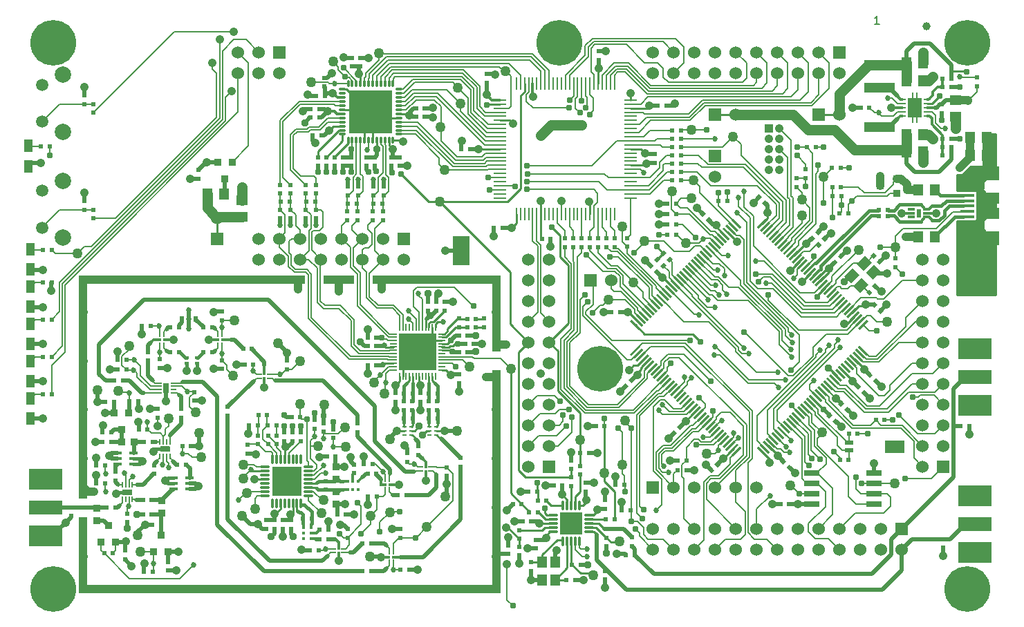
<source format=gtl>
G04 (created by PCBNEW (2012-nov-02)-stable) date Sat 15 Mar 2014 07:07:26 PM MDT*
%MOIN*%
G04 Gerber Fmt 3.4, Leading zero omitted, Abs format*
%FSLAX34Y34*%
G01*
G70*
G90*
G04 APERTURE LIST*
%ADD10C,0*%
%ADD11C,0.007*%
%ADD12R,0.06X0.06*%
%ADD13C,0.06*%
%ADD14C,0.0590551*%
%ADD15C,0.0787402*%
%ADD16O,0.0110236X0.0354331*%
%ADD17O,0.0354331X0.0110236*%
%ADD18R,0.208661X0.208661*%
%ADD19C,0.025*%
%ADD20R,0.0649606X0.0649606*%
%ADD21O,0.00964567X0.034252*%
%ADD22O,0.034252X0.00964567*%
%ADD23R,0.17815X0.17815*%
%ADD24R,0.0590551X0.0590551*%
%ADD25C,0.05*%
%ADD26R,0.036X0.036*%
%ADD27R,0.0472X0.0551*%
%ADD28R,0.0116X0.0591*%
%ADD29R,0.0591X0.0116*%
%ADD30R,0.075X0.025*%
%ADD31R,0.1457X0.0472*%
%ADD32R,0.0197X0.0157*%
%ADD33R,0.0197X0.0276*%
%ADD34R,0.0236X0.0197*%
%ADD35R,0.0217X0.0098*%
%ADD36R,0.034X0.034*%
%ADD37R,0.02X0.022*%
%ADD38R,0.022X0.02*%
%ADD39R,0.0161X0.013*%
%ADD40R,0.013X0.0161*%
%ADD41R,0.042X0.042*%
%ADD42C,0.042*%
%ADD43R,0.0453X0.0567*%
%ADD44R,0.0567X0.0453*%
%ADD45R,0.039X0.018*%
%ADD46R,0.00905512X0.0253937*%
%ADD47R,0.0320079X0.011811*%
%ADD48R,0.0253937X0.00905512*%
%ADD49R,0.011811X0.0320079*%
%ADD50R,0.0393701X0.0590551*%
%ADD51O,0.0110236X0.0531496*%
%ADD52R,0.13878X0.13878*%
%ADD53C,0.023622*%
%ADD54R,0.0433071X0.0433071*%
%ADD55O,0.0531496X0.0110236*%
%ADD56O,0.0125984X0.0472441*%
%ADD57O,0.0472441X0.0125984*%
%ADD58R,0.104331X0.104331*%
%ADD59R,0.0519685X0.0519685*%
%ADD60R,0.151575X0.0393701*%
%ADD61R,0.149606X0.0393701*%
%ADD62R,0.0393701X0.13189*%
%ADD63R,0.0393701X0.149606*%
%ADD64R,0.00787402X0.0265748*%
%ADD65R,0.0511811X0.00787402*%
%ADD66O,0.0472441X0.00787402*%
%ADD67R,0.0472441X0.019685*%
%ADD68O,0.0433071X0.00787402*%
%ADD69R,0.00590551X0.00787402*%
%ADD70R,0.0433071X0.023622*%
%ADD71R,0.0265748X0.00787402*%
%ADD72R,0.00787402X0.0511811*%
%ADD73O,0.00787402X0.0472441*%
%ADD74R,0.019685X0.0472441*%
%ADD75O,0.00787402X0.0433071*%
%ADD76R,0.00787402X0.00590551*%
%ADD77R,0.023622X0.0433071*%
%ADD78R,0.0334646X0.0110236*%
%ADD79R,0.0324803X0.0472441*%
%ADD80R,0.0110236X0.0551181*%
%ADD81C,0.0230315*%
%ADD82R,0.0110236X0.0275591*%
%ADD83C,0.220472*%
%ADD84R,0.0944882X0.0590551*%
%ADD85R,0.0807087X0.143701*%
%ADD86R,0.164961X0.0700787*%
%ADD87R,0.164961X0.104921*%
%ADD88R,0.0354331X0.011811*%
%ADD89R,0.019685X0.0433071*%
%ADD90R,0.0688976X0.015748*%
%ADD91R,0.0826772X0.0541339*%
%ADD92R,0.0574803X0.084252*%
%ADD93R,0.0531496X0.0718504*%
%ADD94R,0.0826772X0.0688976*%
%ADD95C,0.0551181*%
%ADD96C,0.0393701*%
%ADD97C,0.027*%
%ADD98C,0.031*%
%ADD99C,0.037*%
%ADD100C,0.008*%
%ADD101C,0.02*%
%ADD102C,0.01*%
%ADD103C,0.05*%
%ADD104C,0.012*%
%ADD105C,0.0095*%
%ADD106C,0.016*%
%ADD107C,0.04*%
%ADD108C,0.006*%
%ADD109C,0.018*%
%ADD110C,0.011*%
G04 APERTURE END LIST*
G54D10*
G54D11*
X65035Y-40043D02*
X64806Y-40043D01*
X64921Y-40043D02*
X64921Y-39643D01*
X64883Y-39700D01*
X64845Y-39739D01*
X64806Y-39758D01*
G54D12*
X68122Y-61397D03*
G54D13*
X67122Y-61397D03*
X68122Y-60397D03*
X67122Y-60397D03*
X68122Y-59397D03*
X67122Y-59397D03*
X68122Y-58397D03*
X67122Y-58397D03*
X68122Y-57397D03*
X67122Y-57397D03*
X68122Y-56397D03*
X67122Y-56397D03*
X68122Y-55397D03*
X67122Y-55397D03*
X68122Y-54397D03*
X67122Y-54397D03*
X68122Y-53397D03*
X67122Y-53397D03*
X68122Y-52397D03*
X67122Y-52397D03*
X68122Y-51397D03*
X67122Y-51397D03*
G54D14*
X24685Y-48090D03*
X24685Y-49862D03*
G54D15*
X25665Y-50356D03*
X25665Y-47596D03*
G54D16*
X39427Y-45634D03*
X39624Y-45634D03*
X39821Y-45634D03*
X40017Y-45634D03*
X40214Y-45634D03*
X40411Y-45634D03*
X40608Y-45634D03*
X40805Y-45634D03*
X41002Y-45634D03*
X41198Y-45634D03*
X41395Y-45634D03*
X41592Y-45634D03*
G54D17*
X41868Y-45358D03*
X41868Y-45162D03*
X41868Y-44965D03*
X41868Y-44768D03*
X41868Y-44571D03*
X41868Y-44374D03*
X41868Y-44177D03*
X41868Y-43981D03*
X41868Y-43784D03*
X41868Y-43587D03*
X41868Y-43390D03*
X41868Y-43193D03*
G54D16*
X41592Y-42918D03*
X41395Y-42918D03*
X41198Y-42918D03*
X41002Y-42918D03*
X40805Y-42918D03*
X40608Y-42918D03*
X40411Y-42918D03*
X40214Y-42918D03*
X40017Y-42918D03*
X39821Y-42918D03*
X39624Y-42918D03*
X39427Y-42918D03*
G54D17*
X39151Y-43193D03*
X39151Y-43390D03*
X39151Y-43587D03*
X39151Y-43784D03*
X39151Y-43981D03*
X39151Y-44177D03*
X39151Y-44374D03*
X39151Y-44571D03*
X39151Y-44768D03*
X39151Y-44965D03*
X39151Y-45162D03*
X39151Y-45358D03*
G54D18*
X40510Y-44276D03*
G54D19*
X40510Y-44276D03*
X40510Y-44925D03*
X39860Y-44925D03*
X39860Y-44276D03*
X39860Y-43626D03*
X40510Y-43626D03*
X41159Y-43626D03*
X41159Y-44276D03*
X41159Y-44925D03*
G54D20*
X39860Y-44925D03*
X39860Y-44276D03*
X39860Y-43626D03*
X40510Y-44925D03*
X40510Y-44276D03*
X40510Y-43626D03*
X41159Y-44925D03*
X41159Y-44276D03*
X41159Y-43626D03*
G54D21*
X41908Y-57046D03*
X42066Y-57046D03*
X42223Y-57046D03*
X42381Y-57046D03*
X42538Y-57046D03*
X42696Y-57046D03*
X42853Y-57046D03*
X43011Y-57046D03*
X43168Y-57046D03*
X43326Y-57046D03*
X43483Y-57046D03*
X43641Y-57046D03*
G54D22*
X43956Y-56731D03*
X43956Y-56573D03*
X43956Y-56416D03*
X43956Y-56258D03*
X43956Y-56101D03*
X43956Y-55943D03*
X43956Y-55786D03*
X43956Y-55628D03*
X43956Y-55471D03*
X43956Y-55313D03*
X43956Y-55156D03*
X43956Y-54998D03*
G54D21*
X43641Y-54683D03*
X43483Y-54683D03*
X43326Y-54683D03*
X43168Y-54683D03*
X43011Y-54683D03*
X42853Y-54683D03*
X42696Y-54683D03*
X42538Y-54683D03*
X42381Y-54683D03*
X42223Y-54683D03*
X42066Y-54683D03*
X41908Y-54683D03*
G54D22*
X41593Y-54998D03*
X41593Y-55156D03*
X41593Y-55313D03*
X41593Y-55471D03*
X41593Y-55628D03*
X41593Y-55786D03*
X41593Y-55943D03*
X41593Y-56101D03*
X41593Y-56258D03*
X41593Y-56416D03*
X41593Y-56573D03*
X41593Y-56731D03*
G54D23*
X42775Y-55865D03*
G54D19*
X42775Y-55865D03*
X42775Y-56455D03*
X42184Y-56455D03*
X42184Y-55865D03*
X42184Y-55274D03*
X42775Y-55274D03*
X43365Y-55274D03*
X43365Y-55865D03*
X43365Y-56455D03*
G54D24*
X42184Y-56455D03*
X42184Y-55865D03*
X42184Y-55274D03*
X42775Y-56455D03*
X42775Y-55865D03*
X42775Y-55274D03*
X43365Y-56455D03*
X43365Y-55865D03*
X43365Y-55274D03*
G54D25*
X52500Y-65000D03*
G54D26*
X30750Y-65514D03*
X30050Y-65514D03*
X30400Y-64714D03*
X28144Y-58804D03*
X28844Y-58804D03*
X28494Y-59604D03*
G54D10*
G36*
X64120Y-52996D02*
X63786Y-52662D01*
X64176Y-52273D01*
X64510Y-52607D01*
X64120Y-52996D01*
X64120Y-52996D01*
G37*
G36*
X64287Y-51938D02*
X63953Y-51605D01*
X64343Y-51215D01*
X64677Y-51549D01*
X64287Y-51938D01*
X64287Y-51938D01*
G37*
G36*
X64732Y-52384D02*
X64399Y-52050D01*
X64788Y-51660D01*
X65122Y-51994D01*
X64732Y-52384D01*
X64732Y-52384D01*
G37*
G36*
X63675Y-52551D02*
X63341Y-52217D01*
X63730Y-51827D01*
X64064Y-52161D01*
X63675Y-52551D01*
X63675Y-52551D01*
G37*
G54D27*
X49399Y-66877D03*
X48769Y-66011D03*
X49399Y-66011D03*
X48769Y-66877D03*
G54D28*
X52262Y-42920D03*
X52065Y-42920D03*
X51869Y-42920D03*
X51672Y-42920D03*
X51475Y-42920D03*
X51278Y-42920D03*
X51081Y-42920D03*
X50884Y-42920D03*
X50687Y-42920D03*
X50491Y-42920D03*
X50294Y-42920D03*
X50097Y-42920D03*
X49900Y-42920D03*
X49703Y-42920D03*
X49506Y-42920D03*
X49309Y-42920D03*
X49113Y-42920D03*
X48916Y-42920D03*
X48719Y-42920D03*
X48522Y-42920D03*
X48325Y-42920D03*
X48128Y-42920D03*
X47931Y-42920D03*
X47735Y-42920D03*
X47538Y-42920D03*
G54D29*
X46750Y-43708D03*
X46750Y-43905D03*
X46750Y-44101D03*
X46750Y-44298D03*
X46750Y-44495D03*
X46750Y-44692D03*
X46750Y-44889D03*
X46750Y-45086D03*
X46750Y-45283D03*
X46750Y-45479D03*
X46750Y-45676D03*
X46750Y-45873D03*
X46750Y-46070D03*
X46750Y-46267D03*
X46750Y-46464D03*
X46750Y-46661D03*
X46750Y-46857D03*
X46750Y-47054D03*
X46750Y-47251D03*
X46750Y-47448D03*
X46750Y-47645D03*
X46750Y-47842D03*
X46750Y-48039D03*
X46750Y-48235D03*
X46750Y-48432D03*
G54D28*
X47538Y-49220D03*
X47735Y-49220D03*
X47931Y-49220D03*
X48128Y-49220D03*
X48325Y-49220D03*
X48522Y-49220D03*
X48719Y-49220D03*
X48916Y-49220D03*
X49113Y-49220D03*
X49309Y-49220D03*
X49506Y-49220D03*
X49703Y-49220D03*
X49900Y-49220D03*
X50097Y-49220D03*
X50294Y-49220D03*
X50491Y-49220D03*
X50687Y-49220D03*
X50884Y-49220D03*
X51081Y-49220D03*
X51278Y-49220D03*
X51475Y-49220D03*
X51672Y-49220D03*
X51869Y-49220D03*
X52065Y-49220D03*
X52262Y-49220D03*
G54D29*
X53050Y-48432D03*
X53050Y-48235D03*
X53050Y-48039D03*
X53050Y-47842D03*
X53050Y-47645D03*
X53050Y-47448D03*
X53050Y-47251D03*
X53050Y-47054D03*
X53050Y-46857D03*
X53050Y-46661D03*
X53050Y-46464D03*
X53050Y-46267D03*
X53050Y-46070D03*
X53050Y-45873D03*
X53050Y-45676D03*
X53050Y-45479D03*
X53050Y-45283D03*
X53050Y-45086D03*
X53050Y-44889D03*
X53050Y-44692D03*
X53050Y-44495D03*
X53050Y-44298D03*
X53050Y-44101D03*
X53050Y-43905D03*
X53050Y-43708D03*
G54D30*
X64790Y-63210D03*
X64790Y-62710D03*
X64790Y-62210D03*
X64790Y-61710D03*
X61790Y-61710D03*
X61790Y-62210D03*
X61790Y-62710D03*
X61790Y-63210D03*
G54D31*
X65044Y-42024D03*
X65044Y-43126D03*
X65044Y-45024D03*
X65044Y-46126D03*
G54D10*
G36*
X64425Y-54298D02*
X64507Y-54380D01*
X64089Y-54798D01*
X64007Y-54716D01*
X64425Y-54298D01*
X64425Y-54298D01*
G37*
G36*
X64286Y-54159D02*
X64368Y-54241D01*
X63950Y-54659D01*
X63868Y-54577D01*
X64286Y-54159D01*
X64286Y-54159D01*
G37*
G36*
X64146Y-54019D02*
X64228Y-54101D01*
X63810Y-54519D01*
X63728Y-54437D01*
X64146Y-54019D01*
X64146Y-54019D01*
G37*
G36*
X64007Y-53880D02*
X64089Y-53962D01*
X63671Y-54380D01*
X63589Y-54298D01*
X64007Y-53880D01*
X64007Y-53880D01*
G37*
G36*
X63868Y-53741D02*
X63950Y-53823D01*
X63532Y-54241D01*
X63450Y-54159D01*
X63868Y-53741D01*
X63868Y-53741D01*
G37*
G36*
X63729Y-53602D02*
X63811Y-53684D01*
X63393Y-54102D01*
X63311Y-54020D01*
X63729Y-53602D01*
X63729Y-53602D01*
G37*
G36*
X63590Y-53463D02*
X63672Y-53545D01*
X63254Y-53963D01*
X63172Y-53881D01*
X63590Y-53463D01*
X63590Y-53463D01*
G37*
G36*
X63450Y-53324D02*
X63533Y-53406D01*
X63115Y-53823D01*
X63033Y-53741D01*
X63450Y-53324D01*
X63450Y-53324D01*
G37*
G36*
X63311Y-53184D02*
X63393Y-53266D01*
X62975Y-53684D01*
X62893Y-53602D01*
X63311Y-53184D01*
X63311Y-53184D01*
G37*
G36*
X63172Y-53045D02*
X63254Y-53127D01*
X62836Y-53545D01*
X62754Y-53463D01*
X63172Y-53045D01*
X63172Y-53045D01*
G37*
G36*
X63033Y-52906D02*
X63115Y-52988D01*
X62697Y-53406D01*
X62615Y-53324D01*
X63033Y-52906D01*
X63033Y-52906D01*
G37*
G36*
X62894Y-52767D02*
X62976Y-52849D01*
X62558Y-53267D01*
X62476Y-53185D01*
X62894Y-52767D01*
X62894Y-52767D01*
G37*
G36*
X62755Y-52628D02*
X62837Y-52710D01*
X62419Y-53128D01*
X62337Y-53046D01*
X62755Y-52628D01*
X62755Y-52628D01*
G37*
G36*
X62615Y-52488D02*
X62697Y-52570D01*
X62280Y-52988D01*
X62197Y-52906D01*
X62615Y-52488D01*
X62615Y-52488D01*
G37*
G36*
X62476Y-52349D02*
X62558Y-52431D01*
X62140Y-52849D01*
X62058Y-52767D01*
X62476Y-52349D01*
X62476Y-52349D01*
G37*
G36*
X62337Y-52210D02*
X62419Y-52292D01*
X62001Y-52710D01*
X61919Y-52628D01*
X62337Y-52210D01*
X62337Y-52210D01*
G37*
G36*
X62197Y-52071D02*
X62280Y-52153D01*
X61862Y-52570D01*
X61780Y-52488D01*
X62197Y-52071D01*
X62197Y-52071D01*
G37*
G36*
X62058Y-51931D02*
X62140Y-52013D01*
X61722Y-52431D01*
X61640Y-52349D01*
X62058Y-51931D01*
X62058Y-51931D01*
G37*
G36*
X61920Y-51793D02*
X62002Y-51875D01*
X61584Y-52293D01*
X61502Y-52211D01*
X61920Y-51793D01*
X61920Y-51793D01*
G37*
G36*
X61780Y-51653D02*
X61862Y-51735D01*
X61444Y-52153D01*
X61362Y-52071D01*
X61780Y-51653D01*
X61780Y-51653D01*
G37*
G36*
X61641Y-51514D02*
X61723Y-51596D01*
X61305Y-52014D01*
X61223Y-51932D01*
X61641Y-51514D01*
X61641Y-51514D01*
G37*
G36*
X61502Y-51375D02*
X61584Y-51457D01*
X61166Y-51875D01*
X61084Y-51793D01*
X61502Y-51375D01*
X61502Y-51375D01*
G37*
G36*
X61362Y-51235D02*
X61444Y-51317D01*
X61027Y-51735D01*
X60944Y-51653D01*
X61362Y-51235D01*
X61362Y-51235D01*
G37*
G36*
X61223Y-51096D02*
X61305Y-51178D01*
X60887Y-51596D01*
X60805Y-51514D01*
X61223Y-51096D01*
X61223Y-51096D01*
G37*
G36*
X61084Y-50957D02*
X61166Y-51039D01*
X60748Y-51457D01*
X60666Y-51375D01*
X61084Y-50957D01*
X61084Y-50957D01*
G37*
G36*
X60945Y-50818D02*
X61027Y-50900D01*
X60609Y-51318D01*
X60527Y-51236D01*
X60945Y-50818D01*
X60945Y-50818D01*
G37*
G36*
X60806Y-50679D02*
X60888Y-50761D01*
X60470Y-51179D01*
X60388Y-51097D01*
X60806Y-50679D01*
X60806Y-50679D01*
G37*
G36*
X60667Y-50540D02*
X60749Y-50622D01*
X60331Y-51040D01*
X60249Y-50958D01*
X60667Y-50540D01*
X60667Y-50540D01*
G37*
G36*
X60527Y-50400D02*
X60609Y-50482D01*
X60191Y-50900D01*
X60109Y-50818D01*
X60527Y-50400D01*
X60527Y-50400D01*
G37*
G36*
X60388Y-50261D02*
X60470Y-50343D01*
X60052Y-50761D01*
X59970Y-50679D01*
X60388Y-50261D01*
X60388Y-50261D01*
G37*
G36*
X60249Y-50122D02*
X60331Y-50204D01*
X59913Y-50622D01*
X59831Y-50540D01*
X60249Y-50122D01*
X60249Y-50122D01*
G37*
G36*
X60110Y-49983D02*
X60192Y-50065D01*
X59774Y-50483D01*
X59692Y-50401D01*
X60110Y-49983D01*
X60110Y-49983D01*
G37*
G36*
X59971Y-49844D02*
X60053Y-49926D01*
X59635Y-50344D01*
X59553Y-50262D01*
X59971Y-49844D01*
X59971Y-49844D01*
G37*
G36*
X59832Y-49705D02*
X59914Y-49787D01*
X59496Y-50205D01*
X59414Y-50122D01*
X59832Y-49705D01*
X59832Y-49705D01*
G37*
G36*
X59692Y-49565D02*
X59774Y-49647D01*
X59356Y-50065D01*
X59274Y-49983D01*
X59692Y-49565D01*
X59692Y-49565D01*
G37*
G36*
X59553Y-49426D02*
X59635Y-49508D01*
X59217Y-49926D01*
X59135Y-49844D01*
X59553Y-49426D01*
X59553Y-49426D01*
G37*
G36*
X57882Y-49508D02*
X57964Y-49426D01*
X58382Y-49844D01*
X58300Y-49926D01*
X57882Y-49508D01*
X57882Y-49508D01*
G37*
G36*
X57743Y-49647D02*
X57825Y-49565D01*
X58243Y-49983D01*
X58161Y-50065D01*
X57743Y-49647D01*
X57743Y-49647D01*
G37*
G36*
X57603Y-49787D02*
X57685Y-49705D01*
X58103Y-50122D01*
X58021Y-50205D01*
X57603Y-49787D01*
X57603Y-49787D01*
G37*
G36*
X57464Y-49926D02*
X57546Y-49844D01*
X57964Y-50262D01*
X57882Y-50344D01*
X57464Y-49926D01*
X57464Y-49926D01*
G37*
G36*
X57325Y-50065D02*
X57407Y-49983D01*
X57825Y-50401D01*
X57743Y-50483D01*
X57325Y-50065D01*
X57325Y-50065D01*
G37*
G36*
X57186Y-50204D02*
X57268Y-50122D01*
X57686Y-50540D01*
X57604Y-50622D01*
X57186Y-50204D01*
X57186Y-50204D01*
G37*
G36*
X57047Y-50343D02*
X57129Y-50261D01*
X57547Y-50679D01*
X57465Y-50761D01*
X57047Y-50343D01*
X57047Y-50343D01*
G37*
G36*
X56908Y-50482D02*
X56990Y-50400D01*
X57408Y-50818D01*
X57326Y-50900D01*
X56908Y-50482D01*
X56908Y-50482D01*
G37*
G36*
X56768Y-50622D02*
X56850Y-50540D01*
X57268Y-50958D01*
X57186Y-51040D01*
X56768Y-50622D01*
X56768Y-50622D01*
G37*
G36*
X56629Y-50761D02*
X56711Y-50679D01*
X57129Y-51097D01*
X57047Y-51179D01*
X56629Y-50761D01*
X56629Y-50761D01*
G37*
G36*
X56490Y-50900D02*
X56572Y-50818D01*
X56990Y-51236D01*
X56908Y-51318D01*
X56490Y-50900D01*
X56490Y-50900D01*
G37*
G36*
X56351Y-51039D02*
X56433Y-50957D01*
X56851Y-51375D01*
X56769Y-51457D01*
X56351Y-51039D01*
X56351Y-51039D01*
G37*
G36*
X56212Y-51178D02*
X56294Y-51096D01*
X56712Y-51514D01*
X56630Y-51596D01*
X56212Y-51178D01*
X56212Y-51178D01*
G37*
G36*
X56073Y-51317D02*
X56155Y-51235D01*
X56572Y-51653D01*
X56490Y-51735D01*
X56073Y-51317D01*
X56073Y-51317D01*
G37*
G36*
X55933Y-51457D02*
X56015Y-51375D01*
X56433Y-51793D01*
X56351Y-51875D01*
X55933Y-51457D01*
X55933Y-51457D01*
G37*
G36*
X55794Y-51596D02*
X55876Y-51514D01*
X56294Y-51932D01*
X56212Y-52014D01*
X55794Y-51596D01*
X55794Y-51596D01*
G37*
G36*
X55655Y-51735D02*
X55737Y-51653D01*
X56155Y-52071D01*
X56073Y-52153D01*
X55655Y-51735D01*
X55655Y-51735D01*
G37*
G36*
X55515Y-51875D02*
X55597Y-51793D01*
X56015Y-52211D01*
X55933Y-52293D01*
X55515Y-51875D01*
X55515Y-51875D01*
G37*
G36*
X55377Y-52013D02*
X55459Y-51931D01*
X55877Y-52349D01*
X55795Y-52431D01*
X55377Y-52013D01*
X55377Y-52013D01*
G37*
G36*
X55237Y-52153D02*
X55319Y-52071D01*
X55737Y-52488D01*
X55655Y-52570D01*
X55237Y-52153D01*
X55237Y-52153D01*
G37*
G36*
X55098Y-52292D02*
X55180Y-52210D01*
X55598Y-52628D01*
X55516Y-52710D01*
X55098Y-52292D01*
X55098Y-52292D01*
G37*
G36*
X54959Y-52431D02*
X55041Y-52349D01*
X55459Y-52767D01*
X55377Y-52849D01*
X54959Y-52431D01*
X54959Y-52431D01*
G37*
G36*
X54820Y-52570D02*
X54902Y-52488D01*
X55319Y-52906D01*
X55237Y-52988D01*
X54820Y-52570D01*
X54820Y-52570D01*
G37*
G36*
X54680Y-52710D02*
X54762Y-52628D01*
X55180Y-53046D01*
X55098Y-53128D01*
X54680Y-52710D01*
X54680Y-52710D01*
G37*
G36*
X54541Y-52849D02*
X54623Y-52767D01*
X55041Y-53185D01*
X54959Y-53267D01*
X54541Y-52849D01*
X54541Y-52849D01*
G37*
G36*
X54402Y-52988D02*
X54484Y-52906D01*
X54902Y-53324D01*
X54820Y-53406D01*
X54402Y-52988D01*
X54402Y-52988D01*
G37*
G36*
X54263Y-53127D02*
X54345Y-53045D01*
X54763Y-53463D01*
X54681Y-53545D01*
X54263Y-53127D01*
X54263Y-53127D01*
G37*
G36*
X54124Y-53266D02*
X54206Y-53184D01*
X54624Y-53602D01*
X54542Y-53684D01*
X54124Y-53266D01*
X54124Y-53266D01*
G37*
G36*
X53984Y-53406D02*
X54066Y-53324D01*
X54484Y-53741D01*
X54402Y-53823D01*
X53984Y-53406D01*
X53984Y-53406D01*
G37*
G36*
X53845Y-53545D02*
X53927Y-53463D01*
X54345Y-53881D01*
X54263Y-53963D01*
X53845Y-53545D01*
X53845Y-53545D01*
G37*
G36*
X53706Y-53684D02*
X53788Y-53602D01*
X54206Y-54020D01*
X54124Y-54102D01*
X53706Y-53684D01*
X53706Y-53684D01*
G37*
G36*
X53567Y-53823D02*
X53649Y-53741D01*
X54067Y-54159D01*
X53985Y-54241D01*
X53567Y-53823D01*
X53567Y-53823D01*
G37*
G36*
X53428Y-53962D02*
X53510Y-53880D01*
X53928Y-54298D01*
X53846Y-54380D01*
X53428Y-53962D01*
X53428Y-53962D01*
G37*
G36*
X53289Y-54101D02*
X53371Y-54019D01*
X53789Y-54437D01*
X53707Y-54519D01*
X53289Y-54101D01*
X53289Y-54101D01*
G37*
G36*
X53149Y-54241D02*
X53231Y-54159D01*
X53649Y-54577D01*
X53567Y-54659D01*
X53149Y-54241D01*
X53149Y-54241D01*
G37*
G36*
X53010Y-54380D02*
X53092Y-54298D01*
X53510Y-54716D01*
X53428Y-54798D01*
X53010Y-54380D01*
X53010Y-54380D01*
G37*
G36*
X53428Y-55551D02*
X53510Y-55633D01*
X53092Y-56051D01*
X53010Y-55969D01*
X53428Y-55551D01*
X53428Y-55551D01*
G37*
G36*
X53567Y-55690D02*
X53649Y-55772D01*
X53231Y-56190D01*
X53149Y-56108D01*
X53567Y-55690D01*
X53567Y-55690D01*
G37*
G36*
X53707Y-55830D02*
X53789Y-55912D01*
X53371Y-56329D01*
X53289Y-56247D01*
X53707Y-55830D01*
X53707Y-55830D01*
G37*
G36*
X53846Y-55969D02*
X53928Y-56051D01*
X53510Y-56469D01*
X53428Y-56387D01*
X53846Y-55969D01*
X53846Y-55969D01*
G37*
G36*
X53985Y-56108D02*
X54067Y-56190D01*
X53649Y-56608D01*
X53567Y-56526D01*
X53985Y-56108D01*
X53985Y-56108D01*
G37*
G36*
X54124Y-56247D02*
X54206Y-56329D01*
X53788Y-56747D01*
X53706Y-56665D01*
X54124Y-56247D01*
X54124Y-56247D01*
G37*
G36*
X54263Y-56386D02*
X54345Y-56468D01*
X53927Y-56886D01*
X53845Y-56804D01*
X54263Y-56386D01*
X54263Y-56386D01*
G37*
G36*
X54402Y-56525D02*
X54484Y-56607D01*
X54066Y-57025D01*
X53984Y-56943D01*
X54402Y-56525D01*
X54402Y-56525D01*
G37*
G36*
X54542Y-56665D02*
X54624Y-56747D01*
X54206Y-57165D01*
X54124Y-57083D01*
X54542Y-56665D01*
X54542Y-56665D01*
G37*
G36*
X54681Y-56804D02*
X54763Y-56886D01*
X54345Y-57304D01*
X54263Y-57222D01*
X54681Y-56804D01*
X54681Y-56804D01*
G37*
G36*
X54820Y-56943D02*
X54902Y-57025D01*
X54484Y-57443D01*
X54402Y-57361D01*
X54820Y-56943D01*
X54820Y-56943D01*
G37*
G36*
X54959Y-57082D02*
X55041Y-57164D01*
X54623Y-57582D01*
X54541Y-57500D01*
X54959Y-57082D01*
X54959Y-57082D01*
G37*
G36*
X55098Y-57221D02*
X55180Y-57303D01*
X54762Y-57721D01*
X54680Y-57639D01*
X55098Y-57221D01*
X55098Y-57221D01*
G37*
G36*
X55237Y-57360D02*
X55319Y-57442D01*
X54902Y-57860D01*
X54820Y-57778D01*
X55237Y-57360D01*
X55237Y-57360D01*
G37*
G36*
X55377Y-57500D02*
X55459Y-57582D01*
X55041Y-58000D01*
X54959Y-57918D01*
X55377Y-57500D01*
X55377Y-57500D01*
G37*
G36*
X55516Y-57639D02*
X55598Y-57721D01*
X55180Y-58139D01*
X55098Y-58057D01*
X55516Y-57639D01*
X55516Y-57639D01*
G37*
G36*
X55655Y-57778D02*
X55737Y-57860D01*
X55319Y-58278D01*
X55237Y-58196D01*
X55655Y-57778D01*
X55655Y-57778D01*
G37*
G36*
X55795Y-57918D02*
X55877Y-58000D01*
X55459Y-58418D01*
X55377Y-58336D01*
X55795Y-57918D01*
X55795Y-57918D01*
G37*
G36*
X55933Y-58056D02*
X56015Y-58138D01*
X55597Y-58556D01*
X55515Y-58474D01*
X55933Y-58056D01*
X55933Y-58056D01*
G37*
G36*
X56073Y-58196D02*
X56155Y-58278D01*
X55737Y-58695D01*
X55655Y-58613D01*
X56073Y-58196D01*
X56073Y-58196D01*
G37*
G36*
X56212Y-58335D02*
X56294Y-58417D01*
X55876Y-58835D01*
X55794Y-58753D01*
X56212Y-58335D01*
X56212Y-58335D01*
G37*
G36*
X56351Y-58474D02*
X56433Y-58556D01*
X56015Y-58974D01*
X55933Y-58892D01*
X56351Y-58474D01*
X56351Y-58474D01*
G37*
G36*
X56490Y-58613D02*
X56572Y-58695D01*
X56155Y-59113D01*
X56073Y-59031D01*
X56490Y-58613D01*
X56490Y-58613D01*
G37*
G36*
X56630Y-58753D02*
X56712Y-58835D01*
X56294Y-59253D01*
X56212Y-59171D01*
X56630Y-58753D01*
X56630Y-58753D01*
G37*
G36*
X56769Y-58892D02*
X56851Y-58974D01*
X56433Y-59392D01*
X56351Y-59310D01*
X56769Y-58892D01*
X56769Y-58892D01*
G37*
G36*
X56908Y-59031D02*
X56990Y-59113D01*
X56572Y-59531D01*
X56490Y-59449D01*
X56908Y-59031D01*
X56908Y-59031D01*
G37*
G36*
X57047Y-59170D02*
X57129Y-59252D01*
X56711Y-59670D01*
X56629Y-59588D01*
X57047Y-59170D01*
X57047Y-59170D01*
G37*
G36*
X57186Y-59309D02*
X57268Y-59391D01*
X56850Y-59809D01*
X56768Y-59727D01*
X57186Y-59309D01*
X57186Y-59309D01*
G37*
G36*
X57326Y-59449D02*
X57408Y-59531D01*
X56990Y-59948D01*
X56908Y-59866D01*
X57326Y-59449D01*
X57326Y-59449D01*
G37*
G36*
X57465Y-59588D02*
X57547Y-59670D01*
X57129Y-60088D01*
X57047Y-60006D01*
X57465Y-59588D01*
X57465Y-59588D01*
G37*
G36*
X57604Y-59727D02*
X57686Y-59809D01*
X57268Y-60227D01*
X57186Y-60145D01*
X57604Y-59727D01*
X57604Y-59727D01*
G37*
G36*
X57743Y-59866D02*
X57825Y-59948D01*
X57407Y-60366D01*
X57325Y-60284D01*
X57743Y-59866D01*
X57743Y-59866D01*
G37*
G36*
X57882Y-60005D02*
X57964Y-60087D01*
X57546Y-60505D01*
X57464Y-60423D01*
X57882Y-60005D01*
X57882Y-60005D01*
G37*
G36*
X58021Y-60144D02*
X58103Y-60226D01*
X57685Y-60644D01*
X57603Y-60562D01*
X58021Y-60144D01*
X58021Y-60144D01*
G37*
G36*
X58161Y-60284D02*
X58243Y-60366D01*
X57825Y-60784D01*
X57743Y-60702D01*
X58161Y-60284D01*
X58161Y-60284D01*
G37*
G36*
X58300Y-60423D02*
X58382Y-60505D01*
X57964Y-60923D01*
X57882Y-60841D01*
X58300Y-60423D01*
X58300Y-60423D01*
G37*
G36*
X59135Y-60505D02*
X59217Y-60423D01*
X59635Y-60841D01*
X59553Y-60923D01*
X59135Y-60505D01*
X59135Y-60505D01*
G37*
G36*
X59274Y-60366D02*
X59356Y-60284D01*
X59774Y-60702D01*
X59692Y-60784D01*
X59274Y-60366D01*
X59274Y-60366D01*
G37*
G36*
X59414Y-60226D02*
X59496Y-60144D01*
X59914Y-60562D01*
X59832Y-60644D01*
X59414Y-60226D01*
X59414Y-60226D01*
G37*
G36*
X59553Y-60087D02*
X59635Y-60005D01*
X60053Y-60423D01*
X59971Y-60505D01*
X59553Y-60087D01*
X59553Y-60087D01*
G37*
G36*
X59692Y-59948D02*
X59774Y-59866D01*
X60192Y-60284D01*
X60110Y-60366D01*
X59692Y-59948D01*
X59692Y-59948D01*
G37*
G36*
X59831Y-59809D02*
X59913Y-59727D01*
X60331Y-60145D01*
X60249Y-60227D01*
X59831Y-59809D01*
X59831Y-59809D01*
G37*
G36*
X59970Y-59670D02*
X60052Y-59588D01*
X60470Y-60006D01*
X60388Y-60088D01*
X59970Y-59670D01*
X59970Y-59670D01*
G37*
G36*
X60109Y-59531D02*
X60191Y-59449D01*
X60609Y-59866D01*
X60527Y-59948D01*
X60109Y-59531D01*
X60109Y-59531D01*
G37*
G36*
X60249Y-59391D02*
X60331Y-59309D01*
X60749Y-59727D01*
X60667Y-59809D01*
X60249Y-59391D01*
X60249Y-59391D01*
G37*
G36*
X60388Y-59252D02*
X60470Y-59170D01*
X60888Y-59588D01*
X60806Y-59670D01*
X60388Y-59252D01*
X60388Y-59252D01*
G37*
G36*
X60527Y-59113D02*
X60609Y-59031D01*
X61027Y-59449D01*
X60945Y-59531D01*
X60527Y-59113D01*
X60527Y-59113D01*
G37*
G36*
X60666Y-58974D02*
X60748Y-58892D01*
X61166Y-59310D01*
X61084Y-59392D01*
X60666Y-58974D01*
X60666Y-58974D01*
G37*
G36*
X60805Y-58835D02*
X60887Y-58753D01*
X61305Y-59171D01*
X61223Y-59253D01*
X60805Y-58835D01*
X60805Y-58835D01*
G37*
G36*
X60944Y-58695D02*
X61027Y-58613D01*
X61444Y-59031D01*
X61362Y-59113D01*
X60944Y-58695D01*
X60944Y-58695D01*
G37*
G36*
X61084Y-58556D02*
X61166Y-58474D01*
X61584Y-58892D01*
X61502Y-58974D01*
X61084Y-58556D01*
X61084Y-58556D01*
G37*
G36*
X61223Y-58417D02*
X61305Y-58335D01*
X61723Y-58753D01*
X61641Y-58835D01*
X61223Y-58417D01*
X61223Y-58417D01*
G37*
G36*
X61362Y-58278D02*
X61444Y-58196D01*
X61862Y-58613D01*
X61780Y-58695D01*
X61362Y-58278D01*
X61362Y-58278D01*
G37*
G36*
X61502Y-58138D02*
X61584Y-58056D01*
X62002Y-58474D01*
X61920Y-58556D01*
X61502Y-58138D01*
X61502Y-58138D01*
G37*
G36*
X61640Y-58000D02*
X61722Y-57918D01*
X62140Y-58336D01*
X62058Y-58418D01*
X61640Y-58000D01*
X61640Y-58000D01*
G37*
G36*
X61780Y-57860D02*
X61862Y-57778D01*
X62280Y-58196D01*
X62197Y-58278D01*
X61780Y-57860D01*
X61780Y-57860D01*
G37*
G36*
X61919Y-57721D02*
X62001Y-57639D01*
X62419Y-58057D01*
X62337Y-58139D01*
X61919Y-57721D01*
X61919Y-57721D01*
G37*
G36*
X62058Y-57582D02*
X62140Y-57500D01*
X62558Y-57918D01*
X62476Y-58000D01*
X62058Y-57582D01*
X62058Y-57582D01*
G37*
G36*
X62197Y-57442D02*
X62280Y-57360D01*
X62697Y-57778D01*
X62615Y-57860D01*
X62197Y-57442D01*
X62197Y-57442D01*
G37*
G36*
X62337Y-57303D02*
X62419Y-57221D01*
X62837Y-57639D01*
X62755Y-57721D01*
X62337Y-57303D01*
X62337Y-57303D01*
G37*
G36*
X62476Y-57164D02*
X62558Y-57082D01*
X62976Y-57500D01*
X62894Y-57582D01*
X62476Y-57164D01*
X62476Y-57164D01*
G37*
G36*
X62615Y-57025D02*
X62697Y-56943D01*
X63115Y-57361D01*
X63033Y-57443D01*
X62615Y-57025D01*
X62615Y-57025D01*
G37*
G36*
X62754Y-56886D02*
X62836Y-56804D01*
X63254Y-57222D01*
X63172Y-57304D01*
X62754Y-56886D01*
X62754Y-56886D01*
G37*
G36*
X62893Y-56747D02*
X62975Y-56665D01*
X63393Y-57083D01*
X63311Y-57165D01*
X62893Y-56747D01*
X62893Y-56747D01*
G37*
G36*
X63033Y-56607D02*
X63115Y-56525D01*
X63533Y-56943D01*
X63450Y-57025D01*
X63033Y-56607D01*
X63033Y-56607D01*
G37*
G36*
X63172Y-56468D02*
X63254Y-56386D01*
X63672Y-56804D01*
X63590Y-56886D01*
X63172Y-56468D01*
X63172Y-56468D01*
G37*
G36*
X63311Y-56329D02*
X63393Y-56247D01*
X63811Y-56665D01*
X63729Y-56747D01*
X63311Y-56329D01*
X63311Y-56329D01*
G37*
G36*
X63450Y-56190D02*
X63532Y-56108D01*
X63950Y-56526D01*
X63868Y-56608D01*
X63450Y-56190D01*
X63450Y-56190D01*
G37*
G36*
X63589Y-56051D02*
X63671Y-55969D01*
X64089Y-56387D01*
X64007Y-56469D01*
X63589Y-56051D01*
X63589Y-56051D01*
G37*
G36*
X63728Y-55912D02*
X63810Y-55830D01*
X64228Y-56247D01*
X64146Y-56329D01*
X63728Y-55912D01*
X63728Y-55912D01*
G37*
G36*
X63868Y-55772D02*
X63950Y-55690D01*
X64368Y-56108D01*
X64286Y-56190D01*
X63868Y-55772D01*
X63868Y-55772D01*
G37*
G36*
X64007Y-55633D02*
X64089Y-55551D01*
X64507Y-55969D01*
X64425Y-56051D01*
X64007Y-55633D01*
X64007Y-55633D01*
G37*
G54D32*
X31655Y-56419D03*
X32147Y-56419D03*
X32147Y-56143D03*
X31655Y-56143D03*
G54D33*
X32086Y-54281D03*
X31416Y-54281D03*
G54D34*
X31751Y-54458D03*
X31751Y-54104D03*
G54D12*
X54122Y-62397D03*
G54D13*
X55122Y-62397D03*
X56122Y-62397D03*
X57122Y-62397D03*
X58122Y-62397D03*
X59122Y-62397D03*
G54D35*
X42492Y-59862D03*
X42492Y-59665D03*
X42492Y-59468D03*
X42158Y-59468D03*
X42158Y-59665D03*
X42158Y-59862D03*
X43692Y-59862D03*
X43692Y-59665D03*
X43692Y-59468D03*
X43358Y-59468D03*
X43358Y-59665D03*
X43358Y-59862D03*
G54D36*
X38854Y-61411D03*
X38854Y-62011D03*
X29094Y-60204D03*
X28494Y-60204D03*
X38854Y-63211D03*
X38854Y-62611D03*
X30444Y-63054D03*
X30444Y-63654D03*
G54D37*
X55232Y-49697D03*
X54812Y-49697D03*
X68084Y-45575D03*
X68504Y-45575D03*
X68084Y-45975D03*
X68504Y-45975D03*
X64862Y-59147D03*
X65282Y-59147D03*
G54D38*
X26722Y-43907D03*
X26722Y-43487D03*
G54D37*
X62752Y-46987D03*
X63172Y-46987D03*
G54D38*
X69744Y-42615D03*
X69744Y-43035D03*
G54D37*
X64554Y-44075D03*
X64134Y-44075D03*
G54D38*
X38254Y-59301D03*
X38254Y-59721D03*
G54D37*
X68084Y-43075D03*
X68504Y-43075D03*
G54D38*
X37880Y-48216D03*
X37880Y-47796D03*
G54D37*
X40360Y-61730D03*
X40780Y-61730D03*
G54D38*
X38704Y-59601D03*
X38704Y-60021D03*
X39414Y-64411D03*
X39414Y-64831D03*
G54D37*
X40120Y-66460D03*
X40540Y-66460D03*
G54D38*
X35064Y-60321D03*
X35064Y-59901D03*
G54D37*
X35104Y-58911D03*
X35524Y-58911D03*
G54D38*
X35964Y-59901D03*
X35964Y-60321D03*
X37154Y-60181D03*
X37154Y-59761D03*
G54D10*
G36*
X54472Y-51703D02*
X54627Y-51547D01*
X54769Y-51689D01*
X54613Y-51844D01*
X54472Y-51703D01*
X54472Y-51703D01*
G37*
G36*
X54175Y-51406D02*
X54330Y-51250D01*
X54472Y-51392D01*
X54316Y-51547D01*
X54175Y-51406D01*
X54175Y-51406D01*
G37*
G36*
X54772Y-51403D02*
X54927Y-51247D01*
X55069Y-51389D01*
X54913Y-51544D01*
X54772Y-51403D01*
X54772Y-51403D01*
G37*
G36*
X54475Y-51106D02*
X54630Y-50950D01*
X54772Y-51092D01*
X54616Y-51247D01*
X54475Y-51106D01*
X54475Y-51106D01*
G37*
G54D38*
X36150Y-48216D03*
X36150Y-47796D03*
X36650Y-48216D03*
X36650Y-47796D03*
X37380Y-48216D03*
X37380Y-47796D03*
G54D37*
X57282Y-48577D03*
X57702Y-48577D03*
G54D38*
X65812Y-51357D03*
X65812Y-51777D03*
G54D37*
X28884Y-58254D03*
X29304Y-58254D03*
G54D38*
X37880Y-49416D03*
X37880Y-48996D03*
X37380Y-49416D03*
X37380Y-48996D03*
X36650Y-49416D03*
X36650Y-48996D03*
X36150Y-49416D03*
X36150Y-48996D03*
X39375Y-49511D03*
X39375Y-49091D03*
X39875Y-49511D03*
X39875Y-49091D03*
X40605Y-49511D03*
X40605Y-49091D03*
X41105Y-49511D03*
X41105Y-49091D03*
G54D37*
X29590Y-66464D03*
X30010Y-66464D03*
X45585Y-54665D03*
X45165Y-54665D03*
X45585Y-54265D03*
X45165Y-54265D03*
X53032Y-63507D03*
X52612Y-63507D03*
X52742Y-62277D03*
X52322Y-62277D03*
X32861Y-54681D03*
X32441Y-54681D03*
G54D38*
X30351Y-56221D03*
X30351Y-56641D03*
G54D37*
X34780Y-55720D03*
X34360Y-55720D03*
X40120Y-65110D03*
X40540Y-65110D03*
X37994Y-65461D03*
X37574Y-65461D03*
G54D38*
X39870Y-59310D03*
X39870Y-59730D03*
X36488Y-56698D03*
X36488Y-56278D03*
G54D37*
X38474Y-64461D03*
X38054Y-64461D03*
X30841Y-54681D03*
X31261Y-54681D03*
X31261Y-55881D03*
X30841Y-55881D03*
X38474Y-64911D03*
X38054Y-64911D03*
X29481Y-54611D03*
X29901Y-54611D03*
G54D38*
X33351Y-53921D03*
X33351Y-54341D03*
X29761Y-55871D03*
X29761Y-56291D03*
X51884Y-64834D03*
X51884Y-65254D03*
G54D37*
X50224Y-66144D03*
X50644Y-66144D03*
G54D38*
X49872Y-50387D03*
X49872Y-50807D03*
X50272Y-50387D03*
X50272Y-50807D03*
G54D37*
X34848Y-56488D03*
X34428Y-56488D03*
G54D38*
X35464Y-64401D03*
X35464Y-63981D03*
X36664Y-64401D03*
X36664Y-63981D03*
X36264Y-64401D03*
X36264Y-63981D03*
X36354Y-59761D03*
X36354Y-60181D03*
X36754Y-59761D03*
X36754Y-60181D03*
G54D37*
X41949Y-66368D03*
X42369Y-66368D03*
G54D38*
X44850Y-61410D03*
X44850Y-60990D03*
X33622Y-58517D03*
X33622Y-58937D03*
X50672Y-50387D03*
X50672Y-50807D03*
X33351Y-56271D03*
X33351Y-56691D03*
X34564Y-60771D03*
X34564Y-60351D03*
G54D37*
X34654Y-59411D03*
X35074Y-59411D03*
G54D38*
X35564Y-59901D03*
X35564Y-60321D03*
G54D37*
X35974Y-59411D03*
X35554Y-59411D03*
G54D38*
X41929Y-64418D03*
X41929Y-64838D03*
G54D37*
X32861Y-55881D03*
X32441Y-55881D03*
X54812Y-48697D03*
X55232Y-48697D03*
X25032Y-45947D03*
X24612Y-45947D03*
X25132Y-57897D03*
X24712Y-57897D03*
X25132Y-56097D03*
X24712Y-56097D03*
X25132Y-54297D03*
X24712Y-54297D03*
G54D10*
G36*
X62407Y-50550D02*
X62252Y-50394D01*
X62393Y-50253D01*
X62549Y-50409D01*
X62407Y-50550D01*
X62407Y-50550D01*
G37*
G36*
X62110Y-50847D02*
X61955Y-50691D01*
X62096Y-50550D01*
X62252Y-50705D01*
X62110Y-50847D01*
X62110Y-50847D01*
G37*
G54D37*
X54812Y-49197D03*
X55232Y-49197D03*
X25132Y-50947D03*
X24712Y-50947D03*
X61542Y-45987D03*
X61962Y-45987D03*
G54D38*
X61042Y-47477D03*
X61042Y-47897D03*
X61492Y-47467D03*
X61492Y-47047D03*
G54D37*
X55312Y-61567D03*
X55732Y-61567D03*
X55040Y-47170D03*
X55460Y-47170D03*
G54D38*
X51090Y-50380D03*
X51090Y-50800D03*
G54D37*
X55312Y-61097D03*
X55732Y-61097D03*
G54D38*
X51490Y-50380D03*
X51490Y-50800D03*
X51890Y-50380D03*
X51890Y-50800D03*
X52290Y-50380D03*
X52290Y-50800D03*
X52892Y-50367D03*
X52892Y-50787D03*
G54D37*
X55040Y-47570D03*
X55460Y-47570D03*
X68084Y-42675D03*
X68504Y-42675D03*
X55040Y-46770D03*
X55460Y-46770D03*
X55040Y-46370D03*
X55460Y-46370D03*
X55040Y-45970D03*
X55460Y-45970D03*
X55040Y-45570D03*
X55460Y-45570D03*
X55040Y-45170D03*
X55460Y-45170D03*
X47832Y-64057D03*
X48252Y-64057D03*
X41065Y-48701D03*
X40645Y-48701D03*
G54D38*
X43325Y-58675D03*
X43325Y-58255D03*
X44075Y-53455D03*
X44075Y-53875D03*
X41130Y-47886D03*
X41130Y-48306D03*
X40630Y-47886D03*
X40630Y-48306D03*
X39900Y-47886D03*
X39900Y-48306D03*
X39400Y-47886D03*
X39400Y-48306D03*
X43725Y-58675D03*
X43725Y-58255D03*
X44775Y-54675D03*
X44775Y-54255D03*
X48484Y-65354D03*
X48484Y-64934D03*
X45975Y-54675D03*
X45975Y-54255D03*
G54D37*
X48142Y-63627D03*
X48562Y-63627D03*
X47372Y-63207D03*
X47792Y-63207D03*
G54D38*
X50884Y-62184D03*
X50884Y-62604D03*
X51822Y-63027D03*
X51822Y-63447D03*
X42525Y-58675D03*
X42525Y-58255D03*
G54D37*
X49332Y-62327D03*
X49752Y-62327D03*
X43120Y-44511D03*
X42700Y-44511D03*
X43120Y-44111D03*
X42700Y-44111D03*
X68084Y-46375D03*
X68504Y-46375D03*
G54D10*
G36*
X59388Y-48379D02*
X59232Y-48535D01*
X59091Y-48393D01*
X59246Y-48238D01*
X59388Y-48379D01*
X59388Y-48379D01*
G37*
G36*
X59685Y-48676D02*
X59529Y-48832D01*
X59388Y-48690D01*
X59543Y-48535D01*
X59685Y-48676D01*
X59685Y-48676D01*
G37*
G36*
X56665Y-49192D02*
X56510Y-49348D01*
X56368Y-49206D01*
X56524Y-49051D01*
X56665Y-49192D01*
X56665Y-49192D01*
G37*
G36*
X56962Y-49489D02*
X56807Y-49645D01*
X56665Y-49503D01*
X56821Y-49348D01*
X56962Y-49489D01*
X56962Y-49489D01*
G37*
G36*
X54155Y-51703D02*
X54000Y-51858D01*
X53858Y-51717D01*
X54014Y-51561D01*
X54155Y-51703D01*
X54155Y-51703D01*
G37*
G36*
X54452Y-52000D02*
X54297Y-52155D01*
X54155Y-52014D01*
X54311Y-51858D01*
X54452Y-52000D01*
X54452Y-52000D01*
G37*
G54D37*
X52112Y-53937D03*
X52532Y-53937D03*
G54D10*
G36*
X52796Y-57367D02*
X52952Y-57523D01*
X52810Y-57664D01*
X52655Y-57509D01*
X52796Y-57367D01*
X52796Y-57367D01*
G37*
G36*
X53093Y-57070D02*
X53249Y-57226D01*
X53107Y-57367D01*
X52952Y-57212D01*
X53093Y-57070D01*
X53093Y-57070D01*
G37*
G36*
X55131Y-59636D02*
X55287Y-59792D01*
X55145Y-59933D01*
X54990Y-59778D01*
X55131Y-59636D01*
X55131Y-59636D01*
G37*
G36*
X55428Y-59339D02*
X55584Y-59495D01*
X55442Y-59636D01*
X55287Y-59481D01*
X55428Y-59339D01*
X55428Y-59339D01*
G37*
G36*
X56934Y-61439D02*
X57090Y-61595D01*
X56948Y-61736D01*
X56793Y-61581D01*
X56934Y-61439D01*
X56934Y-61439D01*
G37*
G36*
X57231Y-61142D02*
X57387Y-61298D01*
X57245Y-61439D01*
X57090Y-61284D01*
X57231Y-61142D01*
X57231Y-61142D01*
G37*
G36*
X60555Y-61454D02*
X60710Y-61298D01*
X60852Y-61439D01*
X60696Y-61595D01*
X60555Y-61454D01*
X60555Y-61454D01*
G37*
G36*
X60258Y-61157D02*
X60413Y-61001D01*
X60555Y-61142D01*
X60399Y-61298D01*
X60258Y-61157D01*
X60258Y-61157D01*
G37*
G36*
X62782Y-59226D02*
X62937Y-59071D01*
X63079Y-59212D01*
X62923Y-59368D01*
X62782Y-59226D01*
X62782Y-59226D01*
G37*
G36*
X62485Y-58929D02*
X62640Y-58774D01*
X62782Y-58915D01*
X62626Y-59071D01*
X62485Y-58929D01*
X62485Y-58929D01*
G37*
G36*
X63348Y-58660D02*
X63503Y-58505D01*
X63645Y-58646D01*
X63489Y-58802D01*
X63348Y-58660D01*
X63348Y-58660D01*
G37*
G36*
X63051Y-58363D02*
X63206Y-58208D01*
X63348Y-58349D01*
X63192Y-58505D01*
X63051Y-58363D01*
X63051Y-58363D01*
G37*
G36*
X64161Y-57847D02*
X64316Y-57692D01*
X64458Y-57833D01*
X64302Y-57989D01*
X64161Y-57847D01*
X64161Y-57847D01*
G37*
G36*
X63864Y-57550D02*
X64019Y-57395D01*
X64161Y-57536D01*
X64005Y-57692D01*
X63864Y-57550D01*
X63864Y-57550D01*
G37*
G54D38*
X44775Y-57375D03*
X44775Y-56955D03*
X39560Y-46886D03*
X39560Y-46466D03*
X39160Y-46886D03*
X39160Y-46466D03*
X40710Y-46886D03*
X40710Y-46466D03*
X40310Y-46886D03*
X40310Y-46466D03*
X41510Y-46886D03*
X41510Y-46466D03*
X41910Y-46886D03*
X41910Y-46466D03*
X40010Y-41666D03*
X40010Y-42086D03*
X39610Y-41666D03*
X39610Y-42086D03*
G54D37*
X37875Y-43501D03*
X38295Y-43501D03*
G54D38*
X38285Y-42641D03*
X38285Y-43061D03*
G54D37*
X37625Y-44551D03*
X38045Y-44551D03*
X37625Y-44151D03*
X38045Y-44151D03*
X37725Y-45401D03*
X38145Y-45401D03*
G54D38*
X41725Y-58275D03*
X41725Y-57855D03*
X42925Y-58275D03*
X42925Y-57855D03*
G54D10*
G36*
X64726Y-57282D02*
X64882Y-57126D01*
X65023Y-57267D01*
X64868Y-57423D01*
X64726Y-57282D01*
X64726Y-57282D01*
G37*
G36*
X64429Y-56985D02*
X64585Y-56829D01*
X64726Y-56970D01*
X64571Y-57126D01*
X64429Y-56985D01*
X64429Y-56985D01*
G37*
G54D37*
X45185Y-55865D03*
X44765Y-55865D03*
X45485Y-55465D03*
X45065Y-55465D03*
X45185Y-55065D03*
X44765Y-55065D03*
G54D38*
X43275Y-53455D03*
X43275Y-53875D03*
X43675Y-53455D03*
X43675Y-53875D03*
G54D37*
X40365Y-55165D03*
X40785Y-55165D03*
X40365Y-55565D03*
X40785Y-55565D03*
X40365Y-56515D03*
X40785Y-56515D03*
X36610Y-48606D03*
X36190Y-48606D03*
X37840Y-48606D03*
X37420Y-48606D03*
G54D38*
X37960Y-46886D03*
X37960Y-46466D03*
X38360Y-46886D03*
X38360Y-46466D03*
X42125Y-58675D03*
X42125Y-58255D03*
X38760Y-46886D03*
X38760Y-46466D03*
G54D37*
X39835Y-48701D03*
X39415Y-48701D03*
X27584Y-60204D03*
X28004Y-60204D03*
G54D38*
X47669Y-64893D03*
X47669Y-64473D03*
G54D37*
X27704Y-61354D03*
X27284Y-61354D03*
X27704Y-62204D03*
X27284Y-62204D03*
X27782Y-63385D03*
X28202Y-63385D03*
G54D38*
X28774Y-64084D03*
X28774Y-63664D03*
G54D37*
X29954Y-63004D03*
X29534Y-63004D03*
G54D38*
X30064Y-61334D03*
X30064Y-61754D03*
G54D37*
X29754Y-59604D03*
X29334Y-59604D03*
X31604Y-61304D03*
X31184Y-61304D03*
G54D38*
X28194Y-61644D03*
X28194Y-62064D03*
X30250Y-58620D03*
X30250Y-59040D03*
X42280Y-60760D03*
X42280Y-61180D03*
G54D37*
X31854Y-60404D03*
X31434Y-60404D03*
X40390Y-62860D03*
X40810Y-62860D03*
X27722Y-58267D03*
X28142Y-58267D03*
X41814Y-62769D03*
X42234Y-62769D03*
X30004Y-60204D03*
X29584Y-60204D03*
G54D38*
X39704Y-61721D03*
X39704Y-61301D03*
X42810Y-60420D03*
X42810Y-60840D03*
X44160Y-61430D03*
X44160Y-61850D03*
X47669Y-65693D03*
X47669Y-65273D03*
G54D37*
X40600Y-61280D03*
X40180Y-61280D03*
G54D38*
X31370Y-58620D03*
X31370Y-59040D03*
G54D37*
X28140Y-57250D03*
X28560Y-57250D03*
X38394Y-60911D03*
X38814Y-60911D03*
X39314Y-63711D03*
X38894Y-63711D03*
X28731Y-56721D03*
X28311Y-56721D03*
G54D38*
X32010Y-57800D03*
X32010Y-58220D03*
G54D37*
X28731Y-56231D03*
X28311Y-56231D03*
X36694Y-59021D03*
X37114Y-59021D03*
G54D10*
G36*
X64903Y-51519D02*
X65059Y-51363D01*
X65200Y-51505D01*
X65045Y-51660D01*
X64903Y-51519D01*
X64903Y-51519D01*
G37*
G36*
X64606Y-51222D02*
X64762Y-51066D01*
X64903Y-51208D01*
X64748Y-51363D01*
X64606Y-51222D01*
X64606Y-51222D01*
G37*
G36*
X64939Y-53887D02*
X65094Y-53732D01*
X65236Y-53873D01*
X65080Y-54029D01*
X64939Y-53887D01*
X64939Y-53887D01*
G37*
G36*
X64642Y-53590D02*
X64797Y-53435D01*
X64939Y-53576D01*
X64783Y-53732D01*
X64642Y-53590D01*
X64642Y-53590D01*
G37*
G36*
X62089Y-50232D02*
X61933Y-50076D01*
X62075Y-49935D01*
X62230Y-50090D01*
X62089Y-50232D01*
X62089Y-50232D01*
G37*
G36*
X61792Y-50529D02*
X61636Y-50373D01*
X61778Y-50232D01*
X61933Y-50387D01*
X61792Y-50529D01*
X61792Y-50529D01*
G37*
G36*
X63185Y-51398D02*
X63029Y-51243D01*
X63171Y-51101D01*
X63326Y-51257D01*
X63185Y-51398D01*
X63185Y-51398D01*
G37*
G36*
X62888Y-51695D02*
X62732Y-51540D01*
X62874Y-51398D01*
X63029Y-51554D01*
X62888Y-51695D01*
X62888Y-51695D01*
G37*
G54D37*
X60270Y-63220D03*
X60690Y-63220D03*
G54D38*
X68044Y-44335D03*
X68044Y-43915D03*
X54200Y-46730D03*
X54200Y-46310D03*
G54D37*
X54772Y-43977D03*
X54352Y-43977D03*
G54D38*
X51500Y-41360D03*
X51500Y-41780D03*
X46100Y-42460D03*
X46100Y-42880D03*
G54D37*
X49192Y-50397D03*
X48772Y-50397D03*
X44890Y-46070D03*
X45310Y-46070D03*
X46442Y-49877D03*
X46862Y-49877D03*
X48122Y-62597D03*
X48542Y-62597D03*
G54D10*
G36*
X64847Y-52848D02*
X64691Y-52692D01*
X64833Y-52551D01*
X64988Y-52707D01*
X64847Y-52848D01*
X64847Y-52848D01*
G37*
G36*
X64550Y-53145D02*
X64394Y-52989D01*
X64536Y-52848D01*
X64691Y-53004D01*
X64550Y-53145D01*
X64550Y-53145D01*
G37*
G54D38*
X37804Y-59151D03*
X37804Y-59571D03*
G54D37*
X29534Y-63704D03*
X29954Y-63704D03*
G54D38*
X30750Y-66424D03*
X30750Y-66004D03*
G54D37*
X30404Y-64204D03*
X29984Y-64204D03*
X28004Y-59754D03*
X27584Y-59754D03*
G54D38*
X26062Y-63372D03*
X26062Y-63792D03*
X35864Y-64401D03*
X35864Y-63981D03*
G54D37*
X37674Y-63911D03*
X37254Y-63911D03*
G54D38*
X38354Y-62521D03*
X38354Y-62101D03*
G54D37*
X42535Y-59065D03*
X42115Y-59065D03*
X42535Y-57865D03*
X42115Y-57865D03*
X43735Y-59065D03*
X43315Y-59065D03*
X43735Y-57865D03*
X43315Y-57865D03*
G54D38*
X26722Y-48587D03*
X26722Y-49007D03*
G54D37*
X63136Y-61062D03*
X63556Y-61062D03*
X63989Y-59803D03*
X63569Y-59803D03*
G54D38*
X51802Y-66857D03*
X51802Y-66437D03*
G54D39*
X39914Y-62116D03*
X39654Y-62116D03*
X39394Y-62116D03*
X39394Y-62506D03*
X39654Y-62506D03*
X39914Y-62506D03*
G54D40*
X37659Y-64871D03*
X37659Y-64611D03*
X37659Y-64351D03*
X37269Y-64351D03*
X37269Y-64611D03*
X37269Y-64871D03*
G54D25*
X55722Y-50597D03*
X45272Y-56577D03*
X51250Y-66630D03*
X52642Y-61317D03*
X52762Y-59187D03*
X38250Y-63020D03*
G54D41*
X59709Y-45065D03*
G54D42*
X60209Y-45065D03*
X59709Y-45565D03*
X60209Y-45565D03*
X59709Y-46065D03*
X60209Y-46065D03*
X59709Y-46565D03*
X60209Y-46565D03*
X59709Y-47065D03*
X60209Y-47065D03*
G54D43*
X66344Y-42775D03*
X67144Y-42775D03*
X66344Y-41925D03*
X67144Y-41925D03*
X67144Y-46225D03*
X66344Y-46225D03*
X67144Y-45375D03*
X66344Y-45375D03*
X32640Y-48240D03*
X33440Y-48240D03*
G54D44*
X34312Y-48557D03*
X34312Y-49357D03*
G54D25*
X38712Y-41857D03*
X53722Y-50497D03*
X61312Y-48527D03*
X61310Y-49290D03*
G54D44*
X68694Y-44525D03*
X68694Y-43725D03*
G54D43*
X66922Y-48051D03*
X67722Y-48051D03*
G54D45*
X31789Y-62464D03*
X31789Y-62204D03*
X31789Y-61944D03*
X30999Y-61944D03*
X30999Y-62204D03*
X30999Y-62464D03*
X28299Y-60744D03*
X28299Y-61004D03*
X28299Y-61264D03*
X29089Y-61264D03*
X29089Y-61004D03*
X29089Y-60744D03*
G54D37*
X51842Y-63947D03*
X52262Y-63947D03*
G54D26*
X33132Y-46717D03*
X33832Y-46717D03*
X33482Y-47517D03*
G54D46*
X41607Y-65515D03*
G54D47*
X41291Y-65768D03*
G54D46*
X41411Y-66021D03*
X41607Y-66021D03*
G54D47*
X41726Y-65768D03*
G54D46*
X41411Y-65515D03*
G54D48*
X38711Y-65363D03*
G54D49*
X38964Y-65678D03*
G54D48*
X39218Y-65559D03*
X39218Y-65363D03*
G54D49*
X38964Y-65244D03*
G54D48*
X38711Y-65559D03*
G54D46*
X41226Y-62522D03*
G54D47*
X41541Y-62269D03*
G54D46*
X41422Y-62015D03*
X41226Y-62015D03*
G54D47*
X41106Y-62269D03*
G54D46*
X41422Y-62522D03*
G54D48*
X42907Y-61427D03*
G54D49*
X43160Y-61743D03*
G54D48*
X43414Y-61623D03*
X43414Y-61427D03*
G54D49*
X43160Y-61308D03*
G54D48*
X42907Y-61623D03*
X35134Y-56940D03*
G54D49*
X35388Y-57256D03*
G54D48*
X35641Y-57136D03*
X35641Y-56940D03*
G54D49*
X35388Y-56821D03*
G54D48*
X35134Y-57136D03*
G54D46*
X33349Y-55027D03*
G54D47*
X33034Y-55281D03*
G54D46*
X33153Y-55534D03*
X33349Y-55534D03*
G54D47*
X33469Y-55281D03*
G54D46*
X33153Y-55027D03*
X30353Y-55534D03*
G54D47*
X30669Y-55281D03*
G54D46*
X30549Y-55027D03*
X30353Y-55027D03*
G54D47*
X30234Y-55281D03*
G54D46*
X30549Y-55534D03*
G54D12*
X63122Y-41397D03*
G54D13*
X63122Y-42397D03*
X62122Y-41397D03*
X62122Y-42397D03*
X61122Y-41397D03*
X61122Y-42397D03*
X60122Y-41397D03*
X60122Y-42397D03*
X59122Y-41397D03*
X59122Y-42397D03*
X58122Y-41397D03*
X58122Y-42397D03*
X57122Y-41397D03*
X57122Y-42397D03*
X56122Y-41397D03*
X56122Y-42397D03*
X55122Y-41397D03*
X55122Y-42397D03*
X54122Y-41397D03*
X54122Y-42397D03*
G54D50*
X24015Y-46909D03*
X24015Y-45925D03*
X24122Y-51889D03*
X24122Y-50905D03*
X24122Y-55489D03*
X24122Y-54505D03*
X24122Y-57289D03*
X24122Y-56305D03*
X24122Y-59089D03*
X24122Y-58105D03*
X24122Y-53689D03*
X24122Y-52705D03*
G54D37*
X25132Y-52497D03*
X24712Y-52497D03*
G54D51*
X37153Y-61058D03*
X36956Y-61058D03*
X36760Y-61058D03*
X36563Y-61058D03*
X36366Y-61058D03*
X36169Y-61058D03*
X35972Y-61058D03*
X35775Y-61058D03*
G54D52*
X36464Y-62111D03*
G54D53*
X36464Y-62111D03*
X36464Y-61678D03*
X36897Y-61678D03*
X36897Y-62111D03*
X36897Y-62544D03*
X36464Y-62544D03*
X36031Y-62544D03*
X36031Y-62111D03*
X36031Y-61678D03*
G54D54*
X36897Y-61678D03*
X36897Y-62111D03*
X36897Y-62544D03*
X36464Y-61678D03*
X36464Y-62111D03*
X36464Y-62544D03*
X36031Y-61678D03*
X36031Y-62111D03*
X36031Y-62544D03*
G54D55*
X35411Y-61422D03*
X35411Y-61619D03*
X35411Y-61816D03*
X35411Y-62013D03*
X35411Y-62210D03*
X35411Y-62406D03*
X35411Y-62603D03*
X35411Y-62800D03*
G54D51*
X35775Y-63164D03*
X35972Y-63164D03*
X36169Y-63164D03*
X36366Y-63164D03*
X36563Y-63164D03*
X36760Y-63164D03*
X36956Y-63164D03*
X37153Y-63164D03*
G54D55*
X37517Y-62800D03*
X37517Y-62603D03*
X37517Y-62406D03*
X37517Y-62210D03*
X37517Y-62013D03*
X37517Y-61816D03*
X37517Y-61619D03*
X37517Y-61422D03*
G54D56*
X49791Y-65010D03*
X49987Y-65010D03*
X50184Y-65010D03*
X50381Y-65010D03*
X50578Y-65010D03*
G54D57*
X51050Y-64537D03*
X51050Y-64340D03*
X51050Y-64144D03*
X51050Y-63947D03*
X51050Y-63750D03*
G54D56*
X50578Y-63277D03*
X50381Y-63277D03*
X50184Y-63277D03*
X49987Y-63277D03*
X49791Y-63277D03*
G54D57*
X49318Y-63750D03*
X49318Y-63947D03*
X49318Y-64144D03*
X49318Y-64340D03*
X49318Y-64537D03*
G54D58*
X50184Y-64144D03*
G54D53*
X50184Y-64144D03*
X49924Y-64403D03*
X49924Y-63884D03*
X50444Y-63884D03*
X50444Y-64403D03*
G54D59*
X49924Y-64403D03*
X49924Y-63884D03*
X50444Y-64403D03*
X50444Y-63884D03*
G54D12*
X33122Y-50397D03*
G54D13*
X33122Y-49397D03*
G54D12*
X57122Y-44397D03*
G54D13*
X58122Y-44397D03*
G54D12*
X62122Y-44397D03*
G54D13*
X63122Y-44397D03*
G54D60*
X27214Y-67303D03*
G54D61*
X29527Y-67303D03*
X31889Y-67303D03*
X34251Y-67303D03*
X36614Y-67303D03*
X38976Y-67303D03*
X41338Y-67303D03*
X43700Y-67303D03*
G54D60*
X46013Y-67303D03*
G54D62*
X46574Y-66840D03*
G54D63*
X46574Y-64566D03*
X46574Y-62204D03*
X46574Y-59842D03*
X46574Y-57480D03*
X46574Y-55118D03*
G54D62*
X46574Y-52844D03*
G54D60*
X46013Y-52381D03*
G54D61*
X43700Y-52381D03*
X41338Y-52381D03*
X38976Y-52381D03*
X36614Y-52381D03*
X34251Y-52381D03*
X31889Y-52381D03*
X29527Y-52381D03*
G54D60*
X27214Y-52381D03*
G54D62*
X26653Y-52844D03*
G54D63*
X26653Y-55118D03*
X26653Y-57480D03*
X26653Y-59842D03*
X26653Y-62204D03*
X26653Y-64566D03*
G54D62*
X26653Y-66840D03*
G54D64*
X28548Y-62994D03*
X28705Y-62994D03*
X28863Y-62994D03*
X29020Y-62994D03*
X29020Y-62295D03*
X28863Y-62295D03*
X28705Y-62295D03*
X28548Y-62295D03*
G54D65*
X28784Y-62644D03*
G54D66*
X28784Y-62546D03*
G54D67*
X28784Y-62644D03*
G54D68*
X28804Y-62743D03*
G54D10*
G36*
X28587Y-62782D02*
X28547Y-62743D01*
X28595Y-62695D01*
X28635Y-62735D01*
X28587Y-62782D01*
X28587Y-62782D01*
G37*
G54D69*
X28617Y-62743D03*
G54D70*
X28784Y-62644D03*
G54D64*
X30830Y-60205D03*
X30673Y-60205D03*
X30515Y-60205D03*
X30358Y-60205D03*
X30358Y-60904D03*
X30515Y-60904D03*
X30673Y-60904D03*
X30830Y-60904D03*
G54D65*
X30594Y-60554D03*
G54D66*
X30594Y-60653D03*
G54D67*
X30594Y-60554D03*
G54D68*
X30574Y-60456D03*
G54D10*
G36*
X30791Y-60416D02*
X30831Y-60456D01*
X30783Y-60503D01*
X30743Y-60464D01*
X30791Y-60416D01*
X30791Y-60416D01*
G37*
G54D69*
X30761Y-60456D03*
G54D70*
X30594Y-60554D03*
G54D71*
X30999Y-57836D03*
X30999Y-57678D03*
X30999Y-57521D03*
X30999Y-57363D03*
X30300Y-57363D03*
X30300Y-57521D03*
X30300Y-57678D03*
X30300Y-57836D03*
G54D72*
X30650Y-57600D03*
G54D73*
X30551Y-57600D03*
G54D74*
X30650Y-57600D03*
G54D75*
X30748Y-57580D03*
G54D10*
G36*
X30788Y-57796D02*
X30748Y-57836D01*
X30700Y-57788D01*
X30740Y-57749D01*
X30788Y-57796D01*
X30788Y-57796D01*
G37*
G54D76*
X30748Y-57767D03*
G54D77*
X30650Y-57600D03*
G54D78*
X67334Y-44468D03*
X67334Y-44272D03*
X67334Y-44075D03*
X67334Y-43878D03*
X67334Y-43681D03*
X66153Y-43681D03*
X66153Y-43878D03*
X66153Y-44075D03*
X66153Y-44272D03*
X66153Y-44468D03*
G54D79*
X66582Y-43839D03*
X66582Y-44311D03*
X66905Y-44311D03*
X66905Y-43839D03*
G54D80*
X66645Y-44547D03*
X66842Y-44547D03*
X66842Y-43602D03*
X66645Y-43602D03*
G54D81*
X66744Y-44075D03*
X66547Y-44370D03*
X66940Y-44370D03*
X66940Y-43780D03*
X66547Y-43780D03*
G54D82*
X66842Y-44685D03*
X66645Y-44685D03*
X66645Y-43465D03*
X66842Y-43465D03*
G54D14*
X24685Y-42972D03*
X24685Y-44744D03*
G54D15*
X25665Y-45238D03*
X25665Y-42478D03*
G54D38*
X27152Y-43907D03*
X27152Y-44327D03*
X27152Y-49007D03*
X27152Y-49427D03*
X50172Y-62347D03*
X50172Y-61927D03*
X50612Y-61787D03*
X50612Y-61367D03*
G54D37*
X51362Y-59437D03*
X51782Y-59437D03*
G54D38*
X53122Y-64827D03*
X53122Y-65247D03*
G54D37*
X52822Y-65667D03*
X53242Y-65667D03*
G54D38*
X50182Y-61097D03*
X50182Y-61517D03*
G54D37*
X51032Y-60737D03*
X50612Y-60737D03*
X63192Y-47897D03*
X62772Y-47897D03*
X62782Y-48357D03*
X63202Y-48357D03*
G54D12*
X66122Y-64397D03*
G54D13*
X66122Y-65397D03*
X65122Y-64397D03*
X65122Y-65397D03*
X64122Y-64397D03*
X64122Y-65397D03*
X63122Y-64397D03*
X63122Y-65397D03*
X62122Y-64397D03*
X62122Y-65397D03*
X61122Y-64397D03*
X61122Y-65397D03*
X60122Y-64397D03*
X60122Y-65397D03*
X59122Y-64397D03*
X59122Y-65397D03*
X58122Y-64397D03*
X58122Y-65397D03*
X57122Y-64397D03*
X57122Y-65397D03*
X56122Y-64397D03*
X56122Y-65397D03*
X55122Y-64397D03*
X55122Y-65397D03*
X54122Y-64397D03*
X54122Y-65397D03*
G54D12*
X36122Y-41397D03*
G54D13*
X36122Y-42397D03*
X35122Y-41397D03*
X35122Y-42397D03*
X34122Y-41397D03*
X34122Y-42397D03*
G54D25*
X38132Y-63647D03*
X34930Y-63450D03*
X34552Y-62667D03*
X34362Y-61297D03*
X40522Y-63777D03*
X28340Y-57760D03*
X29412Y-65507D03*
X56702Y-60767D03*
X30780Y-59070D03*
X32332Y-60957D03*
X28872Y-55577D03*
X32072Y-58777D03*
X33882Y-57007D03*
X33952Y-54347D03*
X37102Y-56297D03*
X43212Y-64317D03*
X41442Y-63597D03*
X39312Y-60437D03*
X39260Y-59500D03*
X37982Y-60427D03*
X37122Y-58387D03*
X34382Y-61987D03*
X40672Y-57357D03*
X41162Y-57867D03*
X51972Y-53357D03*
X47262Y-56667D03*
X37652Y-42847D03*
X50612Y-60107D03*
X51792Y-61707D03*
X43832Y-48607D03*
X44710Y-43100D03*
X40920Y-41450D03*
X44082Y-47077D03*
X44840Y-43880D03*
X47022Y-42307D03*
X43892Y-44997D03*
X65412Y-54407D03*
X64032Y-50947D03*
X65812Y-50817D03*
X62272Y-59757D03*
X62342Y-47417D03*
X26392Y-51117D03*
X55032Y-48117D03*
X55960Y-48460D03*
X57972Y-45467D03*
X56062Y-47567D03*
X55982Y-45147D03*
X52642Y-49827D03*
X53182Y-52527D03*
G54D37*
X68954Y-59448D03*
X69374Y-59448D03*
G54D38*
X68122Y-64897D03*
X68122Y-65317D03*
G54D25*
X65762Y-62217D03*
X60732Y-62317D03*
G54D38*
X47132Y-65617D03*
X47132Y-65197D03*
X32202Y-47497D03*
X32202Y-47077D03*
G54D25*
X44112Y-62857D03*
X40462Y-65747D03*
X38262Y-58427D03*
X36052Y-55437D03*
X29291Y-64724D03*
X32242Y-59767D03*
X34302Y-63777D03*
X27342Y-57707D03*
X41442Y-60087D03*
X44662Y-59677D03*
G54D12*
X57122Y-46397D03*
G54D13*
X57122Y-47397D03*
G54D12*
X70122Y-51397D03*
G54D13*
X70122Y-52397D03*
G54D12*
X49122Y-61397D03*
G54D13*
X48122Y-61397D03*
X49122Y-60397D03*
X48122Y-60397D03*
X49122Y-59397D03*
X48122Y-59397D03*
X49122Y-58397D03*
X48122Y-58397D03*
X49122Y-57397D03*
X48122Y-57397D03*
X49122Y-56397D03*
X48122Y-56397D03*
X49122Y-55397D03*
X48122Y-55397D03*
X49122Y-54397D03*
X48122Y-54397D03*
X49122Y-53397D03*
X48122Y-53397D03*
X49122Y-52397D03*
X48122Y-52397D03*
X49122Y-51397D03*
X48122Y-51397D03*
G54D12*
X51122Y-52397D03*
G54D13*
X52122Y-52397D03*
G54D83*
X25196Y-40944D03*
G54D53*
X25196Y-40078D03*
X24330Y-40944D03*
X25196Y-41811D03*
X26062Y-40944D03*
X25807Y-40334D03*
X24586Y-40334D03*
X24586Y-41555D03*
X25807Y-41555D03*
G54D83*
X25196Y-67322D03*
G54D53*
X25196Y-66456D03*
X24330Y-67322D03*
X25196Y-68188D03*
X26062Y-67322D03*
X25807Y-66712D03*
X24586Y-66712D03*
X24586Y-67933D03*
X25807Y-67933D03*
G54D83*
X69291Y-67322D03*
G54D53*
X69291Y-66456D03*
X68425Y-67322D03*
X69291Y-68188D03*
X70157Y-67322D03*
X69901Y-66712D03*
X68681Y-66712D03*
X68681Y-67933D03*
X69901Y-67933D03*
G54D83*
X69291Y-40944D03*
G54D53*
X69291Y-40078D03*
X68425Y-40944D03*
X69291Y-41811D03*
X70157Y-40944D03*
X69901Y-40334D03*
X68681Y-40334D03*
X68681Y-41555D03*
X69901Y-41555D03*
G54D83*
X49606Y-40944D03*
G54D53*
X49606Y-40078D03*
X48740Y-40944D03*
X49606Y-41811D03*
X50472Y-40944D03*
X50216Y-40334D03*
X48996Y-40334D03*
X48996Y-41555D03*
X50216Y-41555D03*
G54D83*
X51574Y-56692D03*
G54D53*
X51574Y-55826D03*
X50708Y-56692D03*
X51574Y-57559D03*
X52440Y-56692D03*
X52185Y-56082D03*
X50964Y-56082D03*
X50964Y-57303D03*
X52185Y-57303D03*
G54D37*
X48980Y-63040D03*
X48560Y-63040D03*
G54D70*
X63582Y-60610D03*
X63582Y-60255D03*
G54D84*
X65767Y-60433D03*
G54D85*
X44881Y-50984D03*
G54D43*
X69403Y-45511D03*
X70203Y-45511D03*
X69403Y-46377D03*
X70203Y-46377D03*
G54D12*
X42122Y-50397D03*
G54D13*
X42122Y-51397D03*
X41122Y-50397D03*
X41122Y-51397D03*
X40122Y-50397D03*
X40122Y-51397D03*
X39122Y-50397D03*
X39122Y-51397D03*
X38122Y-50397D03*
X38122Y-51397D03*
X37122Y-50397D03*
X37122Y-51397D03*
X36122Y-50397D03*
X36122Y-51397D03*
X35122Y-50397D03*
X35122Y-51397D03*
G54D37*
X54812Y-50197D03*
X55232Y-50197D03*
X49940Y-66890D03*
X50360Y-66890D03*
G54D38*
X48228Y-66010D03*
X48228Y-66430D03*
G54D86*
X24848Y-63385D03*
G54D87*
X24848Y-62010D03*
X24848Y-64760D03*
G54D53*
X25401Y-64370D03*
X25401Y-64763D03*
X25401Y-65157D03*
X25007Y-64370D03*
X25007Y-64763D03*
X25007Y-65157D03*
X24614Y-64370D03*
X24614Y-64763D03*
X24614Y-65157D03*
X25401Y-62401D03*
X25401Y-62007D03*
X25401Y-61614D03*
X25007Y-62401D03*
X25007Y-62007D03*
X25007Y-61614D03*
X24614Y-62401D03*
X24614Y-62007D03*
X24614Y-61614D03*
G54D86*
X69639Y-64173D03*
G54D87*
X69639Y-65548D03*
X69639Y-62798D03*
G54D53*
X69086Y-63188D03*
X69086Y-62795D03*
X69086Y-62401D03*
X69480Y-63188D03*
X69480Y-62795D03*
X69480Y-62401D03*
X69874Y-63188D03*
X69874Y-62795D03*
X69874Y-62401D03*
X69086Y-65157D03*
X69086Y-65551D03*
X69086Y-65944D03*
X69480Y-65157D03*
X69480Y-65551D03*
X69480Y-65944D03*
X69874Y-65157D03*
X69874Y-65551D03*
X69874Y-65944D03*
G54D86*
X69639Y-57086D03*
G54D87*
X69639Y-58461D03*
X69639Y-55711D03*
G54D53*
X69086Y-56102D03*
X69086Y-55708D03*
X69086Y-55314D03*
X69480Y-56102D03*
X69480Y-55708D03*
X69480Y-55314D03*
X69874Y-56102D03*
X69874Y-55708D03*
X69874Y-55314D03*
X69086Y-58070D03*
X69086Y-58464D03*
X69086Y-58858D03*
X69480Y-58070D03*
X69480Y-58464D03*
X69480Y-58858D03*
X69874Y-58070D03*
X69874Y-58464D03*
X69874Y-58858D03*
G54D26*
X28224Y-65045D03*
X27524Y-65045D03*
X27874Y-64245D03*
G54D36*
X27322Y-63400D03*
X27322Y-64000D03*
G54D37*
X28084Y-65590D03*
X27664Y-65590D03*
G54D38*
X28661Y-65879D03*
X28661Y-65459D03*
G54D26*
X65872Y-47507D03*
X65872Y-48207D03*
X65072Y-47857D03*
G54D43*
X66922Y-50314D03*
X67722Y-50314D03*
G54D37*
X63532Y-49187D03*
X63112Y-49187D03*
X65436Y-49320D03*
X65016Y-49320D03*
X65436Y-49005D03*
X65016Y-49005D03*
G54D88*
X67312Y-49360D03*
X67312Y-49163D03*
X67312Y-48966D03*
X66564Y-48966D03*
X66564Y-49163D03*
X66564Y-49360D03*
G54D89*
X66938Y-49163D03*
G54D90*
X69281Y-49330D03*
X69281Y-49074D03*
X69281Y-48818D03*
X69281Y-48562D03*
X69281Y-48307D03*
G54D91*
X70413Y-49187D03*
X70413Y-48449D03*
G54D92*
X69200Y-49933D03*
X69200Y-47704D03*
G54D93*
X69852Y-49995D03*
X69852Y-47642D03*
G54D94*
X70413Y-50393D03*
X70413Y-47244D03*
G54D14*
X70393Y-50442D03*
X70393Y-47194D03*
G54D95*
X69200Y-49799D03*
X69200Y-47838D03*
G54D96*
X67322Y-40157D03*
G54D97*
X29111Y-56231D03*
X60792Y-55737D03*
G54D42*
X47082Y-66107D03*
G54D98*
X47360Y-68120D03*
X42690Y-64830D03*
G54D97*
X58252Y-59997D03*
X28874Y-57844D03*
X30050Y-66064D03*
X54887Y-61667D03*
G54D98*
X57282Y-48167D03*
G54D42*
X48702Y-48587D03*
X48700Y-45410D03*
X50672Y-44897D03*
X46100Y-43450D03*
G54D97*
X34152Y-63007D03*
X31972Y-66157D03*
X34750Y-61560D03*
G54D42*
X47052Y-64337D03*
G54D98*
X50102Y-43697D03*
X50602Y-44327D03*
X50692Y-43747D03*
X50892Y-44067D03*
X51082Y-44397D03*
X48042Y-48027D03*
X48042Y-46877D03*
X48062Y-47267D03*
X48052Y-47647D03*
X50972Y-53457D03*
X46232Y-48047D03*
X50832Y-53107D03*
X46192Y-47447D03*
G54D97*
X53662Y-47207D03*
G54D98*
X47462Y-47867D03*
X54990Y-56410D03*
X55920Y-55320D03*
G54D97*
X57442Y-59167D03*
G54D42*
X33232Y-40777D03*
G54D97*
X64994Y-44325D03*
G54D98*
X50082Y-44087D03*
X66650Y-58060D03*
G54D97*
X63044Y-55288D03*
X63150Y-55634D03*
X62192Y-55787D03*
G54D98*
X65990Y-58910D03*
G54D97*
X62605Y-55556D03*
G54D98*
X62042Y-53227D03*
X48542Y-62187D03*
G54D97*
X60182Y-57577D03*
X55982Y-57117D03*
X57092Y-56007D03*
X55642Y-57087D03*
X57122Y-55607D03*
X60512Y-57227D03*
G54D98*
X61782Y-61007D03*
G54D97*
X60774Y-60131D03*
X59772Y-62807D03*
X60542Y-60437D03*
X60712Y-60727D03*
G54D98*
X59692Y-53097D03*
G54D42*
X33802Y-43277D03*
G54D97*
X59572Y-52537D03*
G54D98*
X56212Y-60357D03*
X57022Y-58717D03*
G54D42*
X32892Y-41897D03*
G54D97*
X54652Y-61392D03*
G54D98*
X69250Y-42335D03*
X67934Y-43505D03*
G54D42*
X33912Y-40427D03*
G54D97*
X61882Y-57257D03*
G54D98*
X60762Y-56747D03*
G54D97*
X58186Y-49143D03*
X56352Y-54077D03*
G54D98*
X50202Y-58997D03*
G54D97*
X57742Y-51227D03*
X57252Y-51917D03*
X57132Y-52637D03*
X57322Y-53117D03*
G54D98*
X50062Y-58647D03*
X49792Y-58907D03*
G54D97*
X56764Y-53336D03*
X57122Y-53707D03*
G54D98*
X49942Y-59437D03*
G54D97*
X57562Y-52177D03*
G54D98*
X49642Y-58257D03*
G54D97*
X57662Y-53077D03*
X57122Y-45577D03*
X58522Y-48107D03*
G54D98*
X56722Y-45147D03*
G54D97*
X58252Y-48427D03*
G54D98*
X63900Y-61910D03*
X60800Y-58460D03*
X64170Y-62210D03*
X62172Y-61047D03*
X61170Y-62700D03*
X61632Y-61357D03*
X61079Y-45975D03*
X62082Y-46857D03*
X61082Y-46387D03*
X62358Y-58646D03*
X66280Y-61980D03*
G54D42*
X66112Y-49163D03*
X66372Y-48047D03*
G54D98*
X63700Y-48582D03*
G54D42*
X69324Y-43748D03*
X65072Y-47367D03*
G54D98*
X62342Y-48667D03*
G54D97*
X56545Y-59976D03*
X57282Y-60597D03*
G54D42*
X30250Y-59450D03*
G54D97*
X27744Y-62604D03*
X29035Y-61889D03*
X30464Y-61304D03*
G54D98*
X48902Y-63417D03*
G54D97*
X38765Y-42911D03*
G54D98*
X52052Y-51267D03*
X45460Y-53640D03*
X51202Y-53987D03*
G54D97*
X40335Y-46101D03*
G54D98*
X41992Y-47287D03*
X49232Y-49847D03*
X46100Y-43930D03*
G54D42*
X68897Y-46968D03*
X66302Y-50317D03*
G54D98*
X63202Y-48767D03*
G54D42*
X67775Y-49163D03*
X29650Y-64200D03*
X28982Y-66197D03*
X25822Y-64097D03*
X69372Y-59847D03*
X50770Y-66890D03*
X48240Y-66890D03*
X49192Y-50777D03*
G54D98*
X54422Y-50197D03*
G54D42*
X44094Y-50984D03*
G54D98*
X62832Y-60687D03*
X64472Y-59807D03*
G54D42*
X51032Y-48607D03*
X44160Y-62230D03*
G54D98*
X38254Y-58961D03*
G54D42*
X36488Y-55898D03*
X27342Y-58267D03*
X32244Y-60404D03*
X35064Y-64191D03*
X41009Y-65768D03*
X41785Y-59665D03*
X44065Y-59665D03*
X46555Y-65748D03*
X31802Y-47497D03*
X53052Y-43362D03*
X52960Y-56730D03*
X37827Y-45787D03*
X37252Y-44232D03*
X40412Y-41667D03*
X68122Y-65717D03*
X52382Y-65607D03*
X51432Y-60737D03*
X50182Y-60697D03*
X50982Y-59437D03*
X26722Y-48187D03*
X27165Y-62598D03*
X26673Y-56299D03*
X26673Y-58661D03*
X26673Y-61023D03*
X26673Y-65748D03*
X39050Y-64200D03*
X47047Y-55511D03*
X44881Y-67322D03*
X42519Y-67322D03*
X40157Y-67322D03*
X28346Y-67322D03*
X30708Y-67322D03*
X37795Y-67322D03*
X35433Y-67322D03*
X33070Y-67322D03*
X46062Y-57086D03*
X46555Y-53937D03*
X37007Y-52854D03*
X44881Y-52362D03*
X41043Y-52854D03*
X46555Y-63385D03*
X46555Y-58661D03*
X46555Y-61023D03*
X47070Y-63510D03*
X42519Y-52362D03*
X38976Y-52952D03*
X26673Y-53937D03*
X28346Y-52362D03*
X30708Y-52362D03*
X33070Y-52362D03*
X35433Y-52362D03*
X24722Y-53697D03*
X24722Y-51897D03*
X24722Y-59087D03*
X24722Y-57287D03*
X24722Y-55487D03*
X24622Y-46737D03*
X34312Y-47897D03*
X54932Y-61097D03*
X56672Y-61317D03*
X54412Y-49707D03*
X48952Y-62327D03*
X47742Y-62597D03*
X47452Y-64057D03*
X52532Y-57787D03*
X51732Y-53937D03*
X51802Y-67237D03*
X55172Y-43867D03*
X51292Y-62177D03*
X64790Y-61240D03*
X51822Y-62627D03*
X54412Y-49207D03*
X46442Y-50277D03*
X54862Y-60057D03*
X62358Y-49807D03*
X65327Y-51222D03*
X49484Y-65444D03*
G54D97*
X37882Y-49757D03*
G54D98*
X41532Y-47227D03*
G54D42*
X40390Y-63240D03*
X39540Y-60960D03*
X40160Y-60900D03*
X42150Y-60370D03*
X29480Y-55000D03*
X34920Y-62020D03*
X32390Y-58220D03*
X30650Y-58230D03*
X29870Y-58620D03*
G54D97*
X37380Y-49756D03*
G54D42*
X41874Y-62269D03*
X28311Y-55851D03*
X27931Y-56721D03*
X30701Y-56641D03*
X31130Y-66420D03*
X42065Y-45711D03*
X32951Y-56691D03*
G54D97*
X31751Y-54281D03*
G54D42*
X63744Y-44075D03*
G54D99*
X40015Y-55375D03*
G54D42*
X60979Y-61722D03*
X27594Y-59404D03*
G54D99*
X36764Y-64791D03*
G54D98*
X36354Y-58921D03*
G54D97*
X39900Y-47546D03*
G54D42*
X38964Y-65961D03*
X30034Y-60674D03*
G54D99*
X35714Y-64791D03*
G54D42*
X42290Y-46886D03*
X37184Y-65411D03*
X32194Y-62334D03*
G54D98*
X36354Y-59451D03*
G54D42*
X62711Y-50161D03*
X67144Y-41425D03*
X59741Y-61206D03*
X48084Y-65354D03*
X63461Y-50967D03*
X65363Y-53590D03*
X56241Y-48924D03*
X31001Y-55281D03*
X48330Y-43560D03*
G54D99*
X63348Y-52494D03*
G54D98*
X40400Y-47176D03*
G54D42*
X32951Y-53931D03*
X58165Y-50550D03*
G54D98*
X38704Y-59261D03*
X37154Y-59451D03*
G54D42*
X63206Y-59495D03*
X61297Y-52494D03*
X58964Y-48676D03*
X40365Y-56915D03*
G54D97*
X31751Y-53831D03*
G54D42*
X42769Y-66368D03*
X44475Y-53455D03*
G54D97*
X41130Y-47546D03*
G54D42*
X43505Y-44551D03*
X39225Y-41661D03*
X31651Y-56781D03*
X47360Y-44850D03*
X67144Y-46725D03*
X38635Y-42401D03*
X44775Y-57765D03*
X65398Y-52070D03*
G54D99*
X37335Y-44801D03*
G54D42*
X45875Y-55465D03*
X42925Y-58665D03*
X43160Y-62075D03*
X65151Y-52954D03*
X65151Y-57550D03*
X65594Y-44075D03*
X34964Y-60811D03*
X37485Y-43451D03*
X51850Y-41360D03*
X28254Y-62704D03*
G54D99*
X29234Y-63704D03*
X45575Y-55065D03*
X62591Y-56645D03*
G54D97*
X36650Y-49756D03*
G54D42*
X41529Y-64428D03*
G54D98*
X39560Y-47176D03*
G54D42*
X38474Y-64061D03*
X34614Y-59811D03*
X64585Y-58116D03*
X63355Y-54496D03*
X29324Y-59244D03*
X43775Y-53055D03*
X67594Y-42575D03*
X59880Y-63220D03*
X60731Y-51929D03*
G54D98*
X36754Y-59451D03*
G54D42*
X53731Y-51434D03*
G54D98*
X68894Y-45575D03*
G54D97*
X36150Y-49756D03*
G54D42*
X40365Y-54765D03*
G54D98*
X40760Y-47136D03*
X38360Y-47176D03*
G54D99*
X28774Y-64384D03*
G54D42*
X36264Y-64791D03*
G54D98*
X68044Y-44675D03*
G54D42*
X39704Y-63711D03*
G54D99*
X42855Y-59445D03*
G54D42*
X43505Y-44071D03*
X27284Y-61824D03*
G54D98*
X38760Y-47176D03*
G54D42*
X63772Y-58929D03*
G54D98*
X39160Y-47176D03*
G54D97*
X31751Y-54731D03*
G54D42*
X41725Y-58665D03*
G54D97*
X39400Y-47546D03*
G54D42*
X34048Y-56488D03*
G54D98*
X37804Y-58811D03*
G54D99*
X45585Y-55845D03*
G54D42*
X44900Y-45670D03*
G54D99*
X42995Y-59885D03*
G54D98*
X37960Y-47176D03*
G54D42*
X47669Y-66093D03*
X27244Y-60204D03*
G54D97*
X40630Y-47546D03*
G54D42*
X29494Y-61134D03*
X46500Y-42470D03*
X32151Y-56781D03*
X27284Y-60994D03*
X27894Y-60874D03*
G54D99*
X43275Y-53055D03*
G54D42*
X30604Y-62074D03*
X67594Y-45575D03*
X38054Y-60961D03*
X32701Y-55281D03*
X53800Y-46770D03*
X49710Y-48580D03*
G54D98*
X68894Y-43075D03*
G54D42*
X35388Y-57588D03*
X68694Y-45075D03*
G54D98*
X64900Y-54850D03*
G54D97*
X30301Y-54621D03*
X33351Y-54681D03*
X60812Y-55037D03*
X30351Y-55881D03*
X33351Y-55931D03*
X58502Y-55667D03*
X38240Y-61360D03*
X38254Y-60061D03*
X58742Y-55957D03*
X38334Y-61711D03*
X38700Y-60440D03*
G54D98*
X56332Y-58067D03*
G54D97*
X37804Y-59961D03*
G54D98*
X37452Y-59097D03*
X56912Y-57287D03*
X53662Y-63487D03*
X40952Y-64557D03*
G54D97*
X42600Y-61280D03*
G54D98*
X41922Y-63587D03*
G54D97*
X41607Y-66366D03*
X68904Y-42575D03*
X65444Y-43625D03*
X68224Y-45075D03*
G54D98*
X63572Y-46987D03*
X61872Y-51257D03*
X62772Y-49367D03*
X65082Y-50817D03*
G54D97*
X60906Y-52321D03*
G54D98*
X58522Y-54917D03*
G54D97*
X42330Y-54270D03*
X34838Y-56788D03*
G54D98*
X40052Y-64647D03*
G54D97*
X54292Y-63507D03*
X38342Y-65363D03*
G54D98*
X59062Y-52107D03*
G54D97*
X41240Y-57330D03*
X29754Y-59244D03*
X58002Y-59767D03*
X27744Y-61754D03*
X28644Y-61704D03*
X29091Y-56731D03*
X60802Y-56107D03*
X50942Y-65737D03*
G54D98*
X52442Y-59537D03*
G54D97*
X54582Y-58407D03*
G54D98*
X53292Y-64427D03*
X52792Y-62627D03*
G54D97*
X50934Y-65394D03*
G54D98*
X53082Y-64047D03*
G54D97*
X54402Y-58687D03*
G54D98*
X53072Y-59547D03*
X51792Y-59087D03*
X56410Y-55370D03*
G54D97*
X42820Y-53040D03*
X56538Y-50409D03*
G54D98*
X53223Y-51068D03*
G54D97*
X42330Y-53880D03*
G54D98*
X39212Y-42147D03*
X44602Y-56587D03*
X50912Y-51177D03*
X39268Y-42577D03*
G54D97*
X36128Y-56938D03*
G54D98*
X39020Y-64630D03*
X53622Y-63927D03*
X39892Y-63157D03*
G54D97*
X41100Y-61650D03*
G54D98*
X59222Y-52467D03*
G54D97*
X40960Y-56980D03*
X60132Y-56857D03*
X30784Y-61454D03*
X28834Y-63304D03*
X31434Y-60764D03*
X31660Y-57780D03*
X60842Y-55407D03*
G54D42*
X28702Y-65007D03*
X47142Y-64827D03*
X25122Y-52897D03*
G54D98*
X41055Y-55195D03*
G54D99*
X43385Y-54105D03*
G54D42*
X41560Y-46086D03*
X39945Y-42451D03*
X38682Y-43367D03*
X38427Y-44257D03*
X39260Y-63210D03*
X36404Y-60461D03*
X36654Y-63711D03*
G54D97*
X41105Y-56465D03*
G54D42*
X39254Y-61411D03*
X29600Y-66064D03*
G54D97*
X41175Y-55555D03*
G54D99*
X40810Y-46076D03*
G54D42*
X42925Y-57485D03*
X41725Y-57475D03*
X29344Y-58604D03*
G54D98*
X44435Y-55845D03*
G54D42*
X38515Y-45171D03*
X44375Y-56965D03*
G54D98*
X39560Y-46076D03*
G54D42*
X31250Y-65514D03*
X27704Y-58804D03*
G54D98*
X44375Y-55305D03*
X57712Y-48157D03*
X66142Y-52107D03*
X61492Y-47877D03*
X65682Y-59147D03*
X25032Y-46367D03*
G54D42*
X47300Y-49870D03*
X32602Y-46717D03*
X53392Y-56967D03*
X64367Y-53587D03*
X62942Y-58107D03*
X48722Y-56897D03*
X26722Y-43087D03*
G54D98*
X54302Y-50777D03*
G54D42*
X56112Y-61567D03*
X49734Y-62744D03*
X48652Y-64147D03*
G54D98*
X44725Y-55475D03*
G54D42*
X52918Y-53944D03*
X45700Y-46070D03*
X42362Y-44457D03*
G54D99*
X50984Y-66144D03*
G54D42*
X35864Y-63691D03*
X53950Y-43970D03*
X61110Y-63210D03*
X51432Y-63467D03*
X52612Y-63107D03*
X52322Y-61877D03*
X54412Y-48697D03*
X50910Y-63000D03*
X48980Y-64850D03*
G54D98*
X62342Y-45987D03*
G54D42*
X57514Y-61015D03*
X64302Y-56702D03*
X51500Y-42170D03*
X57167Y-49737D03*
X59635Y-49136D03*
X54579Y-52282D03*
X53750Y-46270D03*
X55711Y-59212D03*
X60130Y-60874D03*
X63737Y-57267D03*
X62622Y-51845D03*
X61509Y-50656D03*
G54D99*
X51884Y-65594D03*
G54D97*
X44025Y-54405D03*
X59070Y-51483D03*
G54D98*
X56182Y-50337D03*
G54D100*
X60357Y-55303D02*
X60357Y-54827D01*
X60357Y-54827D02*
X58259Y-52729D01*
X57093Y-52255D02*
X57290Y-52255D01*
X57290Y-52255D02*
X57764Y-52729D01*
X57764Y-52729D02*
X58259Y-52729D01*
X57093Y-52255D02*
X56322Y-51485D01*
X60792Y-55737D02*
X60357Y-55303D01*
X47090Y-67850D02*
X47090Y-66115D01*
X47090Y-66115D02*
X47082Y-66107D01*
X47360Y-68120D02*
X47090Y-67850D01*
X43212Y-64317D02*
X44482Y-63047D01*
X44482Y-63047D02*
X44482Y-61752D01*
X44482Y-61752D02*
X44160Y-61430D01*
X42690Y-64830D02*
X42699Y-64830D01*
X42699Y-64830D02*
X43212Y-64317D01*
X42690Y-64838D02*
X41929Y-64838D01*
X42690Y-64830D02*
X42690Y-64838D01*
X44160Y-61430D02*
X43726Y-61430D01*
X43722Y-61427D02*
X43725Y-61430D01*
X43414Y-61427D02*
X43722Y-61427D01*
X43726Y-61430D02*
X43725Y-61430D01*
X30300Y-57521D02*
X29921Y-57521D01*
X29921Y-57521D02*
X29410Y-57010D01*
X29410Y-57010D02*
X29410Y-56529D01*
X29410Y-56529D02*
X29111Y-56231D01*
X29111Y-56231D02*
X28731Y-56231D01*
X41929Y-64838D02*
X41881Y-64838D01*
X41881Y-64838D02*
X41607Y-65112D01*
X41607Y-65112D02*
X41607Y-65515D01*
X58251Y-59997D02*
X58252Y-59997D01*
X58251Y-59997D02*
X57853Y-60394D01*
X28340Y-57760D02*
X28390Y-57810D01*
X28839Y-57810D02*
X28874Y-57844D01*
X28390Y-57810D02*
X28839Y-57810D01*
X28874Y-57844D02*
X28884Y-57854D01*
X28884Y-58254D02*
X28884Y-57854D01*
G54D101*
X28884Y-58764D02*
X28844Y-58804D01*
X28884Y-58254D02*
X28884Y-58764D01*
G54D100*
X54412Y-60765D02*
X54412Y-61489D01*
X56601Y-59142D02*
X56176Y-59567D01*
X54660Y-60517D02*
X54412Y-60765D01*
X55050Y-60517D02*
X54660Y-60517D01*
X56000Y-59567D02*
X55050Y-60517D01*
X56176Y-59567D02*
X56000Y-59567D01*
X54590Y-61667D02*
X54887Y-61667D01*
X54412Y-61489D02*
X54590Y-61667D01*
X30050Y-65514D02*
X30043Y-65507D01*
X30043Y-65507D02*
X29412Y-65507D01*
X30050Y-65514D02*
X30050Y-66064D01*
X30050Y-66064D02*
X30050Y-66424D01*
X30050Y-66424D02*
X30010Y-66464D01*
X57282Y-48577D02*
X57282Y-48167D01*
X57282Y-48577D02*
X57282Y-48826D01*
X57282Y-48826D02*
X58132Y-49676D01*
X34122Y-41397D02*
X34622Y-41897D01*
X34622Y-45927D02*
X33832Y-46717D01*
X34622Y-41897D02*
X34622Y-45927D01*
G54D102*
X48719Y-49220D02*
X48719Y-50344D01*
X48719Y-50344D02*
X48772Y-50397D01*
X48719Y-49220D02*
X48719Y-48604D01*
X48719Y-48604D02*
X48702Y-48587D01*
G54D103*
X50672Y-44897D02*
X49212Y-44897D01*
X49212Y-44897D02*
X48700Y-45410D01*
G54D104*
X46338Y-43708D02*
X46100Y-43450D01*
X46338Y-43708D02*
X46750Y-43708D01*
G54D101*
X46100Y-42880D02*
X46100Y-43450D01*
G54D102*
X58122Y-44397D02*
X57122Y-44397D01*
X50184Y-63277D02*
X50184Y-62360D01*
X50184Y-62360D02*
X50172Y-62347D01*
X50381Y-63277D02*
X50381Y-62838D01*
X50612Y-62607D02*
X50612Y-61787D01*
X50381Y-62838D02*
X50612Y-62607D01*
X51050Y-63947D02*
X51841Y-63947D01*
X51841Y-63947D02*
X51842Y-63947D01*
G54D101*
X51782Y-64417D02*
X52712Y-64417D01*
G54D102*
X51050Y-64144D02*
X51508Y-64144D01*
X51508Y-64144D02*
X51782Y-64417D01*
G54D101*
X52712Y-64417D02*
X53122Y-64827D01*
G54D102*
X49318Y-63947D02*
X48931Y-63947D01*
X48612Y-63627D02*
X48562Y-63627D01*
X48931Y-63947D02*
X48612Y-63627D01*
X39152Y-45162D02*
X38984Y-45162D01*
X37960Y-46186D02*
X37960Y-46466D01*
X38984Y-45162D02*
X37960Y-46186D01*
G54D105*
X44144Y-55156D02*
X44625Y-54675D01*
G54D102*
X45155Y-54675D02*
X45165Y-54665D01*
G54D105*
X43956Y-55156D02*
X44144Y-55156D01*
X44625Y-54675D02*
X44775Y-54675D01*
G54D102*
X44775Y-54675D02*
X45155Y-54675D01*
G54D105*
X44081Y-54999D02*
X44225Y-54855D01*
X44225Y-54735D02*
X44705Y-54255D01*
G54D102*
X44785Y-54265D02*
X44775Y-54255D01*
G54D105*
X43956Y-54999D02*
X44081Y-54999D01*
G54D102*
X45165Y-54265D02*
X44785Y-54265D01*
G54D105*
X44705Y-54255D02*
X44775Y-54255D01*
X44225Y-54855D02*
X44225Y-54735D01*
G54D100*
X39661Y-48085D02*
X39661Y-47448D01*
X39400Y-48306D02*
X39440Y-48306D01*
X39661Y-48085D02*
X39440Y-48306D01*
X39821Y-47288D02*
X39821Y-45634D01*
X39661Y-47448D02*
X39821Y-47288D01*
X39375Y-48311D02*
X39375Y-48661D01*
X39375Y-48661D02*
X39415Y-48701D01*
X39375Y-48741D02*
X39415Y-48701D01*
X39375Y-49091D02*
X39375Y-48741D01*
X40150Y-48096D02*
X40150Y-47395D01*
X39940Y-48306D02*
X40150Y-48096D01*
X39900Y-48306D02*
X39940Y-48306D01*
X40018Y-47263D02*
X40018Y-45634D01*
X40150Y-47395D02*
X40018Y-47263D01*
X39875Y-48661D02*
X39835Y-48701D01*
X39875Y-48311D02*
X39875Y-48661D01*
X39875Y-49091D02*
X39875Y-48741D01*
X39875Y-48741D02*
X39835Y-48701D01*
X36792Y-47010D02*
X37159Y-47377D01*
X37498Y-45247D02*
X36970Y-45247D01*
X36970Y-45247D02*
X36792Y-45425D01*
X36792Y-45425D02*
X36792Y-47010D01*
X37595Y-45151D02*
X38075Y-45151D01*
X39152Y-44768D02*
X38458Y-44768D01*
X38075Y-45151D02*
X38458Y-44768D01*
X37595Y-45151D02*
X37498Y-45247D01*
X37880Y-47465D02*
X37880Y-47796D01*
X37792Y-47377D02*
X37880Y-47465D01*
X37159Y-47377D02*
X37792Y-47377D01*
X36652Y-45367D02*
X36652Y-47068D01*
X37433Y-45107D02*
X36912Y-45107D01*
X36912Y-45107D02*
X36652Y-45367D01*
X37380Y-47796D02*
X36652Y-47068D01*
X37433Y-45107D02*
X37532Y-45009D01*
X38017Y-45009D02*
X37532Y-45009D01*
X39152Y-44571D02*
X38455Y-44571D01*
X38455Y-44571D02*
X38017Y-45009D01*
G54D102*
X51250Y-66630D02*
X51180Y-66560D01*
X50640Y-66560D02*
X50224Y-66144D01*
X51180Y-66560D02*
X50640Y-66560D01*
X50184Y-64931D02*
X50184Y-66104D01*
X50184Y-66104D02*
X50224Y-66144D01*
X50971Y-64341D02*
X51391Y-64341D01*
X52094Y-65044D02*
X51884Y-64834D01*
X52434Y-65044D02*
X52094Y-65044D01*
X51391Y-64341D02*
X51884Y-64834D01*
G54D100*
X41242Y-45898D02*
X41242Y-47317D01*
X41130Y-48306D02*
X41170Y-48306D01*
X41170Y-48306D02*
X41380Y-48096D01*
X41199Y-45855D02*
X41199Y-45634D01*
X41199Y-45855D02*
X41242Y-45898D01*
X41380Y-47455D02*
X41380Y-48096D01*
X41242Y-47317D02*
X41380Y-47455D01*
X41105Y-49091D02*
X41105Y-48741D01*
X41105Y-48311D02*
X41105Y-48661D01*
X41105Y-48741D02*
X41065Y-48701D01*
X41105Y-48661D02*
X41065Y-48701D01*
X41100Y-45956D02*
X41100Y-47216D01*
X40880Y-48096D02*
X40880Y-47436D01*
X40670Y-48306D02*
X40880Y-48096D01*
X40630Y-48306D02*
X40670Y-48306D01*
X41002Y-45858D02*
X41002Y-45634D01*
X41100Y-45956D02*
X41002Y-45858D01*
X41100Y-47216D02*
X40880Y-47436D01*
X40605Y-49091D02*
X40605Y-48741D01*
X40605Y-48661D02*
X40645Y-48701D01*
X40605Y-48741D02*
X40645Y-48701D01*
X40605Y-48311D02*
X40605Y-48661D01*
X37062Y-43779D02*
X36150Y-44691D01*
X38858Y-43784D02*
X38853Y-43779D01*
X38853Y-43779D02*
X37062Y-43779D01*
X39152Y-43784D02*
X38858Y-43784D01*
X36150Y-44691D02*
X36150Y-47796D01*
X37117Y-43921D02*
X36290Y-44749D01*
X38805Y-43981D02*
X38745Y-43921D01*
X39152Y-43981D02*
X38805Y-43981D01*
X38745Y-43921D02*
X37117Y-43921D01*
X36290Y-47436D02*
X36650Y-47796D01*
X36290Y-44749D02*
X36290Y-47436D01*
G54D102*
X39152Y-45674D02*
X38360Y-46466D01*
X39152Y-45359D02*
X39152Y-45674D01*
X39427Y-45769D02*
X38760Y-46436D01*
X38760Y-46436D02*
X38760Y-46466D01*
X39427Y-45634D02*
X39427Y-45769D01*
G54D100*
X39122Y-50397D02*
X39122Y-49764D01*
X39122Y-49764D02*
X39375Y-49511D01*
X39870Y-52115D02*
X39539Y-51785D01*
X39870Y-53640D02*
X39870Y-52115D01*
X41386Y-55156D02*
X39870Y-53640D01*
X41594Y-55156D02*
X41386Y-55156D01*
X39539Y-50815D02*
X39122Y-50397D01*
X39539Y-51785D02*
X39539Y-50815D01*
X39875Y-49511D02*
X39622Y-49764D01*
X40052Y-50397D02*
X40122Y-50397D01*
X39622Y-49967D02*
X40052Y-50397D01*
X39622Y-49764D02*
X39622Y-49967D01*
X40010Y-52057D02*
X39680Y-51727D01*
X41594Y-54999D02*
X41426Y-54999D01*
X41426Y-54999D02*
X40010Y-53582D01*
X40010Y-53582D02*
X40010Y-52057D01*
X39680Y-50839D02*
X40122Y-50397D01*
X39680Y-51727D02*
X39680Y-50839D01*
X41908Y-54683D02*
X41908Y-54104D01*
X40309Y-53255D02*
X40309Y-52000D01*
X40309Y-52000D02*
X40122Y-51812D01*
X40122Y-51812D02*
X40122Y-51397D01*
X40812Y-53757D02*
X40309Y-53255D01*
X41562Y-53757D02*
X40812Y-53757D01*
X41908Y-54104D02*
X41562Y-53757D01*
X40122Y-51397D02*
X40122Y-50947D01*
X40362Y-49754D02*
X40362Y-49939D01*
X40362Y-49939D02*
X40570Y-50147D01*
X40362Y-49754D02*
X40605Y-49511D01*
X40570Y-50689D02*
X40570Y-50147D01*
X40402Y-50857D02*
X40570Y-50689D01*
X40212Y-50857D02*
X40402Y-50857D01*
X40122Y-50947D02*
X40212Y-50857D01*
X42066Y-54683D02*
X42066Y-54063D01*
X40450Y-52069D02*
X41122Y-51397D01*
X40450Y-53197D02*
X40450Y-52069D01*
X40870Y-53617D02*
X40450Y-53197D01*
X41620Y-53617D02*
X40870Y-53617D01*
X42066Y-54063D02*
X41620Y-53617D01*
X41122Y-51397D02*
X40710Y-50985D01*
X40710Y-49906D02*
X41105Y-49511D01*
X40710Y-50985D02*
X40710Y-49906D01*
X37122Y-51397D02*
X37522Y-51397D01*
X37949Y-53475D02*
X38242Y-53767D01*
X38242Y-53767D02*
X38982Y-53767D01*
X38982Y-53767D02*
X39572Y-54357D01*
X39572Y-54357D02*
X39572Y-55572D01*
X39944Y-55944D02*
X39572Y-55572D01*
X39944Y-55944D02*
X41594Y-55944D01*
X37949Y-51825D02*
X37949Y-53475D01*
X37522Y-51397D02*
X37949Y-51825D01*
X37642Y-49897D02*
X37532Y-50007D01*
X37642Y-49258D02*
X37642Y-49897D01*
X37380Y-48996D02*
X37642Y-49258D01*
X37532Y-50987D02*
X37122Y-51397D01*
X37532Y-50007D02*
X37532Y-50987D01*
X37380Y-48996D02*
X37380Y-48646D01*
X37380Y-48646D02*
X37420Y-48606D01*
X37380Y-48216D02*
X37380Y-48566D01*
X37380Y-48566D02*
X37420Y-48606D01*
X37880Y-48996D02*
X38100Y-48996D01*
X37672Y-50065D02*
X37672Y-50947D01*
X37672Y-50947D02*
X38122Y-51397D01*
X38052Y-49997D02*
X37740Y-49997D01*
X38202Y-49847D02*
X38052Y-49997D01*
X37740Y-49997D02*
X37672Y-50065D01*
X38202Y-49097D02*
X38202Y-49847D01*
X38100Y-48996D02*
X38202Y-49097D01*
X39712Y-55512D02*
X39712Y-54299D01*
X40002Y-55802D02*
X39712Y-55512D01*
X41594Y-55786D02*
X41411Y-55786D01*
X41411Y-55786D02*
X41395Y-55802D01*
X41395Y-55802D02*
X40002Y-55802D01*
X38090Y-51429D02*
X38122Y-51397D01*
X38090Y-53417D02*
X38090Y-51429D01*
X38300Y-53627D02*
X38090Y-53417D01*
X39040Y-53627D02*
X38300Y-53627D01*
X39712Y-54299D02*
X39040Y-53627D01*
X37840Y-48606D02*
X37880Y-48646D01*
X37880Y-48646D02*
X37880Y-48996D01*
X37840Y-48606D02*
X37880Y-48566D01*
X37880Y-48566D02*
X37880Y-48216D01*
X36680Y-51680D02*
X36680Y-51177D01*
X37440Y-51887D02*
X36887Y-51887D01*
X41385Y-56086D02*
X39533Y-56086D01*
X41594Y-56101D02*
X41400Y-56101D01*
X41400Y-56101D02*
X41385Y-56086D01*
X39533Y-56086D02*
X37650Y-54202D01*
X37650Y-52097D02*
X37440Y-51887D01*
X37650Y-54202D02*
X37650Y-52097D01*
X36887Y-51887D02*
X36680Y-51680D01*
X36722Y-50397D02*
X37122Y-50397D01*
X36592Y-50527D02*
X36722Y-50397D01*
X36592Y-51089D02*
X36592Y-50527D01*
X36680Y-51177D02*
X36592Y-51089D01*
X37122Y-50397D02*
X37122Y-49992D01*
X36902Y-49248D02*
X36650Y-48996D01*
X36902Y-49772D02*
X36902Y-49248D01*
X37122Y-49992D02*
X36902Y-49772D01*
X36650Y-48566D02*
X36610Y-48606D01*
X36650Y-48996D02*
X36650Y-48646D01*
X36650Y-48646D02*
X36610Y-48606D01*
X36650Y-48216D02*
X36650Y-48566D01*
X36539Y-51737D02*
X36539Y-51235D01*
X41315Y-56228D02*
X39478Y-56228D01*
X41346Y-56259D02*
X41315Y-56228D01*
X41594Y-56259D02*
X41346Y-56259D01*
X39478Y-56228D02*
X37510Y-54260D01*
X37510Y-52155D02*
X37382Y-52027D01*
X37510Y-54260D02*
X37510Y-52155D01*
X36829Y-52027D02*
X36539Y-51737D01*
X37382Y-52027D02*
X36829Y-52027D01*
X36122Y-50817D02*
X36122Y-50397D01*
X36539Y-51235D02*
X36122Y-50817D01*
X36150Y-48996D02*
X36392Y-49238D01*
X36392Y-50127D02*
X36122Y-50397D01*
X36392Y-49238D02*
X36392Y-50127D01*
X36150Y-48646D02*
X36190Y-48606D01*
X36150Y-48996D02*
X36150Y-48646D01*
X36150Y-48566D02*
X36190Y-48606D01*
X36150Y-48216D02*
X36150Y-48566D01*
G54D102*
X48228Y-66010D02*
X48769Y-66010D01*
X48769Y-66010D02*
X48769Y-66011D01*
X49497Y-64931D02*
X48769Y-65659D01*
X48769Y-65659D02*
X48769Y-66011D01*
X49790Y-64931D02*
X49497Y-64931D01*
X49940Y-66890D02*
X49412Y-66890D01*
X49412Y-66890D02*
X49399Y-66877D01*
X49987Y-64931D02*
X49987Y-66289D01*
X49987Y-66289D02*
X49399Y-66877D01*
G54D100*
X43956Y-56258D02*
X44953Y-56258D01*
X44953Y-56258D02*
X45272Y-56577D01*
G54D102*
X47262Y-56667D02*
X47262Y-62677D01*
G54D100*
X46784Y-56190D02*
X47262Y-56667D01*
X45411Y-56101D02*
X45500Y-56190D01*
X43956Y-56101D02*
X45411Y-56101D01*
X45500Y-56190D02*
X46784Y-56190D01*
G54D102*
X47262Y-62677D02*
X47792Y-63207D01*
X48142Y-63627D02*
X48142Y-63557D01*
X48142Y-63557D02*
X47792Y-63207D01*
G54D100*
X27664Y-65590D02*
X28881Y-66807D01*
X34492Y-62667D02*
X34552Y-62667D01*
X34152Y-63007D02*
X34492Y-62667D01*
X31322Y-66807D02*
X31972Y-66157D01*
X28881Y-66807D02*
X31322Y-66807D01*
X27524Y-65045D02*
X27524Y-65450D01*
X27524Y-65450D02*
X27664Y-65590D01*
X35411Y-62603D02*
X34615Y-62603D01*
X34615Y-62603D02*
X34552Y-62667D01*
G54D102*
X47669Y-64893D02*
X47113Y-64337D01*
X47113Y-64337D02*
X47052Y-64337D01*
G54D100*
X34382Y-61987D02*
X34382Y-61927D01*
X34382Y-61927D02*
X34750Y-61560D01*
G54D102*
X34809Y-61619D02*
X34750Y-61560D01*
X34809Y-61619D02*
X35411Y-61619D01*
X47669Y-65273D02*
X47669Y-64893D01*
G54D100*
X28358Y-62295D02*
X28346Y-62283D01*
X28548Y-62295D02*
X28358Y-62295D01*
G54D101*
X28194Y-62131D02*
X28346Y-62283D01*
X28194Y-62131D02*
X28194Y-62064D01*
G54D100*
X30170Y-60205D02*
X30169Y-60204D01*
X30358Y-60205D02*
X30170Y-60205D01*
G54D101*
X30004Y-60204D02*
X30169Y-60204D01*
G54D100*
X30830Y-60904D02*
X30830Y-60987D01*
X30830Y-60987D02*
X30984Y-61141D01*
G54D101*
X31147Y-61304D02*
X30984Y-61141D01*
X31147Y-61304D02*
X31184Y-61304D01*
G54D100*
X29213Y-62994D02*
X29224Y-63004D01*
X29020Y-62994D02*
X29213Y-62994D01*
G54D101*
X29224Y-63004D02*
X29534Y-63004D01*
G54D100*
X63561Y-53852D02*
X64156Y-53257D01*
X64156Y-53257D02*
X64902Y-53257D01*
X64902Y-53257D02*
X64942Y-53297D01*
X64942Y-53297D02*
X65252Y-53297D01*
X65252Y-53297D02*
X66152Y-52397D01*
X66152Y-52397D02*
X67122Y-52397D01*
X64118Y-55940D02*
X64395Y-56217D01*
X64395Y-56217D02*
X64950Y-56217D01*
X64950Y-56217D02*
X66770Y-54397D01*
X66770Y-54397D02*
X67122Y-54397D01*
X66312Y-54207D02*
X67122Y-53397D01*
X66312Y-54657D02*
X66312Y-54207D01*
X64892Y-56077D02*
X66312Y-54657D01*
X64533Y-56077D02*
X64892Y-56077D01*
X64257Y-55801D02*
X64533Y-56077D01*
X63978Y-56080D02*
X64256Y-56357D01*
X64256Y-56357D02*
X65008Y-56357D01*
X65008Y-56357D02*
X65968Y-55397D01*
X65968Y-55397D02*
X67122Y-55397D01*
X48325Y-49220D02*
X48325Y-50518D01*
X48325Y-50518D02*
X48562Y-50755D01*
X48562Y-50755D02*
X48562Y-53957D01*
X48562Y-53957D02*
X48122Y-54397D01*
X48522Y-50517D02*
X48522Y-49220D01*
X48702Y-50697D02*
X48522Y-50517D01*
X48702Y-53977D02*
X48702Y-50697D01*
X49122Y-54397D02*
X48702Y-53977D01*
X51206Y-40747D02*
X50859Y-41094D01*
X55222Y-40747D02*
X55622Y-41147D01*
X55622Y-41147D02*
X55622Y-41897D01*
X55122Y-42397D02*
X55622Y-41897D01*
X51206Y-40747D02*
X55222Y-40747D01*
X49900Y-42512D02*
X49900Y-42920D01*
X50859Y-41552D02*
X49900Y-42512D01*
X50859Y-41094D02*
X50859Y-41552D01*
X51869Y-42920D02*
X51869Y-42504D01*
X59622Y-41897D02*
X59122Y-41397D01*
X59622Y-42887D02*
X59622Y-41897D01*
X59372Y-43137D02*
X59622Y-42887D01*
X53968Y-43137D02*
X59372Y-43137D01*
X52898Y-42067D02*
X53968Y-43137D01*
X52306Y-42067D02*
X52898Y-42067D01*
X51869Y-42504D02*
X52306Y-42067D01*
X52065Y-42920D02*
X52065Y-42506D01*
X60122Y-43017D02*
X60122Y-42397D01*
X59862Y-43277D02*
X60122Y-43017D01*
X53910Y-43277D02*
X59862Y-43277D01*
X52840Y-42207D02*
X53910Y-43277D01*
X52364Y-42207D02*
X52840Y-42207D01*
X52065Y-42506D02*
X52364Y-42207D01*
X52262Y-42920D02*
X52262Y-42507D01*
X60622Y-41897D02*
X60122Y-41397D01*
X60622Y-43157D02*
X60622Y-41897D01*
X60362Y-43417D02*
X60622Y-43157D01*
X53852Y-43417D02*
X60362Y-43417D01*
X52782Y-42347D02*
X53852Y-43417D01*
X52422Y-42347D02*
X52782Y-42347D01*
X52262Y-42507D02*
X52422Y-42347D01*
X53050Y-43905D02*
X53534Y-43905D01*
X61122Y-43227D02*
X61122Y-42397D01*
X60792Y-43557D02*
X61122Y-43227D01*
X53882Y-43557D02*
X60792Y-43557D01*
X53534Y-43905D02*
X53882Y-43557D01*
X53720Y-44370D02*
X55853Y-44370D01*
X53648Y-44298D02*
X53720Y-44370D01*
X53050Y-44298D02*
X53648Y-44298D01*
X61622Y-41897D02*
X61122Y-41397D01*
X61622Y-43297D02*
X61622Y-41897D01*
X61222Y-43697D02*
X61622Y-43297D01*
X56526Y-43697D02*
X61222Y-43697D01*
X55853Y-44370D02*
X56526Y-43697D01*
X53820Y-44532D02*
X55889Y-44532D01*
X53050Y-44889D02*
X53463Y-44889D01*
X53463Y-44889D02*
X53820Y-44532D01*
X62122Y-43449D02*
X62122Y-42397D01*
X61734Y-43837D02*
X62122Y-43449D01*
X56584Y-43837D02*
X61734Y-43837D01*
X55889Y-44532D02*
X56584Y-43837D01*
X54016Y-44694D02*
X55925Y-44694D01*
X53427Y-45283D02*
X54016Y-44694D01*
X53050Y-45283D02*
X53427Y-45283D01*
X62622Y-41897D02*
X62122Y-41397D01*
X62622Y-43147D02*
X62622Y-41897D01*
X61792Y-43977D02*
X62622Y-43147D01*
X56642Y-43977D02*
X61792Y-43977D01*
X55925Y-44694D02*
X56642Y-43977D01*
X50097Y-42920D02*
X50097Y-42513D01*
X54612Y-40887D02*
X55122Y-41397D01*
X51264Y-40887D02*
X54612Y-40887D01*
X50999Y-41152D02*
X51264Y-40887D01*
X50999Y-41610D02*
X50999Y-41152D01*
X50097Y-42513D02*
X50999Y-41610D01*
X50102Y-43697D02*
X50294Y-43505D01*
X50294Y-43505D02*
X50294Y-42920D01*
X50491Y-43538D02*
X50392Y-43637D01*
X50491Y-43538D02*
X50491Y-42920D01*
X50392Y-44117D02*
X50392Y-43637D01*
X50602Y-44327D02*
X50392Y-44117D01*
X50687Y-42920D02*
X50687Y-43742D01*
X50687Y-43742D02*
X50692Y-43747D01*
X50884Y-42920D02*
X50884Y-43519D01*
X50952Y-44007D02*
X50892Y-44067D01*
X50952Y-43587D02*
X50952Y-44007D01*
X50884Y-43519D02*
X50952Y-43587D01*
X51081Y-42920D02*
X51081Y-43456D01*
X51252Y-44227D02*
X51082Y-44397D01*
X51252Y-43627D02*
X51252Y-44227D01*
X51081Y-43456D02*
X51252Y-43627D01*
X51322Y-41027D02*
X52832Y-41027D01*
X51140Y-42340D02*
X51140Y-41210D01*
X51278Y-42920D02*
X51278Y-42478D01*
X51278Y-42478D02*
X51140Y-42340D01*
X51140Y-41210D02*
X51322Y-41027D01*
X58432Y-42857D02*
X58632Y-42657D01*
X58632Y-42657D02*
X58632Y-41907D01*
X58632Y-41907D02*
X58122Y-41397D01*
X54882Y-42857D02*
X58432Y-42857D01*
X54622Y-42597D02*
X54882Y-42857D01*
X54622Y-42187D02*
X54622Y-42597D01*
X54332Y-41897D02*
X54622Y-42187D01*
X53702Y-41897D02*
X54332Y-41897D01*
X52832Y-41027D02*
X53702Y-41897D01*
X51672Y-42920D02*
X51672Y-42503D01*
X59122Y-42847D02*
X59122Y-42397D01*
X58972Y-42997D02*
X59122Y-42847D01*
X54026Y-42997D02*
X58972Y-42997D01*
X52956Y-41927D02*
X54026Y-42997D01*
X52248Y-41927D02*
X52956Y-41927D01*
X51672Y-42503D02*
X52248Y-41927D01*
X53050Y-45479D02*
X53671Y-45479D01*
X53980Y-45170D02*
X55040Y-45170D01*
X53671Y-45479D02*
X53980Y-45170D01*
X51890Y-50380D02*
X51890Y-50075D01*
X51672Y-49857D02*
X51672Y-49220D01*
X51890Y-50075D02*
X51672Y-49857D01*
X51475Y-49220D02*
X51475Y-50365D01*
X51475Y-50365D02*
X51490Y-50380D01*
X51278Y-48811D02*
X51278Y-49220D01*
X51452Y-48637D02*
X51278Y-48811D01*
X51452Y-48207D02*
X51452Y-48637D01*
X51272Y-48027D02*
X51452Y-48207D01*
X48042Y-48027D02*
X51272Y-48027D01*
X51278Y-49220D02*
X51278Y-49851D01*
X51090Y-50039D02*
X51090Y-50380D01*
X51278Y-49851D02*
X51090Y-50039D01*
X50687Y-49220D02*
X50687Y-50372D01*
X50687Y-50372D02*
X50672Y-50387D01*
X50097Y-49220D02*
X50097Y-49822D01*
X50272Y-49997D02*
X50272Y-50387D01*
X50097Y-49822D02*
X50272Y-49997D01*
X49506Y-49220D02*
X49506Y-49661D01*
X49872Y-50027D02*
X49872Y-50387D01*
X49506Y-49661D02*
X49872Y-50027D01*
X48042Y-46877D02*
X51182Y-46877D01*
X51182Y-46877D02*
X52383Y-45676D01*
X52383Y-45676D02*
X53050Y-45676D01*
X54320Y-45570D02*
X55040Y-45570D01*
X54214Y-45676D02*
X54320Y-45570D01*
X53050Y-45676D02*
X54214Y-45676D01*
X53050Y-45873D02*
X54473Y-45873D01*
X54570Y-45970D02*
X55040Y-45970D01*
X54473Y-45873D02*
X54570Y-45970D01*
X48062Y-47267D02*
X51782Y-47267D01*
X51782Y-47267D02*
X51962Y-47448D01*
X53050Y-47448D02*
X51962Y-47448D01*
X54780Y-46370D02*
X55040Y-46370D01*
X53972Y-47448D02*
X54450Y-46970D01*
X54450Y-46970D02*
X54450Y-46700D01*
X54450Y-46700D02*
X54780Y-46370D01*
X53050Y-47448D02*
X53972Y-47448D01*
X54680Y-46770D02*
X55040Y-46770D01*
X53050Y-47842D02*
X53898Y-47842D01*
X54612Y-46838D02*
X54680Y-46770D01*
X54612Y-47128D02*
X54612Y-46838D01*
X53898Y-47842D02*
X54612Y-47128D01*
X48052Y-47647D02*
X51512Y-47647D01*
X51512Y-47647D02*
X51903Y-48039D01*
X51903Y-48039D02*
X53050Y-48039D01*
X53050Y-48039D02*
X53931Y-48039D01*
X54800Y-47170D02*
X55040Y-47170D01*
X53931Y-48039D02*
X54800Y-47170D01*
X53050Y-48235D02*
X53965Y-48235D01*
X53965Y-48235D02*
X54630Y-47570D01*
X54630Y-47570D02*
X55040Y-47570D01*
X53050Y-48432D02*
X53050Y-50209D01*
X53050Y-50209D02*
X52892Y-50367D01*
X52290Y-50380D02*
X52290Y-50025D01*
X52065Y-49800D02*
X52065Y-49220D01*
X52290Y-50025D02*
X52065Y-49800D01*
X50742Y-53687D02*
X50972Y-53457D01*
X50742Y-54102D02*
X50742Y-53687D01*
X53090Y-56250D02*
X52890Y-56250D01*
X53399Y-55940D02*
X53090Y-56250D01*
X52890Y-56250D02*
X50742Y-54102D01*
X46750Y-48039D02*
X46240Y-48039D01*
X46232Y-48047D02*
X46240Y-48039D01*
X50602Y-53337D02*
X50832Y-53107D01*
X50602Y-54935D02*
X50602Y-53337D01*
X50110Y-55427D02*
X50110Y-57499D01*
X50602Y-54935D02*
X50110Y-55427D01*
X53712Y-57097D02*
X53712Y-56767D01*
X53712Y-57097D02*
X52412Y-58397D01*
X52412Y-58397D02*
X51008Y-58397D01*
X53956Y-56497D02*
X53956Y-56523D01*
X53712Y-56767D02*
X53956Y-56523D01*
X50110Y-57499D02*
X51008Y-58397D01*
X46192Y-47447D02*
X46192Y-47448D01*
X46750Y-47448D02*
X46192Y-47448D01*
X53382Y-53753D02*
X52566Y-52937D01*
X53678Y-54130D02*
X53382Y-53834D01*
X53382Y-53834D02*
X53382Y-53753D01*
X52122Y-52817D02*
X52122Y-52397D01*
X52242Y-52937D02*
X52122Y-52817D01*
X52566Y-52937D02*
X52242Y-52937D01*
X53050Y-47054D02*
X53508Y-47054D01*
X53508Y-47054D02*
X53662Y-47207D01*
X46750Y-47842D02*
X47436Y-47842D01*
X47462Y-47867D02*
X47436Y-47842D01*
X50882Y-54044D02*
X50882Y-53927D01*
X54800Y-56767D02*
X54800Y-56600D01*
X54800Y-56600D02*
X54990Y-56410D01*
X55917Y-55317D02*
X55920Y-55320D01*
X52155Y-55317D02*
X55917Y-55317D01*
X54513Y-57054D02*
X54800Y-56767D01*
X52155Y-55317D02*
X50882Y-54044D01*
X51242Y-52517D02*
X51122Y-52397D01*
X51242Y-53567D02*
X51242Y-52517D01*
X50882Y-53927D02*
X51242Y-53567D01*
X61312Y-48527D02*
X61312Y-48167D01*
X61312Y-48167D02*
X61042Y-47897D01*
X60822Y-50367D02*
X61682Y-49507D01*
X60822Y-50467D02*
X60822Y-50367D01*
X60499Y-50790D02*
X60822Y-50467D01*
X61682Y-48897D02*
X61312Y-48527D01*
X61682Y-49507D02*
X61682Y-48897D01*
G54D106*
X64529Y-49030D02*
X61972Y-51587D01*
G54D104*
X61972Y-51587D02*
X61929Y-51587D01*
G54D106*
X65016Y-49005D02*
X64992Y-49030D01*
X64992Y-49030D02*
X64529Y-49030D01*
G54D104*
X61929Y-51587D02*
X61612Y-51903D01*
G54D106*
X62202Y-51727D02*
X64639Y-49290D01*
G54D104*
X61890Y-52181D02*
X62202Y-51870D01*
G54D106*
X64985Y-49290D02*
X64639Y-49290D01*
X62202Y-51727D02*
X62202Y-51877D01*
X64985Y-49290D02*
X65016Y-49320D01*
G54D104*
X62202Y-51870D02*
X62202Y-51877D01*
G54D100*
X57410Y-59167D02*
X57442Y-59167D01*
X57410Y-59167D02*
X57018Y-59559D01*
X26392Y-51117D02*
X25302Y-51117D01*
X25302Y-51117D02*
X25132Y-50947D01*
X26726Y-50783D02*
X27038Y-50783D01*
X27038Y-50783D02*
X33232Y-44589D01*
X33232Y-44589D02*
X33232Y-40777D01*
X33232Y-40777D02*
X33232Y-40777D01*
X26726Y-50783D02*
X26392Y-51117D01*
X66153Y-44272D02*
X65897Y-44272D01*
X65897Y-44272D02*
X65694Y-44475D01*
X64994Y-44325D02*
X64804Y-44325D01*
X64804Y-44325D02*
X64554Y-44075D01*
X65144Y-44475D02*
X64994Y-44325D01*
X65694Y-44475D02*
X65144Y-44475D01*
X48128Y-42920D02*
X48128Y-43321D01*
X48332Y-44087D02*
X50082Y-44087D01*
X48012Y-43767D02*
X48332Y-44087D01*
X48012Y-43437D02*
X48012Y-43767D01*
X48128Y-43321D02*
X48012Y-43437D01*
X66900Y-58060D02*
X67019Y-57940D01*
X67019Y-57940D02*
X67664Y-57940D01*
X68122Y-58397D02*
X67664Y-57940D01*
X59946Y-58608D02*
X62881Y-55674D01*
X59946Y-59564D02*
X60220Y-59838D01*
X62881Y-55674D02*
X62881Y-55521D01*
X59946Y-59564D02*
X59946Y-58608D01*
X62881Y-55521D02*
X63044Y-55358D01*
X63044Y-55358D02*
X63044Y-55288D01*
X66650Y-58060D02*
X66900Y-58060D01*
X60109Y-58675D02*
X63150Y-55634D01*
X60109Y-59170D02*
X60499Y-59559D01*
X60109Y-59170D02*
X60109Y-58675D01*
X64321Y-58788D02*
X65461Y-58788D01*
X63318Y-57785D02*
X64321Y-58788D01*
X62901Y-57785D02*
X63318Y-57785D01*
X62587Y-57471D02*
X62901Y-57785D01*
X67719Y-57800D02*
X68122Y-57397D01*
X66450Y-57800D02*
X67719Y-57800D01*
X65461Y-58788D02*
X66450Y-57800D01*
X66622Y-57397D02*
X67122Y-57397D01*
X65394Y-58625D02*
X66622Y-57397D01*
X64370Y-58625D02*
X65394Y-58625D01*
X63380Y-57635D02*
X64370Y-58625D01*
X63029Y-57635D02*
X63380Y-57635D01*
X62726Y-57332D02*
X63029Y-57635D01*
X67622Y-56897D02*
X66622Y-56897D01*
X67622Y-56897D02*
X68122Y-56397D01*
X65056Y-58462D02*
X66622Y-56897D01*
X64437Y-58462D02*
X65056Y-58462D01*
X63447Y-57473D02*
X64437Y-58462D01*
X63144Y-57473D02*
X63447Y-57473D01*
X62865Y-57193D02*
X63144Y-57473D01*
X65552Y-57701D02*
X65552Y-57467D01*
X65552Y-57467D02*
X66622Y-56397D01*
X67122Y-56397D02*
X66622Y-56397D01*
X63949Y-56914D02*
X63949Y-56634D01*
X63949Y-56914D02*
X65009Y-57975D01*
X65009Y-57975D02*
X65278Y-57975D01*
X65278Y-57975D02*
X65552Y-57701D01*
X63700Y-56385D02*
X63700Y-56358D01*
X63949Y-56634D02*
X63700Y-56385D01*
X62192Y-55787D02*
X61972Y-56007D01*
X61972Y-56007D02*
X61972Y-56125D01*
X61972Y-56125D02*
X59147Y-58949D01*
X59524Y-60534D02*
X59147Y-60157D01*
X59147Y-60157D02*
X59147Y-58949D01*
X67709Y-59810D02*
X68122Y-59397D01*
X66890Y-59810D02*
X67709Y-59810D01*
X65990Y-58910D02*
X66890Y-59810D01*
X62605Y-55556D02*
X62432Y-55730D01*
X59649Y-59823D02*
X59649Y-58676D01*
X59649Y-59823D02*
X59942Y-60116D01*
X62432Y-55894D02*
X59649Y-58676D01*
X62432Y-55730D02*
X62432Y-55894D01*
X62447Y-52738D02*
X62752Y-52434D01*
X62752Y-52227D02*
X64032Y-50947D01*
X62752Y-52434D02*
X62752Y-52227D01*
G54D102*
X48542Y-62597D02*
X48542Y-62187D01*
X62042Y-53144D02*
X62447Y-52738D01*
X62042Y-53144D02*
X62042Y-53227D01*
X48562Y-63037D02*
X48562Y-62617D01*
X48562Y-62617D02*
X48542Y-62597D01*
G54D100*
X60182Y-57577D02*
X59972Y-57367D01*
X55792Y-57446D02*
X55348Y-57889D01*
X55792Y-57307D02*
X55792Y-57446D01*
X55982Y-57117D02*
X55792Y-57307D01*
X57334Y-56007D02*
X57092Y-56007D01*
X58694Y-57367D02*
X57334Y-56007D01*
X59972Y-57367D02*
X58694Y-57367D01*
X57122Y-55607D02*
X57132Y-55607D01*
X55642Y-57317D02*
X55642Y-57087D01*
X55642Y-57317D02*
X55209Y-57750D01*
X57132Y-55607D02*
X58752Y-57227D01*
X60512Y-57227D02*
X58752Y-57227D01*
X53260Y-55801D02*
X53604Y-55457D01*
X59022Y-64897D02*
X58702Y-64577D01*
X58702Y-64577D02*
X58702Y-61213D01*
X58702Y-61213D02*
X58912Y-61003D01*
X59622Y-64897D02*
X59022Y-64897D01*
X59622Y-64897D02*
X60122Y-65397D01*
X58912Y-58699D02*
X58912Y-61003D01*
X55670Y-55457D02*
X58912Y-58699D01*
X53604Y-55457D02*
X55670Y-55457D01*
X61600Y-59826D02*
X61600Y-60825D01*
X61600Y-59826D02*
X60916Y-59142D01*
X61600Y-60825D02*
X61782Y-61007D01*
X60774Y-60113D02*
X60359Y-59698D01*
X60774Y-60113D02*
X60774Y-60131D01*
X60081Y-59977D02*
X60541Y-60437D01*
X59772Y-62807D02*
X59122Y-63457D01*
X59122Y-63457D02*
X59122Y-64397D01*
X60541Y-60437D02*
X60542Y-60437D01*
X58492Y-60829D02*
X57334Y-61987D01*
X57172Y-59127D02*
X57172Y-58997D01*
X56879Y-59420D02*
X57172Y-59127D01*
X57398Y-58771D02*
X57828Y-58771D01*
X57172Y-58997D02*
X57398Y-58771D01*
X57828Y-58771D02*
X58492Y-59435D01*
X58492Y-59435D02*
X58492Y-60829D01*
X56712Y-62987D02*
X58122Y-64397D01*
X56712Y-62197D02*
X56712Y-62987D01*
X56922Y-61987D02*
X56712Y-62197D01*
X57334Y-61987D02*
X56922Y-61987D01*
X59803Y-60255D02*
X60105Y-60557D01*
X60442Y-60727D02*
X60712Y-60727D01*
X60272Y-60557D02*
X60442Y-60727D01*
X60105Y-60557D02*
X60272Y-60557D01*
X56462Y-59003D02*
X56037Y-59427D01*
X54272Y-61547D02*
X55122Y-62397D01*
X54272Y-60707D02*
X54272Y-61547D01*
X54602Y-60377D02*
X54272Y-60707D01*
X54992Y-60377D02*
X54602Y-60377D01*
X55942Y-59427D02*
X54992Y-60377D01*
X56037Y-59427D02*
X55942Y-59427D01*
X55122Y-62387D02*
X55122Y-62397D01*
X55122Y-62397D02*
X55122Y-61757D01*
X55122Y-61757D02*
X55312Y-61567D01*
X25132Y-54297D02*
X25502Y-53927D01*
X34512Y-40787D02*
X35122Y-41397D01*
X33922Y-40787D02*
X34512Y-40787D01*
X33372Y-41337D02*
X33922Y-40787D01*
X33372Y-44647D02*
X33372Y-41337D01*
X25502Y-52517D02*
X33372Y-44647D01*
X25502Y-53927D02*
X25502Y-52517D01*
X59692Y-53370D02*
X59692Y-53097D01*
X63652Y-54596D02*
X63978Y-54269D01*
X63492Y-54817D02*
X61139Y-54817D01*
X63652Y-54657D02*
X63492Y-54817D01*
X63652Y-54596D02*
X63652Y-54657D01*
X61139Y-54817D02*
X59692Y-53370D01*
X25132Y-56097D02*
X25642Y-55587D01*
X33512Y-43567D02*
X33802Y-43277D01*
X33512Y-44705D02*
X33512Y-43567D01*
X25642Y-52575D02*
X33512Y-44705D01*
X25642Y-55587D02*
X25642Y-52575D01*
X62879Y-53977D02*
X61282Y-53977D01*
X61282Y-53977D02*
X59842Y-52537D01*
X63283Y-53574D02*
X62879Y-53977D01*
X59842Y-52537D02*
X59572Y-52537D01*
X25132Y-57897D02*
X25132Y-56527D01*
X25782Y-52633D02*
X34122Y-44293D01*
X34122Y-44293D02*
X34122Y-42397D01*
X25782Y-55877D02*
X25782Y-52633D01*
X25132Y-56527D02*
X25782Y-55877D01*
X57056Y-60357D02*
X56212Y-60357D01*
X56212Y-60357D02*
X56212Y-60357D01*
X57436Y-59977D02*
X57056Y-60357D01*
X55232Y-48697D02*
X55469Y-48460D01*
X55469Y-48460D02*
X55960Y-48460D01*
X57436Y-50372D02*
X57112Y-50047D01*
X55442Y-48907D02*
X55232Y-48697D01*
X55772Y-48907D02*
X55442Y-48907D01*
X56912Y-50047D02*
X55772Y-48907D01*
X57112Y-50047D02*
X56912Y-50047D01*
X55232Y-48647D02*
X55232Y-48697D01*
X57297Y-50511D02*
X56983Y-50197D01*
X55864Y-49197D02*
X55232Y-49197D01*
X56864Y-50197D02*
X55864Y-49197D01*
X56983Y-50197D02*
X56864Y-50197D01*
X55232Y-49197D02*
X55022Y-48987D01*
X55022Y-48127D02*
X55032Y-48117D01*
X55022Y-48987D02*
X55022Y-48127D01*
X58132Y-60673D02*
X57832Y-60973D01*
X56572Y-64947D02*
X56122Y-65397D01*
X56572Y-62139D02*
X56572Y-64947D01*
X56864Y-61847D02*
X56572Y-62139D01*
X57276Y-61847D02*
X56864Y-61847D01*
X57832Y-61291D02*
X57276Y-61847D01*
X57832Y-60973D02*
X57832Y-61291D01*
X56740Y-59281D02*
X57022Y-58999D01*
X57022Y-58999D02*
X57022Y-58717D01*
X28196Y-49427D02*
X27152Y-49427D01*
X33092Y-44531D02*
X28196Y-49427D01*
X33092Y-42427D02*
X33092Y-44531D01*
X32892Y-42227D02*
X33092Y-42427D01*
X32892Y-41897D02*
X32892Y-42227D01*
X54552Y-60823D02*
X54552Y-61292D01*
X56313Y-59707D02*
X56740Y-59281D01*
X54718Y-60657D02*
X54552Y-60823D01*
X55108Y-60657D02*
X54718Y-60657D01*
X56058Y-59707D02*
X55108Y-60657D01*
X56313Y-59707D02*
X56058Y-59707D01*
X54552Y-61292D02*
X54652Y-61392D01*
X55622Y-61967D02*
X55622Y-63897D01*
X55522Y-61307D02*
X55522Y-61867D01*
X55522Y-61867D02*
X55622Y-61967D01*
X55732Y-61097D02*
X55522Y-61307D01*
X55622Y-63897D02*
X56122Y-64397D01*
X56442Y-60217D02*
X56312Y-60087D01*
X57297Y-59838D02*
X56918Y-60217D01*
X56918Y-60217D02*
X56442Y-60217D01*
X55732Y-60467D02*
X55732Y-61097D01*
X56112Y-60087D02*
X55732Y-60467D01*
X56312Y-60087D02*
X56112Y-60087D01*
G54D103*
X65044Y-42024D02*
X64505Y-42024D01*
X63122Y-43407D02*
X63122Y-44397D01*
X64505Y-42024D02*
X63122Y-43407D01*
X65044Y-42024D02*
X66245Y-42024D01*
X66245Y-42024D02*
X66344Y-41925D01*
G54D102*
X68504Y-42302D02*
X69217Y-42302D01*
X69217Y-42302D02*
X69250Y-42335D01*
X67561Y-43878D02*
X67335Y-43878D01*
X67561Y-43878D02*
X67934Y-43505D01*
G54D103*
X66344Y-41925D02*
X66344Y-42775D01*
G54D101*
X67474Y-40975D02*
X66704Y-40975D01*
X68504Y-42675D02*
X68504Y-42302D01*
X68504Y-42302D02*
X68504Y-42005D01*
X68504Y-42005D02*
X67474Y-40975D01*
X66344Y-41335D02*
X66344Y-41925D01*
X66704Y-40975D02*
X66344Y-41335D01*
G54D103*
X65044Y-46126D02*
X63850Y-46126D01*
X60872Y-44397D02*
X58122Y-44397D01*
X61622Y-45147D02*
X60872Y-44397D01*
X62872Y-45147D02*
X61622Y-45147D01*
X63850Y-46126D02*
X62872Y-45147D01*
G54D101*
X68504Y-46585D02*
X67924Y-47165D01*
X68504Y-46375D02*
X68504Y-46585D01*
X66344Y-46765D02*
X66344Y-46225D01*
G54D103*
X66245Y-46126D02*
X66344Y-46225D01*
G54D101*
X68504Y-45975D02*
X68504Y-46375D01*
G54D103*
X66344Y-46225D02*
X66344Y-45375D01*
X65044Y-46126D02*
X66245Y-46126D01*
G54D101*
X66744Y-47165D02*
X66344Y-46765D01*
X67924Y-47165D02*
X66744Y-47165D01*
G54D100*
X31052Y-40427D02*
X27152Y-44327D01*
X33912Y-40427D02*
X31052Y-40427D01*
X62030Y-58028D02*
X61692Y-57690D01*
X61692Y-57447D02*
X61882Y-57257D01*
X61692Y-57690D02*
X61692Y-57447D01*
X61161Y-56347D02*
X61161Y-55037D01*
X60762Y-56747D02*
X61161Y-56347D01*
X61161Y-55037D02*
X58638Y-52514D01*
X58186Y-49143D02*
X58186Y-49157D01*
X58186Y-49157D02*
X58638Y-49609D01*
X58638Y-49609D02*
X58638Y-52514D01*
X61668Y-51010D02*
X61979Y-50698D01*
X61979Y-50698D02*
X62103Y-50698D01*
X61392Y-51010D02*
X61668Y-51010D01*
X61055Y-51346D02*
X61392Y-51010D01*
X63582Y-60610D02*
X63582Y-61036D01*
X63582Y-61036D02*
X63556Y-61062D01*
X61939Y-58902D02*
X63002Y-59964D01*
X61939Y-58773D02*
X61939Y-58902D01*
X61612Y-58445D02*
X61939Y-58773D01*
X63234Y-60610D02*
X63582Y-60610D01*
X63002Y-60377D02*
X63234Y-60610D01*
X63002Y-59964D02*
X63002Y-60377D01*
X63582Y-60255D02*
X63582Y-59816D01*
X63582Y-59816D02*
X63569Y-59803D01*
X61752Y-58306D02*
X62092Y-58646D01*
X63510Y-60255D02*
X63582Y-60255D01*
X62092Y-58837D02*
X63510Y-60255D01*
X62092Y-58646D02*
X62092Y-58837D01*
X62449Y-58272D02*
X63725Y-59547D01*
X62169Y-57889D02*
X62449Y-58170D01*
X62449Y-58170D02*
X62449Y-58272D01*
X66702Y-60977D02*
X67122Y-61397D01*
X66702Y-60175D02*
X66702Y-60977D01*
X66074Y-59547D02*
X66702Y-60175D01*
X63725Y-59547D02*
X66074Y-59547D01*
X56352Y-54077D02*
X56325Y-54050D01*
X56325Y-54050D02*
X56103Y-54050D01*
X54930Y-52878D02*
X56103Y-54050D01*
X50202Y-58997D02*
X50202Y-59737D01*
X49542Y-60397D02*
X49122Y-60397D01*
X50202Y-59737D02*
X49542Y-60397D01*
X57018Y-50790D02*
X57456Y-51227D01*
X57742Y-51227D02*
X57456Y-51227D01*
X57252Y-51917D02*
X57033Y-51917D01*
X57033Y-51917D02*
X56462Y-51346D01*
X56917Y-52637D02*
X57132Y-52637D01*
X56917Y-52637D02*
X56044Y-51764D01*
X56918Y-52917D02*
X57122Y-52917D01*
X57122Y-52917D02*
X57322Y-53117D01*
X56918Y-52917D02*
X55905Y-51903D01*
X49622Y-58647D02*
X50062Y-58647D01*
X49422Y-58847D02*
X49622Y-58647D01*
X48672Y-58847D02*
X49422Y-58847D01*
X48122Y-59397D02*
X48672Y-58847D01*
X49792Y-58907D02*
X49792Y-59217D01*
X49792Y-59217D02*
X49612Y-59397D01*
X49122Y-59397D02*
X49612Y-59397D01*
X56764Y-53319D02*
X55627Y-52181D01*
X56764Y-53336D02*
X56764Y-53319D01*
X56740Y-53707D02*
X57122Y-53707D01*
X56326Y-53294D02*
X56326Y-53159D01*
X55487Y-52321D02*
X56326Y-53159D01*
X56326Y-53294D02*
X56740Y-53707D01*
X49472Y-59907D02*
X48612Y-59907D01*
X48612Y-59907D02*
X48122Y-60397D01*
X49942Y-59437D02*
X49472Y-59907D01*
X57562Y-51857D02*
X57322Y-51617D01*
X57322Y-51617D02*
X57011Y-51617D01*
X57011Y-51617D02*
X56601Y-51207D01*
X57562Y-52177D02*
X57562Y-51857D01*
X49642Y-58257D02*
X49362Y-57977D01*
X49362Y-57977D02*
X48542Y-57977D01*
X48122Y-58397D02*
X48542Y-57977D01*
X57662Y-53077D02*
X57478Y-52893D01*
X57478Y-52893D02*
X57478Y-52641D01*
X57478Y-52641D02*
X57232Y-52395D01*
X56954Y-52395D02*
X56183Y-51625D01*
X56954Y-52395D02*
X57232Y-52395D01*
X55460Y-45970D02*
X57469Y-45970D01*
X57469Y-45970D02*
X57972Y-45467D01*
X57972Y-45467D02*
X58362Y-45857D01*
X60547Y-49628D02*
X60547Y-48554D01*
X60547Y-49628D02*
X59942Y-50233D01*
X58362Y-46369D02*
X60547Y-48554D01*
X58362Y-45857D02*
X58362Y-46369D01*
X55460Y-46770D02*
X56274Y-46770D01*
X58492Y-46957D02*
X60222Y-48688D01*
X56462Y-46957D02*
X58492Y-46957D01*
X56274Y-46770D02*
X56462Y-46957D01*
X59664Y-49955D02*
X60222Y-49396D01*
X60222Y-48687D02*
X60222Y-48688D01*
X60222Y-48688D02*
X60222Y-49396D01*
X52892Y-50787D02*
X52892Y-51107D01*
X54791Y-53006D02*
X54791Y-53017D01*
X52892Y-51107D02*
X54791Y-53006D01*
X52642Y-49827D02*
X52642Y-50537D01*
X52642Y-50537D02*
X52892Y-50787D01*
X52122Y-51707D02*
X52408Y-51707D01*
X52122Y-51707D02*
X51490Y-51075D01*
X51490Y-50800D02*
X51490Y-51075D01*
X53182Y-52481D02*
X53182Y-52527D01*
X52408Y-51707D02*
X53182Y-52481D01*
X54095Y-53713D02*
X53642Y-53259D01*
X53642Y-52987D02*
X53182Y-52527D01*
X53642Y-53259D02*
X53642Y-52987D01*
X51090Y-50986D02*
X51951Y-51847D01*
X51090Y-50800D02*
X51090Y-50986D01*
X52672Y-52568D02*
X53956Y-53852D01*
X52672Y-52169D02*
X52672Y-52568D01*
X52350Y-51847D02*
X52672Y-52169D01*
X51951Y-51847D02*
X52350Y-51847D01*
X57122Y-45577D02*
X57114Y-45570D01*
X55460Y-45570D02*
X57114Y-45570D01*
X61226Y-53004D02*
X58964Y-50741D01*
X61904Y-53004D02*
X61226Y-53004D01*
X61904Y-53004D02*
X62308Y-52599D01*
X58964Y-50741D02*
X58964Y-49312D01*
X58522Y-48871D02*
X58964Y-49312D01*
X58522Y-48107D02*
X58522Y-48871D01*
X55460Y-46370D02*
X56324Y-46370D01*
X60385Y-49512D02*
X60385Y-48621D01*
X60385Y-49512D02*
X59803Y-50094D01*
X58581Y-46817D02*
X60385Y-48621D01*
X56772Y-46817D02*
X58581Y-46817D01*
X56324Y-46370D02*
X56772Y-46817D01*
X55460Y-47170D02*
X56244Y-47170D01*
X60060Y-49280D02*
X60060Y-48754D01*
X60060Y-49280D02*
X59524Y-49815D01*
X59153Y-47847D02*
X60060Y-48754D01*
X56922Y-47847D02*
X59153Y-47847D01*
X56244Y-47170D02*
X56922Y-47847D01*
X52454Y-50867D02*
X54272Y-52685D01*
X52454Y-50867D02*
X52357Y-50867D01*
X52290Y-50800D02*
X52357Y-50867D01*
X54272Y-52775D02*
X54652Y-53156D01*
X54272Y-52685D02*
X54272Y-52775D01*
X51890Y-50800D02*
X52097Y-51007D01*
X54082Y-53142D02*
X54374Y-53434D01*
X54082Y-52693D02*
X54082Y-53142D01*
X52396Y-51007D02*
X54082Y-52693D01*
X52097Y-51007D02*
X52396Y-51007D01*
X50672Y-50807D02*
X50672Y-51067D01*
X49970Y-57557D02*
X49970Y-55369D01*
X49970Y-55369D02*
X50462Y-54877D01*
X53852Y-57155D02*
X53852Y-56907D01*
X53852Y-57155D02*
X52470Y-58537D01*
X52470Y-58537D02*
X50950Y-58537D01*
X54095Y-56664D02*
X54095Y-56636D01*
X53852Y-56907D02*
X54095Y-56664D01*
X50950Y-58537D02*
X49970Y-57557D01*
X50462Y-51277D02*
X50462Y-54877D01*
X50672Y-51067D02*
X50462Y-51277D01*
X50322Y-51539D02*
X50272Y-51489D01*
X50322Y-54819D02*
X49830Y-55311D01*
X49830Y-55311D02*
X49830Y-57615D01*
X49830Y-57615D02*
X50892Y-58677D01*
X54652Y-57193D02*
X53168Y-58677D01*
X50892Y-58677D02*
X53168Y-58677D01*
X50322Y-51539D02*
X50322Y-54819D01*
X50272Y-51489D02*
X50272Y-50807D01*
X50182Y-51597D02*
X49872Y-51287D01*
X49690Y-57673D02*
X49690Y-55253D01*
X49690Y-55253D02*
X50182Y-54761D01*
X50182Y-54761D02*
X50182Y-51597D01*
X54791Y-57332D02*
X54388Y-57735D01*
X53226Y-58817D02*
X50834Y-58817D01*
X54309Y-57735D02*
X53226Y-58817D01*
X54388Y-57735D02*
X54309Y-57735D01*
X50834Y-58817D02*
X49690Y-57673D01*
X49872Y-51287D02*
X49872Y-50807D01*
X56062Y-47567D02*
X56362Y-47867D01*
X56362Y-48184D02*
X57993Y-49815D01*
X56362Y-47867D02*
X56362Y-48184D01*
X55460Y-47570D02*
X55462Y-47567D01*
X55462Y-47567D02*
X56062Y-47567D01*
X58801Y-49379D02*
X58252Y-48830D01*
X63422Y-53713D02*
X63148Y-53986D01*
X63140Y-53986D02*
X62963Y-54163D01*
X63148Y-53986D02*
X63140Y-53986D01*
X61270Y-54163D02*
X62963Y-54163D01*
X59924Y-52817D02*
X61270Y-54163D01*
X59171Y-52817D02*
X59924Y-52817D01*
X58801Y-52447D02*
X59171Y-52817D01*
X58801Y-49379D02*
X58801Y-52447D01*
X56722Y-45147D02*
X55982Y-45147D01*
X58252Y-48830D02*
X58252Y-48427D01*
X55460Y-45170D02*
X55482Y-45147D01*
X55482Y-45147D02*
X55982Y-45147D01*
X63550Y-62860D02*
X63550Y-61865D01*
X62050Y-60029D02*
X62272Y-59807D01*
X62272Y-59757D02*
X62272Y-59807D01*
X63900Y-63210D02*
X64790Y-63210D01*
X63550Y-62860D02*
X63900Y-63210D01*
X62050Y-60365D02*
X62050Y-60029D01*
X63550Y-61865D02*
X62050Y-60365D01*
X61780Y-58891D02*
X61780Y-59265D01*
X61473Y-58585D02*
X61780Y-58891D01*
X61780Y-59265D02*
X62272Y-59757D01*
X63122Y-64397D02*
X63872Y-63647D01*
X65414Y-62710D02*
X64790Y-62710D01*
X65582Y-62877D02*
X65414Y-62710D01*
X65582Y-63317D02*
X65582Y-62877D01*
X65252Y-63647D02*
X65582Y-63317D01*
X61194Y-58863D02*
X60800Y-58468D01*
X64140Y-62710D02*
X64790Y-62710D01*
X63900Y-62470D02*
X64140Y-62710D01*
X63900Y-61910D02*
X63900Y-62470D01*
X60800Y-58468D02*
X60800Y-58460D01*
X63872Y-63647D02*
X65252Y-63647D01*
X61790Y-61710D02*
X62089Y-61710D01*
X61630Y-59365D02*
X61900Y-59635D01*
X61630Y-59020D02*
X61630Y-59365D01*
X61630Y-59020D02*
X61334Y-58724D01*
X61900Y-60413D02*
X61900Y-59635D01*
X62462Y-60975D02*
X61900Y-60413D01*
X62462Y-61277D02*
X62462Y-60975D01*
X62059Y-61680D02*
X62462Y-61277D01*
X62792Y-63727D02*
X62122Y-64397D01*
X61790Y-61710D02*
X62044Y-61710D01*
X62044Y-61710D02*
X62792Y-62457D01*
X62030Y-61710D02*
X61790Y-61710D01*
X62792Y-62457D02*
X62792Y-63727D01*
X61932Y-64867D02*
X62592Y-64867D01*
X61622Y-64557D02*
X61932Y-64867D01*
X61622Y-64157D02*
X61622Y-64557D01*
X62442Y-63337D02*
X61622Y-64157D01*
X62442Y-62607D02*
X62442Y-63337D01*
X62592Y-64867D02*
X63122Y-65397D01*
X61790Y-62210D02*
X62044Y-62210D01*
X62044Y-62210D02*
X62442Y-62607D01*
X60638Y-59420D02*
X61300Y-60081D01*
X61520Y-62210D02*
X61790Y-62210D01*
X61300Y-61990D02*
X61520Y-62210D01*
X61300Y-60081D02*
X61300Y-61990D01*
X65762Y-62217D02*
X64797Y-62217D01*
X64797Y-62217D02*
X64790Y-62210D01*
X61750Y-60610D02*
X62172Y-61032D01*
X61055Y-59003D02*
X61750Y-59697D01*
X64170Y-62210D02*
X64790Y-62210D01*
X61750Y-59697D02*
X61750Y-60610D01*
X62172Y-61032D02*
X62172Y-61047D01*
X60732Y-62317D02*
X60787Y-62317D01*
X60787Y-62317D02*
X61170Y-62700D01*
X61450Y-59953D02*
X61450Y-61175D01*
X61170Y-62700D02*
X61780Y-62700D01*
X61790Y-62710D02*
X61780Y-62700D01*
X61450Y-59953D02*
X60777Y-59281D01*
X61450Y-61175D02*
X61632Y-61357D01*
X61542Y-45987D02*
X61822Y-46267D01*
X60983Y-50584D02*
X60638Y-50929D01*
X60983Y-50432D02*
X60983Y-50584D01*
X61822Y-49594D02*
X60983Y-50432D01*
X61822Y-46267D02*
X61822Y-49594D01*
X61542Y-45987D02*
X61091Y-45987D01*
X61091Y-45987D02*
X61079Y-45975D01*
X60777Y-51068D02*
X61143Y-50702D01*
X61143Y-50702D02*
X61143Y-50499D01*
X61962Y-49680D02*
X61143Y-50499D01*
X61962Y-47267D02*
X61962Y-49680D01*
X62082Y-47147D02*
X61962Y-47267D01*
X62082Y-46857D02*
X62082Y-47147D01*
X61492Y-47047D02*
X61492Y-46797D01*
X61492Y-46797D02*
X61082Y-46387D01*
X60619Y-48400D02*
X60619Y-46475D01*
X60710Y-48491D02*
X60619Y-48400D01*
X60619Y-46475D02*
X60209Y-46065D01*
X60081Y-50372D02*
X60710Y-49742D01*
X60710Y-49742D02*
X60710Y-48491D01*
X60781Y-48336D02*
X60781Y-45637D01*
X60873Y-48427D02*
X60781Y-48336D01*
X60873Y-49858D02*
X60873Y-48427D01*
X60209Y-45065D02*
X60781Y-45637D01*
X60873Y-49858D02*
X60220Y-50511D01*
X54900Y-56130D02*
X55384Y-56130D01*
X58632Y-60887D02*
X58632Y-59377D01*
X57122Y-62397D02*
X58632Y-60887D01*
X54650Y-56639D02*
X54650Y-56380D01*
X54650Y-56380D02*
X54900Y-56130D01*
X54650Y-56639D02*
X54374Y-56915D01*
X55384Y-56130D02*
X58632Y-59377D01*
X53539Y-56080D02*
X54021Y-55597D01*
X58772Y-60945D02*
X58122Y-61595D01*
X58122Y-61595D02*
X58122Y-62397D01*
X58772Y-58757D02*
X58772Y-60945D01*
X55612Y-55597D02*
X58772Y-58757D01*
X54021Y-55597D02*
X55612Y-55597D01*
X58122Y-63127D02*
X58562Y-63567D01*
X58562Y-63567D02*
X58562Y-64677D01*
X58122Y-62397D02*
X58122Y-63127D01*
X58342Y-64897D02*
X57622Y-64897D01*
X58562Y-64677D02*
X58342Y-64897D01*
X57622Y-64897D02*
X57122Y-65397D01*
X67539Y-61980D02*
X68122Y-61397D01*
X66280Y-61980D02*
X67539Y-61980D01*
G54D102*
X62358Y-58635D02*
X61890Y-58168D01*
X62358Y-58635D02*
X62358Y-58646D01*
G54D101*
X62633Y-58922D02*
X62358Y-58646D01*
G54D100*
X63192Y-47897D02*
X64022Y-47897D01*
X65722Y-47657D02*
X65872Y-47507D01*
X65722Y-47777D02*
X65722Y-47657D01*
X65322Y-48177D02*
X65722Y-47777D01*
X64302Y-48177D02*
X65322Y-48177D01*
X64022Y-47897D02*
X64302Y-48177D01*
G54D107*
X65872Y-47507D02*
X66092Y-47507D01*
X66372Y-47787D02*
X66372Y-48047D01*
X66092Y-47507D02*
X66372Y-47787D01*
X66922Y-48051D02*
X66375Y-48051D01*
G54D104*
X66112Y-49163D02*
X66564Y-49163D01*
G54D107*
X66375Y-48051D02*
X66372Y-48047D01*
G54D100*
X63700Y-48582D02*
X63532Y-48751D01*
X65532Y-48207D02*
X65393Y-48346D01*
X65393Y-48346D02*
X63937Y-48346D01*
X63937Y-48346D02*
X63700Y-48582D01*
X65872Y-48207D02*
X65532Y-48207D01*
X63532Y-48751D02*
X63532Y-49187D01*
G54D107*
X65072Y-47367D02*
X65072Y-47857D01*
G54D100*
X69744Y-43328D02*
X69324Y-43748D01*
G54D107*
X69324Y-43748D02*
X69300Y-43725D01*
G54D101*
X68044Y-43915D02*
X68234Y-43725D01*
X68234Y-43725D02*
X68694Y-43725D01*
G54D100*
X69744Y-43035D02*
X69744Y-43328D01*
G54D107*
X69300Y-43725D02*
X68694Y-43725D01*
G54D104*
X67335Y-44075D02*
X67694Y-44075D01*
G54D101*
X67954Y-43915D02*
X67794Y-44075D01*
X67954Y-43915D02*
X68044Y-43915D01*
X67794Y-44075D02*
X67694Y-44075D01*
G54D100*
X57158Y-59698D02*
X56873Y-59983D01*
X56873Y-59983D02*
X56552Y-59983D01*
X56552Y-59983D02*
X56545Y-59976D01*
X62342Y-48667D02*
X62342Y-47417D01*
X62752Y-46987D02*
X62752Y-47007D01*
X62752Y-47007D02*
X62342Y-47417D01*
X67122Y-60397D02*
X66132Y-59407D01*
X65122Y-59407D02*
X64862Y-59147D01*
X66132Y-59407D02*
X65122Y-59407D01*
X62600Y-58207D02*
X63790Y-59397D01*
X62308Y-57750D02*
X62600Y-58041D01*
X62600Y-58041D02*
X62600Y-58207D01*
X64612Y-59397D02*
X64862Y-59147D01*
X63790Y-59397D02*
X64612Y-59397D01*
X64543Y-52997D02*
X64181Y-52634D01*
X64148Y-52634D02*
X64090Y-52692D01*
X63128Y-52728D02*
X63015Y-52728D01*
X63630Y-52692D02*
X63510Y-52813D01*
X63213Y-52813D02*
X63128Y-52728D01*
X63015Y-52728D02*
X62726Y-53017D01*
X64090Y-52692D02*
X63630Y-52692D01*
X64181Y-52634D02*
X64148Y-52634D01*
X63510Y-52813D02*
X63213Y-52813D01*
X62932Y-52533D02*
X62587Y-52878D01*
X63772Y-51577D02*
X62932Y-52417D01*
X62932Y-52417D02*
X62932Y-52533D01*
X64755Y-51215D02*
X64393Y-51577D01*
X63772Y-51577D02*
X64315Y-51577D01*
X64393Y-51577D02*
X64315Y-51577D01*
X57282Y-60597D02*
X57282Y-60387D01*
X57553Y-60116D02*
X57575Y-60116D01*
X57282Y-60387D02*
X57553Y-60116D01*
X56702Y-60767D02*
X57112Y-60767D01*
X57112Y-60767D02*
X57282Y-60597D01*
X30250Y-59040D02*
X30250Y-59450D01*
X27704Y-62564D02*
X27744Y-62604D01*
X27704Y-62204D02*
X27704Y-62564D01*
X28863Y-62295D02*
X28863Y-62061D01*
X28863Y-62061D02*
X29035Y-61889D01*
X30515Y-61253D02*
X30464Y-61304D01*
X30515Y-60859D02*
X30515Y-61253D01*
G54D102*
X49318Y-63750D02*
X48994Y-63750D01*
X48902Y-63657D02*
X48902Y-63417D01*
X48994Y-63750D02*
X48902Y-63657D01*
G54D101*
X68122Y-64897D02*
X68442Y-64897D01*
X69166Y-64173D02*
X69639Y-64173D01*
X68442Y-64897D02*
X69166Y-64173D01*
X66122Y-65397D02*
X66622Y-64897D01*
X66622Y-64897D02*
X68122Y-64897D01*
X66122Y-65397D02*
X66122Y-66397D01*
X52840Y-67350D02*
X51414Y-65924D01*
X51414Y-65924D02*
X51414Y-65920D01*
X65169Y-67350D02*
X52840Y-67350D01*
X66122Y-66397D02*
X65169Y-67350D01*
G54D102*
X51802Y-66437D02*
X51802Y-66307D01*
X51802Y-66307D02*
X51414Y-65920D01*
X51050Y-64537D02*
X51277Y-64537D01*
X51277Y-64537D02*
X51414Y-64675D01*
G54D101*
X51414Y-65920D02*
X51414Y-64675D01*
X68954Y-59448D02*
X68612Y-59448D01*
X68612Y-59448D02*
X68612Y-59447D01*
X66122Y-64397D02*
X68612Y-61907D01*
X69163Y-57086D02*
X69639Y-57086D01*
X68612Y-57637D02*
X69163Y-57086D01*
X68612Y-61907D02*
X68612Y-59447D01*
X68612Y-59447D02*
X68612Y-57637D01*
X64679Y-66590D02*
X54164Y-66590D01*
X54164Y-66590D02*
X53242Y-65667D01*
X65622Y-65647D02*
X64679Y-66590D01*
X65622Y-64897D02*
X65622Y-65647D01*
X66122Y-64397D02*
X65622Y-64897D01*
X53122Y-65247D02*
X53242Y-65367D01*
X53242Y-65367D02*
X53242Y-65667D01*
G54D100*
X52052Y-51267D02*
X52458Y-51267D01*
X53942Y-53281D02*
X54234Y-53574D01*
X53942Y-52751D02*
X53942Y-53281D01*
X52458Y-51267D02*
X53942Y-52751D01*
X38765Y-42911D02*
X38515Y-42911D01*
X37662Y-42857D02*
X37652Y-42847D01*
X38462Y-42857D02*
X37662Y-42857D01*
X38515Y-42911D02*
X38462Y-42857D01*
X38772Y-42918D02*
X38765Y-42911D01*
X38772Y-42918D02*
X39427Y-42918D01*
X45454Y-53640D02*
X45460Y-53640D01*
X42854Y-54684D02*
X42854Y-53954D01*
X44552Y-52737D02*
X42752Y-52737D01*
X42752Y-52737D02*
X42572Y-52917D01*
X42572Y-52917D02*
X42572Y-53672D01*
X42572Y-53672D02*
X42854Y-53954D01*
X44552Y-52737D02*
X45454Y-53640D01*
X51702Y-53627D02*
X51972Y-53357D01*
X51562Y-53627D02*
X51702Y-53627D01*
X51202Y-53987D02*
X51562Y-53627D01*
X53232Y-53807D02*
X52782Y-53357D01*
X53232Y-53962D02*
X53232Y-53807D01*
X53539Y-54269D02*
X53232Y-53962D01*
X52782Y-53357D02*
X51972Y-53357D01*
X44082Y-47077D02*
X43822Y-46817D01*
X42669Y-45359D02*
X41868Y-45359D01*
X43822Y-46512D02*
X42669Y-45359D01*
X43822Y-46817D02*
X43822Y-46512D01*
X46132Y-47088D02*
X44092Y-47088D01*
X46132Y-47088D02*
X46166Y-47054D01*
X46750Y-47054D02*
X46166Y-47054D01*
X44092Y-47088D02*
X44082Y-47077D01*
X44466Y-46926D02*
X42702Y-45162D01*
X44466Y-46926D02*
X46064Y-46926D01*
X46750Y-46857D02*
X46133Y-46857D01*
X46064Y-46926D02*
X46133Y-46857D01*
X42702Y-45162D02*
X41868Y-45162D01*
X44534Y-46764D02*
X42735Y-44965D01*
X46750Y-46661D02*
X46099Y-46661D01*
X45996Y-46764D02*
X46099Y-46661D01*
X44534Y-46764D02*
X45996Y-46764D01*
X42735Y-44965D02*
X41868Y-44965D01*
X44602Y-46602D02*
X42768Y-44768D01*
X46750Y-46464D02*
X46066Y-46464D01*
X45928Y-46602D02*
X46066Y-46464D01*
X44602Y-46602D02*
X45928Y-46602D01*
X42768Y-44768D02*
X41868Y-44768D01*
X43892Y-44997D02*
X43902Y-44987D01*
X43582Y-43697D02*
X43902Y-44017D01*
X42221Y-44178D02*
X41868Y-44178D01*
X42702Y-43697D02*
X42221Y-44178D01*
X42702Y-43697D02*
X43582Y-43697D01*
X43902Y-44987D02*
X43902Y-44017D01*
X43892Y-44997D02*
X43902Y-45007D01*
X46033Y-46267D02*
X45860Y-46440D01*
X45860Y-46440D02*
X44670Y-46440D01*
X46033Y-46267D02*
X46750Y-46267D01*
X44670Y-46440D02*
X43902Y-45672D01*
X43902Y-45007D02*
X43902Y-45672D01*
X46013Y-45873D02*
X43677Y-43537D01*
X46750Y-45873D02*
X46013Y-45873D01*
X43677Y-43537D02*
X42635Y-43537D01*
X42192Y-43981D02*
X41868Y-43981D01*
X42635Y-43537D02*
X42192Y-43981D01*
X42569Y-43377D02*
X43745Y-43377D01*
X46750Y-45676D02*
X46044Y-45676D01*
X42162Y-43784D02*
X42569Y-43377D01*
X42162Y-43784D02*
X41868Y-43784D01*
X43745Y-43377D02*
X46044Y-45676D01*
X44840Y-43880D02*
X44178Y-43218D01*
X42133Y-43587D02*
X41868Y-43587D01*
X42133Y-43587D02*
X42502Y-43218D01*
X44178Y-43218D02*
X42502Y-43218D01*
X44842Y-44247D02*
X44842Y-43882D01*
X46750Y-45479D02*
X46073Y-45479D01*
X46073Y-45479D02*
X44842Y-44247D01*
X44842Y-43882D02*
X44840Y-43880D01*
X44710Y-43100D02*
X45212Y-43602D01*
X45212Y-44391D02*
X46103Y-45283D01*
X46103Y-45283D02*
X46750Y-45283D01*
X45212Y-43602D02*
X45212Y-44391D01*
X44462Y-42857D02*
X44704Y-43100D01*
X41868Y-43390D02*
X42112Y-43390D01*
X42644Y-42857D02*
X44462Y-42857D01*
X42112Y-43390D02*
X42644Y-42857D01*
X44704Y-43100D02*
X44710Y-43100D01*
X46132Y-45086D02*
X45352Y-44305D01*
X46750Y-45086D02*
X46132Y-45086D01*
X42550Y-42717D02*
X42075Y-43193D01*
X44858Y-42717D02*
X42550Y-42717D01*
X45352Y-43211D02*
X44858Y-42717D01*
X45352Y-44305D02*
X45352Y-43211D01*
X41868Y-43193D02*
X42075Y-43193D01*
X46162Y-44889D02*
X45492Y-44218D01*
X41593Y-42666D02*
X41682Y-42577D01*
X46750Y-44889D02*
X46162Y-44889D01*
X41593Y-42666D02*
X41593Y-42918D01*
X44916Y-42577D02*
X41682Y-42577D01*
X45492Y-43153D02*
X44916Y-42577D01*
X45492Y-44218D02*
X45492Y-43153D01*
X41615Y-42417D02*
X44954Y-42417D01*
X41396Y-42918D02*
X41396Y-42637D01*
X46015Y-44495D02*
X46750Y-44495D01*
X41396Y-42637D02*
X41615Y-42417D01*
X45632Y-44112D02*
X46015Y-44495D01*
X45632Y-43095D02*
X45632Y-44112D01*
X44954Y-42417D02*
X45632Y-43095D01*
X46044Y-44298D02*
X45772Y-44025D01*
X41549Y-42257D02*
X41199Y-42608D01*
X41199Y-42918D02*
X41199Y-42608D01*
X46044Y-44298D02*
X46750Y-44298D01*
X44992Y-42257D02*
X41549Y-42257D01*
X45772Y-43037D02*
X44992Y-42257D01*
X45772Y-44025D02*
X45772Y-43037D01*
X47270Y-44000D02*
X47270Y-42555D01*
X47270Y-44000D02*
X47169Y-44101D01*
X46750Y-44101D02*
X47169Y-44101D01*
X47270Y-42555D02*
X47022Y-42307D01*
X41483Y-42097D02*
X46722Y-42097D01*
X41483Y-42097D02*
X41002Y-42578D01*
X41002Y-42918D02*
X41002Y-42578D01*
X46932Y-42307D02*
X47022Y-42307D01*
X46722Y-42097D02*
X46932Y-42307D01*
X47735Y-42505D02*
X47167Y-41937D01*
X47735Y-42920D02*
X47735Y-42505D01*
X40805Y-42549D02*
X40805Y-42918D01*
X41416Y-41937D02*
X40805Y-42549D01*
X47167Y-41937D02*
X41416Y-41937D01*
X48719Y-42920D02*
X48719Y-42319D01*
X40608Y-42520D02*
X40608Y-42918D01*
X41350Y-41777D02*
X40608Y-42520D01*
X48177Y-41777D02*
X41350Y-41777D01*
X48719Y-42319D02*
X48177Y-41777D01*
X40412Y-42918D02*
X40412Y-42695D01*
X48916Y-42289D02*
X48916Y-42920D01*
X48243Y-41617D02*
X48916Y-42289D01*
X41284Y-41617D02*
X48243Y-41617D01*
X40447Y-42454D02*
X41284Y-41617D01*
X40447Y-42660D02*
X40447Y-42454D01*
X40412Y-42695D02*
X40447Y-42660D01*
X40287Y-42416D02*
X40287Y-42580D01*
X40920Y-41784D02*
X40287Y-42416D01*
X40920Y-41450D02*
X40920Y-41784D01*
X40947Y-41477D02*
X40920Y-41450D01*
X48301Y-41477D02*
X40947Y-41477D01*
X49113Y-42288D02*
X48301Y-41477D01*
X49113Y-42920D02*
X49113Y-42288D01*
X40215Y-42652D02*
X40215Y-42918D01*
X40215Y-42652D02*
X40287Y-42580D01*
G54D102*
X43832Y-48607D02*
X47232Y-52007D01*
X47232Y-52007D02*
X47232Y-54507D01*
X47102Y-48617D02*
X43842Y-48617D01*
X47931Y-43306D02*
X47742Y-43495D01*
X47742Y-43495D02*
X47742Y-47977D01*
X47742Y-47977D02*
X47102Y-48617D01*
X47931Y-42920D02*
X47931Y-43306D01*
X43842Y-48617D02*
X43832Y-48607D01*
X41992Y-47287D02*
X43312Y-48607D01*
G54D108*
X40412Y-46024D02*
X40335Y-46101D01*
X40412Y-45634D02*
X40412Y-46024D01*
G54D102*
X43312Y-48607D02*
X43832Y-48607D01*
X50152Y-61907D02*
X50172Y-61927D01*
X50152Y-61907D02*
X47962Y-61907D01*
X50182Y-61517D02*
X50172Y-61527D01*
X50172Y-61527D02*
X50172Y-61927D01*
X47232Y-54507D02*
X48122Y-55397D01*
X48122Y-55397D02*
X47642Y-55877D01*
X47642Y-55877D02*
X47642Y-61587D01*
X47962Y-61907D02*
X47642Y-61587D01*
X50032Y-54487D02*
X50032Y-51667D01*
X50032Y-54487D02*
X49122Y-55397D01*
X50032Y-51667D02*
X49632Y-51267D01*
X49540Y-57735D02*
X49540Y-55815D01*
X50612Y-58807D02*
X49540Y-57735D01*
X49540Y-55815D02*
X49122Y-55397D01*
X49632Y-51267D02*
X49632Y-50247D01*
X49632Y-50247D02*
X49232Y-49847D01*
X46750Y-43905D02*
X46125Y-43905D01*
X46100Y-43930D02*
X46125Y-43905D01*
X50612Y-60107D02*
X50612Y-58807D01*
X50612Y-60737D02*
X50612Y-60107D01*
X50612Y-61367D02*
X50612Y-60737D01*
G54D107*
X69403Y-46462D02*
X68897Y-46968D01*
X69403Y-46377D02*
X69403Y-46462D01*
X69403Y-45511D02*
X69403Y-46377D01*
X66922Y-50314D02*
X66304Y-50314D01*
X66304Y-50314D02*
X66302Y-50317D01*
G54D100*
X63202Y-48767D02*
X63202Y-49097D01*
X63202Y-48357D02*
X63202Y-48767D01*
X63202Y-49097D02*
X63112Y-49187D01*
G54D104*
X67312Y-49163D02*
X67775Y-49163D01*
G54D101*
X29650Y-64200D02*
X29291Y-64558D01*
X29654Y-64204D02*
X29650Y-64200D01*
X29984Y-64204D02*
X29654Y-64204D01*
X29291Y-64558D02*
X29291Y-64724D01*
X28661Y-65879D02*
X28979Y-66197D01*
X28979Y-66197D02*
X28982Y-66197D01*
X25822Y-64097D02*
X25158Y-64760D01*
X26062Y-63856D02*
X25822Y-64097D01*
X26062Y-63792D02*
X26062Y-63856D01*
X25158Y-64760D02*
X24848Y-64760D01*
X69374Y-59448D02*
X69374Y-59845D01*
X50360Y-66890D02*
X50770Y-66890D01*
X48228Y-66430D02*
X48228Y-66878D01*
X48252Y-66877D02*
X48240Y-66890D01*
X48252Y-66877D02*
X48769Y-66877D01*
X48228Y-66878D02*
X48240Y-66890D01*
X49192Y-50397D02*
X49192Y-50777D01*
G54D100*
X54812Y-50197D02*
X54422Y-50197D01*
G54D101*
X44881Y-50984D02*
X44094Y-50984D01*
G54D100*
X63136Y-61062D02*
X63136Y-60992D01*
X63136Y-60992D02*
X62832Y-60687D01*
X63989Y-59803D02*
X64467Y-59803D01*
X64467Y-59803D02*
X64472Y-59807D01*
G54D102*
X51081Y-49220D02*
X51081Y-48656D01*
X51081Y-48656D02*
X51032Y-48607D01*
G54D101*
X44112Y-62857D02*
X44160Y-62809D01*
X44160Y-62230D02*
X44160Y-61850D01*
X44160Y-62809D02*
X44160Y-62230D01*
X38262Y-58427D02*
X38254Y-58434D01*
X38254Y-58961D02*
X38254Y-59301D01*
X38254Y-58434D02*
X38254Y-58961D01*
X36052Y-55437D02*
X36488Y-55873D01*
X36488Y-55898D02*
X36488Y-56278D01*
X36488Y-55873D02*
X36488Y-55898D01*
X27342Y-57707D02*
X27342Y-58267D01*
X27342Y-58267D02*
X27722Y-58267D01*
X32242Y-59767D02*
X32244Y-59770D01*
X32244Y-60404D02*
X31854Y-60404D01*
X32244Y-59770D02*
X32244Y-60404D01*
X34302Y-63777D02*
X34716Y-64191D01*
X35274Y-64401D02*
X35064Y-64191D01*
X35274Y-64401D02*
X35464Y-64401D01*
X34716Y-64191D02*
X35064Y-64191D01*
X40462Y-65747D02*
X40988Y-65747D01*
G54D100*
X41009Y-65768D02*
X41332Y-65768D01*
G54D101*
X40988Y-65747D02*
X41009Y-65768D01*
X41442Y-60087D02*
X41442Y-60007D01*
G54D102*
X41785Y-59665D02*
X42158Y-59665D01*
G54D101*
X41442Y-60007D02*
X41785Y-59665D01*
X44662Y-59677D02*
X44077Y-59677D01*
G54D102*
X44065Y-59665D02*
X43692Y-59665D01*
G54D101*
X44077Y-59677D02*
X44065Y-59665D01*
X47132Y-65617D02*
X46685Y-65617D01*
X46685Y-65617D02*
X46555Y-65748D01*
X32202Y-47497D02*
X31802Y-47497D01*
G54D102*
X53050Y-43708D02*
X53050Y-43364D01*
X53050Y-43364D02*
X53052Y-43362D01*
X53678Y-56219D02*
X53390Y-56507D01*
X53183Y-56507D02*
X52960Y-56730D01*
X53390Y-56507D02*
X53183Y-56507D01*
G54D101*
X37725Y-45401D02*
X37725Y-45685D01*
X37725Y-45685D02*
X37827Y-45787D01*
X37625Y-44151D02*
X37333Y-44151D01*
X37333Y-44151D02*
X37252Y-44232D01*
X43120Y-44111D02*
X43465Y-44111D01*
X43465Y-44111D02*
X43505Y-44071D01*
X40010Y-41666D02*
X40410Y-41666D01*
X40410Y-41666D02*
X40412Y-41667D01*
X68122Y-65317D02*
X68122Y-65717D01*
X52822Y-65667D02*
X52762Y-65607D01*
X52762Y-65607D02*
X52382Y-65607D01*
X51032Y-60737D02*
X51432Y-60737D01*
X50182Y-61097D02*
X50182Y-60697D01*
X51362Y-59437D02*
X50982Y-59437D01*
X26722Y-48587D02*
X26722Y-48187D01*
G54D107*
X26653Y-62204D02*
X26653Y-62381D01*
X26870Y-62598D02*
X27165Y-62598D01*
X26653Y-62381D02*
X26870Y-62598D01*
X26653Y-57480D02*
X26653Y-56318D01*
X26653Y-56279D02*
X26673Y-56299D01*
X26653Y-56279D02*
X26653Y-55118D01*
X26653Y-56318D02*
X26673Y-56299D01*
X26653Y-57480D02*
X26653Y-58641D01*
X26653Y-58681D02*
X26673Y-58661D01*
X26653Y-58681D02*
X26653Y-59842D01*
X26653Y-58641D02*
X26673Y-58661D01*
X26653Y-59842D02*
X26653Y-61003D01*
X26653Y-61043D02*
X26673Y-61023D01*
X26653Y-61043D02*
X26653Y-62204D01*
X26653Y-61003D02*
X26673Y-61023D01*
X26653Y-66840D02*
X26653Y-65767D01*
X26653Y-65728D02*
X26673Y-65748D01*
X26653Y-65728D02*
X26653Y-64566D01*
X26653Y-65767D02*
X26673Y-65748D01*
G54D101*
X39414Y-64411D02*
X39203Y-64200D01*
X39203Y-64200D02*
X39050Y-64200D01*
G54D107*
X46574Y-55118D02*
X46574Y-55531D01*
X46594Y-55511D02*
X47047Y-55511D01*
X46574Y-55531D02*
X46594Y-55511D01*
X46013Y-67303D02*
X44901Y-67303D01*
X44862Y-67303D02*
X44881Y-67322D01*
X44862Y-67303D02*
X43700Y-67303D01*
X44901Y-67303D02*
X44881Y-67322D01*
X43700Y-67303D02*
X42539Y-67303D01*
X42500Y-67303D02*
X42519Y-67322D01*
X42500Y-67303D02*
X41338Y-67303D01*
X42539Y-67303D02*
X42519Y-67322D01*
X41338Y-67303D02*
X40177Y-67303D01*
X40137Y-67303D02*
X40157Y-67322D01*
X40137Y-67303D02*
X38976Y-67303D01*
X40177Y-67303D02*
X40157Y-67322D01*
X27214Y-67303D02*
X28326Y-67303D01*
X28366Y-67303D02*
X28346Y-67322D01*
X28366Y-67303D02*
X29527Y-67303D01*
X28326Y-67303D02*
X28346Y-67322D01*
X31889Y-67303D02*
X30728Y-67303D01*
X30688Y-67303D02*
X30708Y-67322D01*
X30688Y-67303D02*
X29527Y-67303D01*
X30728Y-67303D02*
X30708Y-67322D01*
X38976Y-67303D02*
X37814Y-67303D01*
X37775Y-67303D02*
X37795Y-67322D01*
X37775Y-67303D02*
X36614Y-67303D01*
X37814Y-67303D02*
X37795Y-67322D01*
X36614Y-67303D02*
X35452Y-67303D01*
X35413Y-67303D02*
X35433Y-67322D01*
X35413Y-67303D02*
X34251Y-67303D01*
X35452Y-67303D02*
X35433Y-67322D01*
X34251Y-67303D02*
X33090Y-67303D01*
X33051Y-67303D02*
X33070Y-67322D01*
X33051Y-67303D02*
X31889Y-67303D01*
X33090Y-67303D02*
X33070Y-67322D01*
X46574Y-66840D02*
X46574Y-65767D01*
X46574Y-65728D02*
X46555Y-65748D01*
X46574Y-65728D02*
X46574Y-64566D01*
X46574Y-65767D02*
X46555Y-65748D01*
X46574Y-57480D02*
X46574Y-57106D01*
X46555Y-57086D02*
X46062Y-57086D01*
X46574Y-57106D02*
X46555Y-57086D01*
X46574Y-55118D02*
X46574Y-53956D01*
X46574Y-53917D02*
X46555Y-53937D01*
X46574Y-53917D02*
X46574Y-52844D01*
X46574Y-53956D02*
X46555Y-53937D01*
X36614Y-52381D02*
X37027Y-52381D01*
X37007Y-52401D02*
X37007Y-52854D01*
X37027Y-52381D02*
X37007Y-52401D01*
X46013Y-52381D02*
X44901Y-52381D01*
X44862Y-52381D02*
X44881Y-52362D01*
X44862Y-52381D02*
X43700Y-52381D01*
X44901Y-52381D02*
X44881Y-52362D01*
X41338Y-52381D02*
X41122Y-52381D01*
X41043Y-52460D02*
X41043Y-52854D01*
X41122Y-52381D02*
X41043Y-52460D01*
X46574Y-64566D02*
X46574Y-63405D01*
X46574Y-63366D02*
X46555Y-63385D01*
X46574Y-63366D02*
X46574Y-62204D01*
X46574Y-63405D02*
X46555Y-63385D01*
X46574Y-59842D02*
X46574Y-58681D01*
X46574Y-58641D02*
X46555Y-58661D01*
X46574Y-58641D02*
X46574Y-57480D01*
X46574Y-58681D02*
X46555Y-58661D01*
X46574Y-62204D02*
X46574Y-61043D01*
X46574Y-61003D02*
X46555Y-61023D01*
X46574Y-61003D02*
X46574Y-59842D01*
X46574Y-61043D02*
X46555Y-61023D01*
G54D101*
X47372Y-63207D02*
X47070Y-63509D01*
X47070Y-63509D02*
X47070Y-63510D01*
G54D107*
X41338Y-52381D02*
X42500Y-52381D01*
X42539Y-52381D02*
X42519Y-52362D01*
X42539Y-52381D02*
X43700Y-52381D01*
X42500Y-52381D02*
X42519Y-52362D01*
X38976Y-52381D02*
X38976Y-52952D01*
X26653Y-55118D02*
X26653Y-53956D01*
X26653Y-53956D02*
X26673Y-53937D01*
X26653Y-53917D02*
X26653Y-52844D01*
X26653Y-53917D02*
X26673Y-53937D01*
X27214Y-52381D02*
X28326Y-52381D01*
X28366Y-52381D02*
X28346Y-52362D01*
X28366Y-52381D02*
X29527Y-52381D01*
X28326Y-52381D02*
X28346Y-52362D01*
X29527Y-52381D02*
X30688Y-52381D01*
X30728Y-52381D02*
X30708Y-52362D01*
X30728Y-52381D02*
X31889Y-52381D01*
X30688Y-52381D02*
X30708Y-52362D01*
X31889Y-52381D02*
X33051Y-52381D01*
X33090Y-52381D02*
X33070Y-52362D01*
X33090Y-52381D02*
X34251Y-52381D01*
X33051Y-52381D02*
X33070Y-52362D01*
X34251Y-52381D02*
X35413Y-52381D01*
X35452Y-52381D02*
X36614Y-52381D01*
X35452Y-52381D02*
X35433Y-52362D01*
X35413Y-52381D02*
X35433Y-52362D01*
G54D101*
X24122Y-53689D02*
X24129Y-53697D01*
X24129Y-53697D02*
X24722Y-53697D01*
X24122Y-51889D02*
X24129Y-51897D01*
X24129Y-51897D02*
X24722Y-51897D01*
X24122Y-59089D02*
X24124Y-59087D01*
X24124Y-59087D02*
X24722Y-59087D01*
X24122Y-57289D02*
X24124Y-57287D01*
X24124Y-57287D02*
X24722Y-57287D01*
X24122Y-55489D02*
X24124Y-55487D01*
X24124Y-55487D02*
X24722Y-55487D01*
X24022Y-46739D02*
X24024Y-46737D01*
X24024Y-46737D02*
X24622Y-46737D01*
G54D103*
X34312Y-48557D02*
X34312Y-47897D01*
G54D101*
X55312Y-61097D02*
X54932Y-61097D01*
X56941Y-61588D02*
X56941Y-61587D01*
X56941Y-61587D02*
X56672Y-61317D01*
X54812Y-49697D02*
X54422Y-49697D01*
X54422Y-49697D02*
X54412Y-49707D01*
X49332Y-62327D02*
X48952Y-62327D01*
X48122Y-62597D02*
X47742Y-62597D01*
X47832Y-64057D02*
X47452Y-64057D01*
X52803Y-57516D02*
X52532Y-57787D01*
X52112Y-53937D02*
X51732Y-53937D01*
X51802Y-66857D02*
X51802Y-67237D01*
X54772Y-43977D02*
X55062Y-43977D01*
X55062Y-43977D02*
X55172Y-43867D01*
X50884Y-62184D02*
X51285Y-62184D01*
X51285Y-62184D02*
X51292Y-62177D01*
X64790Y-61710D02*
X64790Y-61240D01*
X51822Y-63027D02*
X51822Y-62627D01*
X54812Y-49197D02*
X54422Y-49197D01*
X54422Y-49197D02*
X54412Y-49207D01*
X46442Y-49877D02*
X46442Y-50277D01*
X55138Y-59785D02*
X55134Y-59785D01*
X55134Y-59785D02*
X54862Y-60057D01*
X65327Y-51236D02*
X65327Y-51222D01*
X65052Y-51512D02*
X65327Y-51236D01*
X49399Y-65529D02*
X49484Y-65444D01*
X49399Y-66011D02*
X49399Y-65529D01*
X37880Y-49416D02*
X37880Y-49755D01*
X37880Y-49755D02*
X37882Y-49757D01*
X41510Y-46886D02*
X41510Y-47205D01*
X41510Y-47205D02*
X41532Y-47227D01*
X40390Y-62860D02*
X40390Y-63240D01*
X39704Y-61301D02*
X39540Y-61136D01*
X39540Y-61136D02*
X39540Y-60960D01*
X40180Y-61280D02*
X40160Y-61260D01*
X40160Y-61260D02*
X40160Y-60900D01*
X42280Y-60760D02*
X42280Y-60500D01*
X42280Y-60500D02*
X42150Y-60370D01*
X29480Y-54613D02*
X29480Y-55000D01*
X29481Y-54611D02*
X29480Y-54613D01*
G54D102*
X35411Y-62013D02*
X34926Y-62013D01*
X34926Y-62013D02*
X34920Y-62020D01*
G54D101*
X32010Y-58220D02*
X32390Y-58220D01*
X30650Y-57600D02*
X30650Y-58230D01*
X30250Y-58620D02*
X29870Y-58620D01*
X37380Y-49416D02*
X37380Y-49756D01*
G54D100*
X41501Y-62269D02*
X41874Y-62269D01*
G54D101*
X28311Y-56231D02*
X28311Y-55851D01*
X28311Y-56721D02*
X27931Y-56721D01*
X30351Y-56641D02*
X30701Y-56641D01*
X30750Y-66424D02*
X31125Y-66424D01*
X31125Y-66424D02*
X31130Y-66420D01*
G54D102*
X41593Y-45634D02*
X41988Y-45634D01*
G54D101*
X53840Y-46730D02*
X53800Y-46770D01*
G54D102*
X41988Y-45634D02*
X42065Y-45711D01*
G54D103*
X67394Y-45375D02*
X67594Y-45575D01*
G54D101*
X36454Y-59021D02*
X36354Y-58921D01*
X39560Y-46886D02*
X39160Y-46886D01*
X40630Y-47886D02*
X40630Y-47546D01*
X38760Y-46886D02*
X38760Y-47176D01*
G54D102*
X43358Y-59665D02*
X43215Y-59665D01*
G54D101*
X33351Y-56691D02*
X32951Y-56691D01*
G54D104*
X66153Y-44075D02*
X65594Y-44075D01*
G54D101*
X32064Y-62464D02*
X32194Y-62334D01*
X32961Y-53921D02*
X32951Y-53931D01*
G54D109*
X30734Y-62204D02*
X30604Y-62074D01*
G54D101*
X36264Y-64401D02*
X36264Y-64791D01*
X31789Y-62464D02*
X32064Y-62464D01*
X65087Y-53880D02*
X65363Y-53605D01*
X31751Y-54458D02*
X31751Y-54731D01*
X48484Y-65354D02*
X48084Y-65354D01*
X39160Y-46886D02*
X39160Y-47176D01*
X45185Y-55865D02*
X45565Y-55865D01*
X63178Y-51250D02*
X63461Y-50967D01*
X44775Y-57375D02*
X44775Y-57765D01*
G54D102*
X59385Y-60673D02*
X59741Y-61029D01*
G54D109*
X29364Y-61264D02*
X29494Y-61134D01*
G54D105*
X43326Y-55314D02*
X42775Y-55865D01*
G54D101*
X45185Y-55065D02*
X45575Y-55065D01*
X68044Y-44335D02*
X68044Y-44675D01*
X37535Y-43501D02*
X37485Y-43451D01*
X68504Y-45575D02*
X68894Y-45575D01*
G54D102*
X42492Y-59665D02*
X42635Y-59665D01*
G54D101*
X27584Y-60204D02*
X27244Y-60204D01*
G54D109*
X32147Y-56777D02*
X32151Y-56781D01*
G54D101*
X27584Y-59754D02*
X27584Y-59414D01*
G54D102*
X46750Y-44692D02*
X47202Y-44692D01*
X40608Y-44374D02*
X40510Y-44276D01*
G54D101*
X43675Y-53155D02*
X43775Y-53055D01*
X62640Y-50161D02*
X62711Y-50161D01*
X40310Y-47086D02*
X40400Y-47176D01*
X39230Y-41666D02*
X39225Y-41661D01*
X64134Y-44075D02*
X63744Y-44075D01*
G54D109*
X29364Y-61264D02*
X29089Y-61264D01*
X30594Y-60554D02*
X30154Y-60554D01*
G54D102*
X40410Y-44276D02*
X40510Y-44276D01*
G54D101*
X41539Y-64418D02*
X41529Y-64428D01*
G54D102*
X63004Y-57054D02*
X62595Y-56645D01*
G54D101*
X28024Y-61004D02*
X27894Y-60874D01*
G54D102*
X42635Y-59665D02*
X42855Y-59445D01*
X39327Y-43193D02*
X40410Y-44276D01*
G54D101*
X60703Y-61446D02*
X60979Y-61722D01*
G54D102*
X41868Y-44571D02*
X40805Y-44571D01*
G54D101*
X45565Y-55865D02*
X45585Y-55845D01*
X64875Y-57275D02*
X65151Y-57550D01*
G54D100*
X33074Y-55281D02*
X32701Y-55281D01*
G54D101*
X34654Y-59411D02*
X34654Y-59771D01*
G54D109*
X29364Y-61004D02*
X29494Y-61134D01*
G54D102*
X59741Y-61029D02*
X59741Y-61206D01*
G54D101*
X38474Y-64461D02*
X38474Y-64061D01*
X64760Y-52022D02*
X64808Y-52070D01*
X27284Y-62204D02*
X27284Y-61824D01*
G54D102*
X63839Y-54130D02*
X63473Y-54496D01*
G54D101*
X32064Y-62204D02*
X32194Y-62334D01*
G54D102*
X40215Y-45634D02*
X40215Y-44571D01*
G54D101*
X34564Y-60771D02*
X34924Y-60771D01*
X64309Y-57840D02*
X64585Y-58116D01*
X43465Y-44511D02*
X43505Y-44551D01*
X27284Y-61354D02*
X27284Y-60994D01*
G54D109*
X29089Y-61004D02*
X29364Y-61004D01*
G54D101*
X39560Y-46886D02*
X39560Y-47176D01*
X32064Y-62204D02*
X31789Y-62204D01*
X41929Y-64418D02*
X41539Y-64418D01*
G54D109*
X30999Y-62204D02*
X30734Y-62204D01*
G54D101*
X36694Y-59021D02*
X36454Y-59021D01*
X46100Y-42460D02*
X46490Y-42460D01*
G54D102*
X43215Y-59665D02*
X42995Y-59885D01*
G54D101*
X63496Y-58653D02*
X63772Y-58929D01*
X28024Y-60744D02*
X28299Y-60744D01*
X28299Y-61004D02*
X28024Y-61004D01*
G54D109*
X30734Y-61944D02*
X30999Y-61944D01*
G54D103*
X67394Y-42775D02*
X67594Y-42575D01*
G54D101*
X46490Y-42460D02*
X46500Y-42470D01*
X53840Y-46730D02*
X54200Y-46730D01*
X33351Y-53921D02*
X32961Y-53921D01*
G54D102*
X40805Y-44571D02*
X40510Y-44276D01*
X39152Y-44178D02*
X40412Y-44178D01*
G54D101*
X44075Y-53455D02*
X44475Y-53455D01*
X40365Y-56515D02*
X40365Y-56915D01*
X63348Y-52494D02*
X63653Y-52189D01*
X64808Y-52070D02*
X65398Y-52070D01*
X42925Y-58275D02*
X42925Y-58665D01*
X59239Y-48386D02*
X58964Y-48662D01*
X39400Y-47886D02*
X39400Y-47546D01*
G54D102*
X40215Y-44571D02*
X40510Y-44276D01*
G54D101*
X39900Y-47886D02*
X39900Y-47546D01*
X58964Y-48662D02*
X58964Y-48676D01*
X45485Y-55465D02*
X45875Y-55465D01*
X41725Y-58275D02*
X41725Y-58665D01*
G54D103*
X67144Y-41925D02*
X67144Y-41425D01*
G54D102*
X58165Y-50544D02*
X58165Y-50550D01*
G54D103*
X67144Y-42775D02*
X67394Y-42775D01*
G54D100*
X43160Y-61702D02*
X43160Y-62075D01*
G54D101*
X38360Y-46886D02*
X38360Y-47176D01*
X35864Y-64641D02*
X35714Y-64791D01*
X36650Y-49416D02*
X36650Y-49756D01*
G54D100*
X49703Y-48587D02*
X49710Y-48580D01*
G54D101*
X40365Y-55165D02*
X40365Y-54765D01*
X40310Y-46886D02*
X40310Y-47086D01*
X38285Y-42641D02*
X38395Y-42641D01*
G54D109*
X30734Y-61944D02*
X30604Y-62074D01*
G54D101*
X36354Y-59761D02*
X36354Y-59451D01*
X34924Y-60771D02*
X34964Y-60811D01*
G54D102*
X47202Y-44692D02*
X47360Y-44850D01*
G54D105*
X42066Y-57046D02*
X42066Y-56574D01*
G54D101*
X37574Y-65461D02*
X37234Y-65461D01*
G54D102*
X39152Y-43193D02*
X39327Y-43193D01*
X61300Y-52494D02*
X61297Y-52494D01*
G54D105*
X43484Y-55156D02*
X42775Y-55865D01*
G54D101*
X34654Y-59771D02*
X34614Y-59811D01*
X34428Y-56488D02*
X34048Y-56488D01*
X28774Y-64084D02*
X28774Y-64384D01*
X40205Y-55565D02*
X40015Y-55375D01*
X41130Y-47886D02*
X41130Y-47546D01*
X36664Y-64401D02*
X36664Y-64691D01*
G54D103*
X68694Y-44525D02*
X68694Y-45075D01*
G54D101*
X38704Y-59601D02*
X38704Y-59261D01*
X68504Y-43075D02*
X68894Y-43075D01*
X62400Y-50401D02*
X62640Y-50161D01*
G54D102*
X53050Y-46857D02*
X53713Y-46857D01*
G54D105*
X43484Y-54684D02*
X43484Y-55156D01*
G54D101*
X31751Y-54104D02*
X31751Y-53831D01*
G54D103*
X67144Y-45375D02*
X67394Y-45375D01*
G54D101*
X37875Y-43501D02*
X37535Y-43501D01*
G54D103*
X67144Y-46225D02*
X67144Y-46725D01*
G54D101*
X51500Y-41360D02*
X51850Y-41360D01*
X65363Y-53605D02*
X65363Y-53590D01*
X40365Y-55565D02*
X40205Y-55565D01*
X37585Y-44551D02*
X37335Y-44801D01*
X39314Y-63711D02*
X39704Y-63711D01*
X62082Y-50083D02*
X62358Y-49807D01*
X36664Y-64691D02*
X36764Y-64791D01*
X43675Y-53455D02*
X43675Y-53155D01*
X47669Y-65693D02*
X47669Y-66093D01*
G54D102*
X53713Y-46857D02*
X53800Y-46770D01*
G54D101*
X27584Y-59414D02*
X27594Y-59404D01*
X37625Y-44551D02*
X37585Y-44551D01*
X38104Y-60911D02*
X38054Y-60961D01*
G54D109*
X28784Y-62644D02*
X28314Y-62644D01*
G54D101*
X29334Y-59254D02*
X29324Y-59244D01*
X64840Y-52700D02*
X65094Y-52954D01*
X36754Y-59761D02*
X36754Y-59451D01*
X28024Y-60744D02*
X27894Y-60874D01*
X54007Y-51710D02*
X53731Y-51434D01*
G54D100*
X35388Y-57215D02*
X35388Y-57588D01*
G54D101*
X63653Y-52189D02*
X63703Y-52189D01*
G54D105*
X42066Y-56574D02*
X42775Y-55865D01*
G54D101*
X35864Y-64401D02*
X35864Y-64641D01*
X37960Y-46886D02*
X37960Y-47176D01*
X37154Y-59761D02*
X37154Y-59451D01*
X42369Y-66368D02*
X42769Y-66368D01*
G54D102*
X60751Y-51929D02*
X60731Y-51929D01*
G54D101*
X41910Y-46886D02*
X42290Y-46886D01*
X56517Y-49199D02*
X56241Y-48924D01*
G54D102*
X62595Y-56645D02*
X62591Y-56645D01*
G54D101*
X43275Y-53455D02*
X43275Y-53055D01*
G54D102*
X61752Y-52043D02*
X61300Y-52494D01*
G54D104*
X48325Y-43555D02*
X48330Y-43560D01*
G54D101*
X65094Y-52954D02*
X65151Y-52954D01*
G54D102*
X61194Y-51485D02*
X60751Y-51929D01*
G54D109*
X31655Y-56777D02*
X31651Y-56781D01*
G54D104*
X48325Y-42920D02*
X48325Y-43555D01*
G54D109*
X28314Y-62644D02*
X28254Y-62704D01*
G54D102*
X40608Y-45634D02*
X40608Y-44374D01*
G54D101*
X29334Y-59604D02*
X29334Y-59254D01*
X31751Y-54104D02*
X31751Y-54281D01*
X40710Y-46886D02*
X40710Y-47086D01*
G54D105*
X43956Y-55314D02*
X43326Y-55314D01*
G54D101*
X44890Y-45680D02*
X44900Y-45670D01*
G54D109*
X31655Y-56419D02*
X31655Y-56777D01*
G54D102*
X57714Y-50094D02*
X58165Y-50544D01*
G54D101*
X38394Y-60911D02*
X38104Y-60911D01*
G54D100*
X49703Y-49220D02*
X49703Y-48587D01*
G54D102*
X63473Y-54496D02*
X63355Y-54496D01*
G54D100*
X30628Y-55281D02*
X31001Y-55281D01*
G54D109*
X30154Y-60554D02*
X30034Y-60674D01*
G54D101*
X44890Y-46070D02*
X44890Y-45680D01*
X62930Y-59219D02*
X63206Y-59495D01*
X40710Y-47086D02*
X40760Y-47136D01*
G54D109*
X32147Y-56419D02*
X32147Y-56777D01*
G54D101*
X39610Y-41666D02*
X39230Y-41666D01*
G54D100*
X38964Y-65638D02*
X38964Y-65961D01*
G54D101*
X37804Y-59151D02*
X37804Y-58811D01*
X43120Y-44511D02*
X43465Y-44511D01*
X60270Y-63220D02*
X59880Y-63220D01*
G54D100*
X40412Y-44178D02*
X40510Y-44276D01*
G54D101*
X38395Y-42641D02*
X38635Y-42401D01*
X29534Y-63704D02*
X29234Y-63704D01*
X37234Y-65461D02*
X37184Y-65411D01*
X36150Y-49416D02*
X36150Y-49756D01*
G54D100*
X64257Y-54548D02*
X64556Y-54847D01*
X64556Y-54847D02*
X64897Y-54847D01*
X64897Y-54847D02*
X64900Y-54850D01*
X30353Y-54673D02*
X30301Y-54621D01*
X33351Y-54341D02*
X33945Y-54341D01*
X33945Y-54341D02*
X33952Y-54347D01*
X30353Y-55027D02*
X30353Y-54673D01*
X30301Y-54621D02*
X29911Y-54621D01*
X29911Y-54621D02*
X29901Y-54611D01*
G54D108*
X33349Y-54683D02*
X33351Y-54681D01*
G54D100*
X33351Y-54341D02*
X33351Y-54681D01*
X33349Y-54683D02*
X33349Y-55070D01*
X60637Y-54863D02*
X60637Y-54711D01*
X60637Y-54711D02*
X58498Y-52572D01*
X58136Y-50237D02*
X58302Y-50237D01*
X58302Y-50237D02*
X58498Y-50434D01*
X58498Y-50434D02*
X58498Y-52572D01*
X57853Y-49955D02*
X58136Y-50237D01*
X60812Y-55037D02*
X60637Y-54863D01*
X33592Y-56717D02*
X33882Y-57007D01*
X33592Y-56511D02*
X33592Y-56717D01*
X33351Y-56271D02*
X33592Y-56511D01*
X30353Y-55879D02*
X30353Y-55492D01*
G54D108*
X33349Y-55929D02*
X33351Y-55931D01*
X30353Y-55879D02*
X30351Y-55881D01*
G54D100*
X33351Y-56271D02*
X33351Y-55931D01*
X33349Y-55929D02*
X33349Y-55492D01*
X30351Y-56221D02*
X30351Y-55881D01*
G54D102*
X49791Y-63277D02*
X49222Y-63277D01*
X49222Y-63277D02*
X48982Y-63037D01*
G54D100*
X38254Y-59721D02*
X38254Y-59764D01*
X38950Y-59810D02*
X39260Y-59500D01*
X38300Y-59810D02*
X38950Y-59810D01*
X38254Y-59764D02*
X38300Y-59810D01*
X56002Y-53167D02*
X58502Y-55667D01*
X56002Y-53167D02*
X56002Y-53113D01*
X56002Y-53113D02*
X55348Y-52460D01*
X58502Y-55667D02*
X58502Y-55667D01*
X55348Y-52460D02*
X55042Y-52153D01*
X55042Y-52153D02*
X55042Y-51517D01*
X55042Y-51517D02*
X54920Y-51396D01*
X37517Y-61816D02*
X37785Y-61816D01*
X37785Y-61816D02*
X38240Y-61362D01*
X38240Y-61362D02*
X38240Y-61360D01*
X38254Y-60061D02*
X38254Y-59721D01*
X38700Y-60440D02*
X38702Y-60437D01*
X38702Y-60437D02*
X39312Y-60437D01*
X58252Y-55642D02*
X58252Y-55787D01*
X58252Y-55787D02*
X58422Y-55957D01*
X58422Y-55957D02*
X58742Y-55957D01*
X58252Y-55642D02*
X55209Y-52599D01*
X55209Y-52599D02*
X54902Y-52292D01*
X54902Y-52292D02*
X54902Y-51977D01*
X54902Y-51977D02*
X54620Y-51696D01*
X37801Y-62013D02*
X38102Y-61711D01*
X38102Y-61711D02*
X38334Y-61711D01*
X37517Y-62013D02*
X37801Y-62013D01*
X38704Y-60435D02*
X38704Y-60021D01*
X38700Y-60440D02*
X38704Y-60435D01*
X37611Y-60427D02*
X37982Y-60427D01*
X56332Y-58067D02*
X56642Y-58377D01*
X56642Y-58377D02*
X56642Y-58544D01*
X56322Y-58863D02*
X56642Y-58544D01*
X37517Y-61619D02*
X37770Y-61619D01*
X37611Y-60161D02*
X37804Y-59968D01*
X37611Y-61021D02*
X37611Y-60427D01*
X37611Y-60427D02*
X37611Y-60161D01*
X37900Y-61310D02*
X37611Y-61021D01*
X37900Y-61490D02*
X37900Y-61310D01*
X37770Y-61619D02*
X37900Y-61490D01*
X37804Y-59961D02*
X37804Y-59571D01*
X37804Y-59961D02*
X37804Y-59968D01*
X54234Y-56775D02*
X54509Y-56500D01*
X55614Y-55989D02*
X56912Y-57287D01*
X54842Y-55989D02*
X55614Y-55989D01*
X54509Y-56322D02*
X54842Y-55989D01*
X54509Y-56500D02*
X54509Y-56322D01*
X37122Y-58387D02*
X37122Y-59014D01*
X37122Y-59014D02*
X37114Y-59021D01*
X37452Y-59097D02*
X37452Y-61127D01*
X37517Y-61193D02*
X37517Y-61422D01*
X37452Y-61127D02*
X37517Y-61193D01*
X37452Y-59097D02*
X37190Y-59097D01*
X37190Y-59097D02*
X37114Y-59021D01*
X53482Y-63307D02*
X53662Y-63487D01*
X54412Y-58027D02*
X53482Y-58958D01*
X55069Y-57610D02*
X54653Y-58027D01*
X54653Y-58027D02*
X54412Y-58027D01*
X53482Y-58958D02*
X53482Y-63307D01*
X40952Y-64557D02*
X40952Y-64087D01*
X40952Y-64087D02*
X41442Y-63597D01*
X41922Y-63587D02*
X41452Y-63587D01*
X41452Y-63587D02*
X41442Y-63597D01*
X42600Y-61280D02*
X42630Y-61280D01*
X42630Y-61280D02*
X42777Y-61427D01*
X42777Y-61427D02*
X42907Y-61427D01*
X42280Y-61180D02*
X42380Y-61280D01*
X42600Y-61280D02*
X42380Y-61280D01*
X41607Y-66366D02*
X41607Y-65979D01*
X41607Y-66366D02*
X41947Y-66366D01*
X41947Y-66366D02*
X41949Y-66368D01*
G54D102*
X48919Y-64340D02*
X48786Y-64473D01*
X49318Y-64340D02*
X48919Y-64340D01*
X48786Y-64473D02*
X47669Y-64473D01*
G54D100*
X26722Y-49007D02*
X25500Y-49007D01*
X25500Y-49007D02*
X24645Y-49862D01*
X26722Y-49007D02*
X27152Y-49007D01*
X26722Y-49007D02*
X26732Y-48997D01*
X60659Y-50301D02*
X61310Y-49651D01*
X60659Y-50351D02*
X60659Y-50301D01*
X60359Y-50650D02*
X60659Y-50351D01*
X61310Y-49651D02*
X61310Y-49290D01*
X65897Y-43878D02*
X66153Y-43878D01*
X69744Y-42615D02*
X68944Y-42615D01*
X68944Y-42615D02*
X68904Y-42575D01*
X65644Y-43625D02*
X65444Y-43625D01*
X65897Y-43878D02*
X65644Y-43625D01*
X68004Y-45075D02*
X68224Y-45075D01*
X67335Y-44272D02*
X67561Y-44272D01*
X67744Y-44455D02*
X67744Y-44815D01*
X67744Y-44815D02*
X68004Y-45075D01*
X67561Y-44272D02*
X67744Y-44455D01*
X63572Y-46987D02*
X63172Y-46987D01*
X24122Y-56305D02*
X24329Y-56097D01*
X24329Y-56097D02*
X24712Y-56097D01*
X24712Y-50947D02*
X24164Y-50947D01*
X24164Y-50947D02*
X24122Y-50905D01*
X24122Y-54505D02*
X24329Y-54297D01*
X24329Y-54297D02*
X24712Y-54297D01*
X24612Y-45947D02*
X24038Y-45947D01*
X24038Y-45947D02*
X24015Y-45925D01*
X24712Y-57897D02*
X24329Y-57897D01*
X24329Y-57897D02*
X24122Y-58105D01*
G54D104*
X68084Y-45975D02*
X68084Y-46375D01*
X67335Y-44469D02*
X67456Y-44469D01*
X67562Y-44575D02*
X67562Y-44891D01*
X68084Y-45413D02*
X68084Y-45575D01*
X67562Y-44891D02*
X68084Y-45413D01*
X68084Y-45575D02*
X68084Y-45975D01*
X67456Y-44469D02*
X67562Y-44575D01*
G54D100*
X62772Y-47897D02*
X62772Y-48347D01*
X62772Y-48347D02*
X62782Y-48357D01*
X61872Y-51366D02*
X61872Y-51257D01*
X61473Y-51764D02*
X61872Y-51366D01*
X62782Y-49357D02*
X62782Y-48357D01*
X62772Y-49367D02*
X62782Y-49357D01*
G54D106*
X68021Y-48809D02*
X67588Y-48809D01*
X68267Y-48562D02*
X68021Y-48809D01*
G54D104*
X67312Y-48966D02*
X67431Y-48966D01*
X67431Y-48966D02*
X67588Y-48809D01*
G54D106*
X68267Y-48562D02*
X69084Y-48562D01*
X66013Y-48759D02*
X65743Y-49030D01*
G54D104*
X67234Y-48966D02*
X67027Y-48759D01*
X67312Y-48966D02*
X67234Y-48966D01*
G54D106*
X66013Y-48759D02*
X67027Y-48759D01*
X65460Y-49030D02*
X65436Y-49005D01*
X65743Y-49030D02*
X65460Y-49030D01*
X68169Y-49271D02*
X67923Y-49517D01*
X68169Y-49055D02*
X68169Y-49271D01*
X68405Y-48818D02*
X68169Y-49055D01*
X69084Y-48818D02*
X68405Y-48818D01*
G54D104*
X67431Y-49360D02*
X67312Y-49360D01*
X67431Y-49360D02*
X67588Y-49517D01*
G54D106*
X67923Y-49517D02*
X67588Y-49517D01*
X66013Y-49566D02*
X65736Y-49290D01*
X65736Y-49290D02*
X65467Y-49290D01*
X65467Y-49290D02*
X65436Y-49320D01*
X66013Y-49566D02*
X67027Y-49566D01*
G54D104*
X67312Y-49360D02*
X67234Y-49360D01*
X67234Y-49360D02*
X67027Y-49566D01*
G54D100*
X24122Y-52705D02*
X24329Y-52497D01*
X24329Y-52497D02*
X24712Y-52497D01*
X65812Y-50817D02*
X65812Y-51357D01*
X65812Y-50817D02*
X65082Y-50817D01*
X61066Y-51893D02*
X61066Y-52161D01*
X61066Y-52161D02*
X60906Y-52321D01*
X61066Y-51893D02*
X61334Y-51625D01*
X65812Y-50817D02*
X65812Y-50277D01*
X68592Y-49114D02*
X67789Y-49917D01*
X69045Y-49114D02*
X68592Y-49114D01*
X69045Y-49114D02*
X69084Y-49074D01*
X66172Y-49917D02*
X67789Y-49917D01*
X65812Y-50277D02*
X66172Y-49917D01*
G54D106*
X69084Y-49330D02*
X68661Y-49330D01*
X67722Y-50269D02*
X67722Y-50314D01*
X68661Y-49330D02*
X67722Y-50269D01*
G54D104*
X67854Y-43075D02*
X68084Y-43075D01*
X68084Y-43075D02*
X68084Y-42675D01*
X67408Y-43681D02*
X67614Y-43475D01*
X67614Y-43475D02*
X67614Y-43315D01*
X67335Y-43681D02*
X67408Y-43681D01*
X67614Y-43315D02*
X67854Y-43075D01*
G54D100*
X26722Y-43907D02*
X25521Y-43907D01*
X25521Y-43907D02*
X24685Y-44744D01*
X26722Y-43907D02*
X27152Y-43907D01*
X26732Y-43897D02*
X26722Y-43907D01*
G54D109*
X42115Y-59065D02*
X42115Y-58685D01*
G54D102*
X42115Y-59265D02*
X42115Y-59425D01*
X42115Y-59425D02*
X42158Y-59468D01*
G54D109*
X42115Y-58685D02*
X42125Y-58675D01*
X42115Y-59065D02*
X42115Y-59265D01*
X43735Y-57505D02*
X43735Y-57865D01*
G54D105*
X43484Y-57046D02*
X43484Y-57254D01*
X43484Y-57254D02*
X43605Y-57375D01*
G54D109*
X43735Y-57865D02*
X43735Y-58245D01*
X43735Y-57505D02*
X43605Y-57375D01*
X43735Y-58245D02*
X43725Y-58255D01*
G54D105*
X43326Y-57364D02*
X43315Y-57375D01*
G54D109*
X43315Y-57375D02*
X43315Y-57865D01*
X43315Y-57865D02*
X43315Y-58245D01*
G54D105*
X43326Y-57046D02*
X43326Y-57364D01*
G54D109*
X43315Y-58245D02*
X43325Y-58255D01*
G54D102*
X43735Y-59425D02*
X43692Y-59468D01*
G54D109*
X43735Y-58685D02*
X43725Y-58675D01*
X43735Y-59065D02*
X43735Y-58685D01*
X43735Y-59065D02*
X43735Y-59275D01*
G54D102*
X43735Y-59275D02*
X43735Y-59425D01*
G54D109*
X42535Y-59065D02*
X42535Y-59265D01*
G54D102*
X42535Y-59425D02*
X42492Y-59468D01*
G54D109*
X42535Y-58685D02*
X42525Y-58675D01*
X42535Y-59065D02*
X42535Y-58685D01*
G54D102*
X42535Y-59265D02*
X42535Y-59425D01*
G54D109*
X43315Y-58685D02*
X43325Y-58675D01*
X43315Y-59065D02*
X43315Y-59265D01*
G54D102*
X43315Y-59425D02*
X43358Y-59468D01*
G54D109*
X43315Y-59065D02*
X43315Y-58685D01*
G54D102*
X43315Y-59265D02*
X43315Y-59425D01*
X45965Y-54665D02*
X45975Y-54675D01*
X45585Y-54665D02*
X45965Y-54665D01*
X45585Y-54265D02*
X45965Y-54265D01*
X45965Y-54265D02*
X45975Y-54255D01*
G54D101*
X33482Y-47517D02*
X33482Y-48197D01*
X33482Y-48197D02*
X33440Y-48240D01*
G54D105*
X43326Y-54494D02*
X43422Y-54398D01*
X43326Y-54684D02*
X43326Y-54494D01*
X43538Y-54398D02*
X44061Y-53875D01*
X43422Y-54398D02*
X43538Y-54398D01*
X44061Y-53875D02*
X44075Y-53875D01*
G54D109*
X42535Y-58245D02*
X42525Y-58255D01*
G54D105*
X42539Y-57046D02*
X42539Y-57371D01*
G54D109*
X42535Y-57375D02*
X42535Y-57865D01*
X42535Y-57865D02*
X42535Y-58245D01*
G54D105*
X42539Y-57371D02*
X42535Y-57375D01*
G54D109*
X42115Y-57865D02*
X42115Y-58245D01*
G54D105*
X42381Y-57239D02*
X42245Y-57375D01*
G54D109*
X42115Y-58245D02*
X42125Y-58255D01*
G54D105*
X42381Y-57046D02*
X42381Y-57239D01*
G54D109*
X42115Y-57505D02*
X42245Y-57375D01*
X42115Y-57505D02*
X42115Y-57865D01*
G54D102*
X33122Y-49397D02*
X33122Y-50397D01*
G54D103*
X34312Y-49357D02*
X33162Y-49357D01*
X33162Y-49357D02*
X33122Y-49397D01*
X32640Y-48240D02*
X32640Y-48915D01*
X32640Y-48915D02*
X33122Y-49397D01*
G54D101*
X30404Y-64204D02*
X30404Y-64710D01*
X30404Y-64710D02*
X30400Y-64714D01*
X30394Y-63704D02*
X30444Y-63654D01*
X30404Y-63694D02*
X30444Y-63654D01*
X29954Y-63704D02*
X30394Y-63704D01*
X30404Y-64204D02*
X30404Y-63694D01*
X29094Y-60634D02*
X29094Y-60204D01*
G54D109*
X29089Y-60744D02*
X29089Y-60639D01*
X29089Y-60639D02*
X29094Y-60634D01*
G54D101*
X29584Y-60204D02*
X29094Y-60204D01*
X41290Y-66310D02*
X41140Y-66460D01*
G54D100*
X41411Y-66021D02*
X41411Y-66188D01*
X41290Y-66310D02*
X41411Y-66188D01*
G54D101*
X41140Y-66460D02*
X40540Y-66460D01*
G54D100*
X37517Y-62603D02*
X37753Y-62603D01*
X38170Y-63020D02*
X38250Y-63020D01*
X37753Y-62603D02*
X38170Y-63020D01*
G54D104*
X37904Y-64611D02*
X38054Y-64461D01*
X37659Y-64611D02*
X37904Y-64611D01*
G54D100*
X30830Y-60205D02*
X30830Y-59929D01*
G54D101*
X31370Y-59340D02*
X30840Y-59870D01*
X30840Y-59870D02*
X30840Y-59920D01*
X31370Y-59340D02*
X31370Y-59040D01*
G54D100*
X30830Y-59929D02*
X30840Y-59920D01*
X42907Y-61623D02*
X42626Y-61623D01*
G54D101*
X42160Y-61630D02*
X42620Y-61630D01*
X35580Y-53360D02*
X40700Y-58480D01*
X27740Y-57250D02*
X27420Y-56930D01*
X27420Y-56930D02*
X27420Y-55520D01*
X27420Y-55520D02*
X29580Y-53360D01*
X29580Y-53360D02*
X35580Y-53360D01*
X27740Y-57250D02*
X28140Y-57250D01*
X40700Y-58480D02*
X40700Y-60170D01*
X40700Y-60170D02*
X42160Y-61630D01*
G54D100*
X42626Y-61623D02*
X42620Y-61630D01*
X30300Y-57364D02*
X30114Y-57364D01*
G54D101*
X29761Y-57011D02*
X30010Y-57260D01*
X29761Y-57011D02*
X29761Y-56291D01*
G54D100*
X30114Y-57364D02*
X30010Y-57260D01*
X29240Y-62295D02*
X29251Y-62283D01*
X29020Y-62295D02*
X29240Y-62295D01*
G54D101*
X29527Y-62283D02*
X29251Y-62283D01*
X30056Y-61754D02*
X29527Y-62283D01*
X30056Y-61754D02*
X30064Y-61754D01*
G54D100*
X30549Y-54889D02*
X30672Y-54767D01*
G54D101*
X30841Y-54681D02*
X30758Y-54681D01*
X30758Y-54681D02*
X30672Y-54767D01*
G54D100*
X30549Y-55027D02*
X30549Y-54889D01*
G54D104*
X33469Y-55281D02*
X33781Y-55281D01*
G54D101*
X33930Y-55290D02*
X33790Y-55290D01*
X33930Y-55290D02*
X34360Y-55720D01*
G54D104*
X33781Y-55281D02*
X33790Y-55290D01*
G54D100*
X33428Y-55281D02*
X33511Y-55281D01*
G54D101*
X33622Y-58517D02*
X34872Y-57267D01*
G54D100*
X35002Y-57136D02*
X35134Y-57136D01*
X35002Y-57136D02*
X34872Y-57267D01*
G54D104*
X43160Y-61308D02*
X43160Y-61180D01*
G54D101*
X42820Y-60840D02*
X43000Y-61020D01*
X42820Y-60840D02*
X42810Y-60840D01*
G54D104*
X43160Y-61180D02*
X43000Y-61020D01*
G54D100*
X43414Y-61623D02*
X43513Y-61623D01*
G54D101*
X43300Y-62769D02*
X43670Y-62400D01*
X43670Y-62400D02*
X43670Y-61780D01*
X43300Y-62769D02*
X42234Y-62769D01*
G54D100*
X43513Y-61623D02*
X43670Y-61780D01*
X30999Y-57836D02*
X31186Y-57836D01*
G54D101*
X31370Y-58020D02*
X31290Y-57940D01*
X31370Y-58020D02*
X31370Y-58620D01*
G54D100*
X31186Y-57836D02*
X31290Y-57940D01*
G54D104*
X30234Y-55281D02*
X30031Y-55281D01*
G54D101*
X29761Y-55551D02*
X29911Y-55401D01*
X29761Y-55551D02*
X29761Y-55871D01*
G54D104*
X30031Y-55281D02*
X29911Y-55401D01*
G54D100*
X41422Y-62015D02*
X41422Y-61747D01*
G54D101*
X39870Y-59960D02*
X41440Y-61530D01*
X41440Y-61530D02*
X41440Y-61730D01*
X39870Y-59960D02*
X39870Y-59730D01*
G54D100*
X41422Y-61747D02*
X41440Y-61730D01*
X30358Y-60980D02*
X30196Y-61141D01*
X30358Y-60904D02*
X30358Y-60980D01*
G54D101*
X30064Y-61274D02*
X30196Y-61141D01*
X30064Y-61274D02*
X30064Y-61334D01*
X31624Y-61304D02*
X31794Y-61474D01*
X31624Y-61304D02*
X31604Y-61304D01*
G54D109*
X31789Y-61944D02*
X31789Y-61839D01*
X31789Y-61839D02*
X31794Y-61834D01*
G54D101*
X31794Y-61474D02*
X31794Y-61834D01*
X29954Y-63004D02*
X30394Y-63004D01*
G54D109*
X30994Y-62464D02*
X30884Y-62574D01*
G54D101*
X30444Y-63014D02*
X30884Y-62574D01*
X30444Y-63014D02*
X30444Y-63054D01*
G54D109*
X30999Y-62464D02*
X30994Y-62464D01*
G54D101*
X30394Y-63004D02*
X30444Y-63054D01*
G54D104*
X39654Y-62116D02*
X39654Y-61771D01*
X39654Y-61771D02*
X39704Y-61721D01*
G54D109*
X38944Y-62611D02*
X38854Y-62611D01*
G54D104*
X39199Y-62506D02*
X39184Y-62521D01*
G54D102*
X37519Y-62406D02*
X37859Y-62406D01*
G54D109*
X39034Y-62521D02*
X39184Y-62521D01*
X37974Y-62521D02*
X38354Y-62521D01*
X37974Y-62521D02*
X37914Y-62461D01*
X38354Y-62521D02*
X38764Y-62521D01*
X38764Y-62521D02*
X38854Y-62611D01*
G54D102*
X37859Y-62406D02*
X37914Y-62461D01*
G54D109*
X38944Y-62611D02*
X39034Y-62521D01*
G54D104*
X39394Y-62506D02*
X39199Y-62506D01*
G54D100*
X33153Y-54889D02*
X33022Y-54757D01*
G54D101*
X32861Y-54681D02*
X32945Y-54681D01*
X32945Y-54681D02*
X33022Y-54757D01*
G54D100*
X33153Y-55027D02*
X33153Y-54889D01*
G54D101*
X28880Y-57250D02*
X29466Y-57836D01*
X29466Y-57836D02*
X29574Y-57836D01*
G54D100*
X30300Y-57836D02*
X29574Y-57836D01*
G54D101*
X28560Y-57250D02*
X28880Y-57250D01*
X35370Y-66460D02*
X33110Y-64200D01*
X31450Y-57310D02*
X32410Y-57310D01*
X33110Y-58010D02*
X32410Y-57310D01*
X35370Y-66460D02*
X40120Y-66460D01*
X33110Y-64200D02*
X33110Y-58010D01*
G54D100*
X30999Y-57364D02*
X31396Y-57364D01*
X31396Y-57364D02*
X31450Y-57310D01*
G54D106*
X69084Y-48307D02*
X67978Y-48307D01*
X67978Y-48307D02*
X67722Y-48051D01*
G54D100*
X30549Y-55665D02*
X30682Y-55797D01*
G54D101*
X30841Y-55881D02*
X30765Y-55881D01*
X30765Y-55881D02*
X30682Y-55797D01*
G54D100*
X30549Y-55534D02*
X30549Y-55665D01*
X33153Y-55665D02*
X33022Y-55797D01*
G54D101*
X32861Y-55881D02*
X32938Y-55881D01*
X32938Y-55881D02*
X33022Y-55797D01*
G54D100*
X33153Y-55534D02*
X33153Y-55665D01*
G54D104*
X35388Y-56821D02*
X35390Y-56819D01*
G54D101*
X35390Y-56330D02*
X35390Y-56500D01*
X35390Y-56330D02*
X34780Y-55720D01*
G54D104*
X35390Y-56819D02*
X35390Y-56500D01*
G54D101*
X28494Y-60204D02*
X28494Y-59604D01*
X28154Y-59604D02*
X28004Y-59754D01*
X28494Y-59604D02*
X28154Y-59604D01*
X28004Y-60204D02*
X28494Y-60204D01*
G54D102*
X36956Y-63164D02*
X36956Y-63506D01*
G54D109*
X37254Y-63724D02*
X37150Y-63620D01*
X37150Y-63620D02*
X37070Y-63620D01*
X37070Y-63620D02*
X36990Y-63540D01*
X37254Y-63724D02*
X37254Y-63911D01*
G54D102*
X36956Y-63506D02*
X36990Y-63540D01*
G54D104*
X37269Y-64166D02*
X37254Y-64151D01*
X37269Y-64351D02*
X37269Y-64166D01*
G54D109*
X37254Y-64151D02*
X37254Y-63911D01*
X37674Y-63911D02*
X37674Y-63594D01*
G54D102*
X37153Y-63183D02*
X37210Y-63240D01*
G54D109*
X37320Y-63240D02*
X37210Y-63240D01*
G54D102*
X37153Y-63183D02*
X37153Y-63164D01*
G54D109*
X37674Y-63594D02*
X37320Y-63240D01*
X37674Y-63911D02*
X37674Y-64151D01*
G54D104*
X37659Y-64166D02*
X37674Y-64151D01*
X37659Y-64166D02*
X37659Y-64351D01*
X38964Y-65244D02*
X38964Y-65050D01*
X38964Y-65050D02*
X38825Y-64911D01*
G54D101*
X38474Y-64911D02*
X38825Y-64911D01*
G54D104*
X37659Y-64871D02*
X37824Y-64871D01*
G54D101*
X37864Y-64911D02*
X38054Y-64911D01*
G54D104*
X37824Y-64871D02*
X37864Y-64911D01*
G54D100*
X39218Y-65559D02*
X39218Y-65560D01*
G54D101*
X39670Y-65560D02*
X39510Y-65560D01*
X39670Y-65560D02*
X40120Y-65110D01*
G54D100*
X39218Y-65560D02*
X39510Y-65560D01*
G54D104*
X39914Y-62116D02*
X39914Y-62115D01*
G54D101*
X40300Y-61730D02*
X40110Y-61920D01*
X40300Y-61730D02*
X40360Y-61730D01*
G54D104*
X39914Y-62115D02*
X40110Y-61920D01*
G54D101*
X43040Y-65768D02*
X44850Y-63958D01*
X44850Y-63958D02*
X44850Y-61410D01*
G54D100*
X41686Y-65768D02*
X41959Y-65768D01*
G54D101*
X43040Y-65768D02*
X41959Y-65768D01*
G54D100*
X41422Y-62622D02*
X41570Y-62770D01*
X41422Y-62522D02*
X41422Y-62622D01*
G54D101*
X41570Y-62769D02*
X41570Y-62770D01*
X41570Y-62769D02*
X41814Y-62769D01*
G54D100*
X35771Y-57136D02*
X35872Y-57237D01*
X35872Y-57237D02*
X35922Y-57237D01*
G54D101*
X39870Y-58900D02*
X38207Y-57237D01*
X38207Y-57237D02*
X35922Y-57237D01*
G54D100*
X35641Y-57136D02*
X35771Y-57136D01*
G54D101*
X39870Y-58900D02*
X39870Y-59310D01*
X28194Y-61374D02*
X28194Y-61644D01*
G54D109*
X28299Y-61264D02*
X28299Y-61269D01*
X28299Y-61269D02*
X28194Y-61374D01*
G54D101*
X28425Y-63267D02*
X28307Y-63385D01*
G54D100*
X28548Y-62994D02*
X28548Y-63144D01*
X28548Y-63144D02*
X28425Y-63267D01*
G54D101*
X28307Y-63385D02*
X28202Y-63385D01*
X41290Y-65220D02*
X41180Y-65110D01*
X41180Y-65110D02*
X40540Y-65110D01*
G54D100*
X41411Y-65515D02*
X41411Y-65341D01*
X41411Y-65341D02*
X41290Y-65220D01*
G54D104*
X41010Y-62210D02*
X41010Y-62050D01*
G54D102*
X41069Y-62269D02*
X41010Y-62210D01*
X41106Y-62269D02*
X41069Y-62269D01*
G54D101*
X40780Y-61780D02*
X41010Y-62010D01*
X41010Y-62010D02*
X41010Y-62050D01*
X40780Y-61780D02*
X40780Y-61730D01*
G54D102*
X37517Y-62210D02*
X37889Y-62210D01*
G54D109*
X37998Y-62101D02*
X37920Y-62180D01*
X37998Y-62101D02*
X38354Y-62101D01*
G54D102*
X37889Y-62210D02*
X37920Y-62180D01*
G54D109*
X38944Y-62011D02*
X39034Y-62101D01*
X38354Y-62101D02*
X38764Y-62101D01*
X38944Y-62011D02*
X38854Y-62011D01*
X38764Y-62101D02*
X38854Y-62011D01*
G54D104*
X39394Y-62116D02*
X39199Y-62116D01*
G54D109*
X39034Y-62101D02*
X39184Y-62101D01*
G54D104*
X39199Y-62116D02*
X39184Y-62101D01*
G54D101*
X35641Y-65961D02*
X33622Y-63942D01*
X38168Y-65961D02*
X35641Y-65961D01*
G54D100*
X38570Y-65559D02*
X38430Y-65700D01*
G54D101*
X38168Y-65961D02*
X38430Y-65700D01*
G54D100*
X38711Y-65559D02*
X38570Y-65559D01*
G54D101*
X33622Y-63942D02*
X33622Y-58937D01*
G54D109*
X32431Y-55881D02*
X32169Y-56143D01*
X32169Y-56143D02*
X32147Y-56143D01*
X32441Y-55881D02*
X32431Y-55881D01*
G54D101*
X65495Y-45024D02*
X65894Y-44625D01*
G54D104*
X66153Y-44469D02*
X66050Y-44469D01*
G54D101*
X65495Y-45024D02*
X65044Y-45024D01*
G54D104*
X66050Y-44469D02*
X65894Y-44625D01*
G54D109*
X31311Y-55881D02*
X31573Y-56143D01*
X31573Y-56143D02*
X31655Y-56143D01*
X31261Y-55881D02*
X31311Y-55881D01*
G54D101*
X31261Y-54591D02*
X31416Y-54436D01*
X31416Y-54436D02*
X31416Y-54281D01*
X31261Y-54681D02*
X31261Y-54591D01*
X32441Y-54661D02*
X32441Y-54681D01*
X32086Y-54306D02*
X32441Y-54661D01*
X32086Y-54281D02*
X32086Y-54306D01*
G54D100*
X36169Y-61058D02*
X36169Y-60689D01*
X35964Y-60484D02*
X35964Y-60321D01*
X36169Y-60689D02*
X35964Y-60484D01*
X35564Y-59911D02*
X35564Y-59901D01*
X35964Y-60311D02*
X35564Y-59911D01*
X35964Y-60321D02*
X35964Y-60311D01*
X35775Y-61058D02*
X35775Y-60755D01*
X35433Y-60690D02*
X35064Y-60321D01*
X35710Y-60690D02*
X35433Y-60690D01*
X35775Y-60755D02*
X35710Y-60690D01*
X35064Y-60321D02*
X34594Y-60321D01*
X34594Y-60321D02*
X34564Y-60351D01*
X35064Y-59901D02*
X35064Y-59421D01*
X35104Y-59381D02*
X35074Y-59411D01*
X35064Y-59421D02*
X35074Y-59411D01*
X35104Y-58911D02*
X35104Y-59381D01*
X35964Y-59421D02*
X35974Y-59411D01*
X35964Y-59901D02*
X35964Y-59421D01*
X35972Y-61058D02*
X35972Y-60729D01*
X35972Y-60729D02*
X35564Y-60321D01*
X35314Y-60071D02*
X35564Y-60321D01*
X35524Y-58911D02*
X35524Y-59381D01*
X35314Y-59661D02*
X35314Y-60071D01*
X35524Y-59381D02*
X35554Y-59411D01*
X35554Y-59421D02*
X35314Y-59661D01*
X35554Y-59411D02*
X35554Y-59421D01*
X36563Y-61058D02*
X36563Y-60756D01*
X37138Y-60181D02*
X37154Y-60181D01*
X36563Y-60756D02*
X37138Y-60181D01*
X35411Y-61422D02*
X35007Y-61422D01*
X34882Y-61297D02*
X34362Y-61297D01*
X35007Y-61422D02*
X34882Y-61297D01*
X35411Y-62800D02*
X35059Y-62800D01*
X34930Y-62930D02*
X34930Y-63450D01*
X35059Y-62800D02*
X34930Y-62930D01*
X37517Y-62800D02*
X37517Y-63033D01*
X37517Y-63033D02*
X38132Y-63647D01*
G54D101*
X27874Y-64245D02*
X27629Y-64000D01*
X27629Y-64000D02*
X27322Y-64000D01*
X27782Y-63385D02*
X27337Y-63385D01*
X27337Y-63385D02*
X27322Y-63400D01*
X26062Y-63372D02*
X27294Y-63372D01*
X27294Y-63372D02*
X27322Y-63400D01*
X24848Y-63385D02*
X26049Y-63385D01*
X26049Y-63385D02*
X26062Y-63372D01*
X65495Y-43126D02*
X65894Y-43525D01*
G54D104*
X66153Y-43681D02*
X66050Y-43681D01*
X66050Y-43681D02*
X65894Y-43525D01*
G54D101*
X65495Y-43126D02*
X65044Y-43126D01*
G54D100*
X62462Y-55017D02*
X61832Y-55647D01*
X64118Y-54409D02*
X63509Y-55017D01*
X63509Y-55017D02*
X62462Y-55017D01*
X60646Y-57022D02*
X58542Y-54917D01*
X58542Y-54917D02*
X58522Y-54917D01*
X60646Y-57022D02*
X60876Y-57022D01*
X42539Y-54479D02*
X42539Y-54684D01*
X42539Y-54479D02*
X42330Y-54270D01*
X61832Y-56067D02*
X60876Y-57022D01*
X61832Y-55647D02*
X61832Y-56067D01*
X64118Y-54409D02*
X64429Y-54097D01*
X64912Y-54407D02*
X65412Y-54407D01*
X64602Y-54097D02*
X64912Y-54407D01*
X64429Y-54097D02*
X64602Y-54097D01*
X40522Y-63777D02*
X40810Y-63489D01*
X40810Y-63489D02*
X40810Y-62860D01*
X40052Y-64647D02*
X40522Y-64177D01*
X40522Y-64177D02*
X40522Y-63777D01*
X54292Y-63507D02*
X54552Y-63247D01*
X54552Y-63247D02*
X54552Y-62025D01*
X54470Y-58167D02*
X54132Y-58506D01*
X55474Y-58597D02*
X55112Y-58597D01*
X55112Y-58597D02*
X54682Y-58167D01*
X54682Y-58167D02*
X54470Y-58167D01*
X55765Y-58306D02*
X55474Y-58597D01*
X54132Y-58506D02*
X54132Y-61605D01*
X54552Y-62025D02*
X54132Y-61605D01*
X41226Y-62522D02*
X41226Y-62753D01*
X41226Y-62753D02*
X41119Y-62860D01*
X41119Y-62860D02*
X40810Y-62860D01*
X35134Y-56940D02*
X35000Y-56940D01*
X34848Y-56788D02*
X34838Y-56788D01*
X35000Y-56940D02*
X34848Y-56788D01*
X34848Y-56778D02*
X34848Y-56488D01*
X34848Y-56778D02*
X34838Y-56788D01*
X38711Y-65363D02*
X38342Y-65363D01*
X38244Y-65461D02*
X37994Y-65461D01*
X38244Y-65461D02*
X38342Y-65363D01*
X41162Y-57867D02*
X41212Y-57817D01*
X41212Y-57357D02*
X41240Y-57330D01*
X41212Y-57817D02*
X41212Y-57357D01*
X59872Y-52107D02*
X59062Y-52107D01*
X63004Y-53295D02*
X62645Y-53654D01*
X62645Y-53654D02*
X61419Y-53654D01*
X41409Y-56731D02*
X41240Y-56900D01*
X41409Y-56731D02*
X41594Y-56731D01*
X41240Y-56900D02*
X41240Y-57330D01*
X61419Y-53654D02*
X59872Y-52107D01*
X29754Y-59244D02*
X29754Y-59604D01*
X30515Y-59935D02*
X30620Y-59830D01*
X30780Y-59430D02*
X30780Y-59070D01*
X30620Y-59590D02*
X30780Y-59430D01*
X30620Y-59830D02*
X30620Y-59590D01*
X58002Y-59968D02*
X58002Y-59767D01*
X57714Y-60255D02*
X58002Y-59968D01*
X30515Y-59935D02*
X30515Y-60205D01*
X29754Y-59604D02*
X29759Y-59604D01*
X30360Y-59780D02*
X30515Y-59935D01*
X29935Y-59780D02*
X30360Y-59780D01*
X29759Y-59604D02*
X29935Y-59780D01*
X28705Y-62339D02*
X28705Y-61765D01*
X27704Y-61714D02*
X27704Y-61354D01*
X27744Y-61754D02*
X27704Y-61714D01*
X28705Y-61765D02*
X28644Y-61704D01*
G54D102*
X42492Y-59862D02*
X42522Y-59862D01*
G54D101*
X42810Y-60220D02*
X42660Y-60070D01*
X42810Y-60220D02*
X42810Y-60420D01*
G54D102*
X42660Y-60000D02*
X42660Y-60070D01*
X42522Y-59862D02*
X42660Y-60000D01*
G54D100*
X60217Y-54885D02*
X60217Y-55523D01*
X60217Y-55523D02*
X60802Y-56107D01*
X56972Y-53107D02*
X57232Y-53367D01*
X56830Y-53107D02*
X56972Y-53107D01*
X56830Y-53107D02*
X55765Y-52043D01*
X57232Y-53367D02*
X58699Y-53367D01*
X58699Y-53367D02*
X60217Y-54885D01*
X28731Y-56721D02*
X28522Y-56511D01*
X28872Y-55737D02*
X28872Y-55577D01*
X28522Y-56087D02*
X28872Y-55737D01*
X28522Y-56511D02*
X28522Y-56087D01*
X29252Y-56891D02*
X29252Y-57064D01*
X29252Y-56891D02*
X29091Y-56731D01*
X28731Y-56721D02*
X28741Y-56731D01*
X29091Y-56731D02*
X28741Y-56731D01*
X29866Y-57679D02*
X30300Y-57679D01*
X29252Y-57064D02*
X29866Y-57679D01*
X50381Y-65417D02*
X50381Y-65010D01*
X50702Y-65737D02*
X50381Y-65417D01*
X50942Y-65737D02*
X50702Y-65737D01*
X55613Y-58737D02*
X54912Y-58737D01*
X52442Y-59537D02*
X52642Y-59737D01*
X52642Y-61317D02*
X52642Y-59737D01*
X55613Y-58737D02*
X55905Y-58445D01*
X54912Y-58737D02*
X54582Y-58407D01*
X53292Y-64427D02*
X53472Y-64607D01*
X53472Y-64747D02*
X54122Y-65397D01*
X53472Y-64607D02*
X53472Y-64747D01*
X52742Y-62277D02*
X52792Y-62327D01*
X52792Y-62627D02*
X52792Y-62327D01*
X52642Y-61317D02*
X52642Y-61737D01*
X52742Y-61837D02*
X52742Y-62277D01*
X52642Y-61737D02*
X52742Y-61837D01*
X50578Y-65328D02*
X50644Y-65394D01*
X50644Y-65394D02*
X50934Y-65394D01*
X50578Y-65328D02*
X50578Y-65010D01*
X53892Y-64897D02*
X54622Y-64897D01*
X53372Y-64047D02*
X53672Y-64347D01*
X53672Y-64347D02*
X53672Y-64677D01*
X53672Y-64677D02*
X53892Y-64897D01*
X53082Y-64047D02*
X53372Y-64047D01*
X54622Y-64897D02*
X55122Y-65397D01*
X53072Y-59547D02*
X53072Y-63467D01*
X53072Y-63467D02*
X53032Y-63507D01*
X56044Y-58585D02*
X55752Y-58877D01*
X54592Y-58877D02*
X54402Y-58687D01*
X55752Y-58877D02*
X54592Y-58877D01*
X52762Y-59237D02*
X52762Y-59187D01*
X53072Y-59547D02*
X52762Y-59237D01*
X53052Y-63487D02*
X53032Y-63507D01*
X53082Y-63557D02*
X53082Y-64047D01*
X53082Y-63557D02*
X53032Y-63507D01*
G54D102*
X56410Y-55370D02*
X56047Y-55007D01*
X53719Y-55007D02*
X56047Y-55007D01*
X53719Y-55007D02*
X53260Y-54548D01*
G54D100*
X51782Y-59437D02*
X51792Y-59427D01*
X51792Y-59087D02*
X51792Y-59427D01*
G54D102*
X52262Y-63947D02*
X52264Y-63944D01*
X51792Y-62127D02*
X52264Y-62600D01*
X51792Y-62127D02*
X51792Y-61707D01*
X52264Y-63944D02*
X52264Y-62600D01*
X51792Y-61707D02*
X51792Y-59447D01*
X51792Y-59447D02*
X51782Y-59437D01*
G54D100*
X55232Y-50197D02*
X55272Y-50197D01*
X55672Y-50597D02*
X55722Y-50597D01*
X55272Y-50197D02*
X55672Y-50597D01*
X56340Y-50607D02*
X55732Y-50607D01*
X56538Y-50409D02*
X56340Y-50607D01*
X55732Y-50607D02*
X55722Y-50597D01*
X42820Y-53130D02*
X43011Y-53321D01*
X42820Y-53040D02*
X42820Y-53130D01*
X43011Y-54684D02*
X43011Y-53321D01*
X57158Y-50650D02*
X56874Y-50367D01*
X56580Y-50367D02*
X56538Y-50409D01*
X56874Y-50367D02*
X56580Y-50367D01*
X53223Y-51068D02*
X53722Y-50569D01*
X53722Y-50569D02*
X53722Y-50497D01*
X56419Y-50747D02*
X56142Y-50747D01*
X56142Y-50747D02*
X55892Y-50997D01*
X55892Y-50997D02*
X55152Y-50997D01*
X55152Y-50997D02*
X54652Y-50497D01*
X54652Y-50497D02*
X53722Y-50497D01*
X56740Y-51068D02*
X56419Y-50747D01*
X42330Y-53920D02*
X42330Y-53880D01*
X42696Y-54286D02*
X42696Y-54684D01*
X42696Y-54286D02*
X42330Y-53920D01*
X39821Y-42766D02*
X39212Y-42157D01*
X39821Y-42766D02*
X39821Y-42918D01*
X39212Y-42157D02*
X39212Y-42147D01*
X43956Y-56416D02*
X44430Y-56416D01*
X44430Y-56416D02*
X44602Y-56587D01*
X39268Y-42577D02*
X38952Y-42261D01*
X38952Y-42097D02*
X38712Y-41857D01*
X38952Y-42261D02*
X38952Y-42097D01*
X53817Y-53991D02*
X52532Y-52705D01*
X51722Y-51987D02*
X50912Y-51177D01*
X52292Y-51987D02*
X51722Y-51987D01*
X52532Y-52227D02*
X52292Y-51987D01*
X52532Y-52705D02*
X52532Y-52227D01*
X39474Y-42618D02*
X39308Y-42618D01*
X39308Y-42618D02*
X39268Y-42577D01*
X39624Y-42918D02*
X39624Y-42767D01*
X39474Y-42618D02*
X39624Y-42767D01*
X39414Y-64831D02*
X39196Y-64831D01*
X39020Y-64655D02*
X39020Y-64630D01*
X39196Y-64831D02*
X39020Y-64655D01*
X40052Y-64194D02*
X39414Y-64831D01*
X36488Y-56698D02*
X36700Y-56698D01*
X36700Y-56698D02*
X37102Y-56297D01*
X53622Y-63927D02*
X53342Y-63647D01*
X53342Y-63647D02*
X53342Y-58900D01*
X53342Y-58900D02*
X54363Y-57879D01*
X54523Y-57879D02*
X54363Y-57879D01*
X54930Y-57471D02*
X54523Y-57879D01*
X40052Y-63317D02*
X40052Y-64194D01*
X39892Y-63157D02*
X40052Y-63317D01*
X40600Y-61280D02*
X40730Y-61280D01*
X40730Y-61280D02*
X41100Y-61650D01*
X41226Y-61776D02*
X41100Y-61650D01*
X41226Y-61776D02*
X41226Y-62015D01*
X39302Y-65363D02*
X39484Y-65181D01*
X39218Y-65363D02*
X39302Y-65363D01*
X39484Y-65181D02*
X39484Y-64901D01*
X36488Y-56698D02*
X36448Y-56698D01*
X36208Y-56938D02*
X36128Y-56938D01*
X36448Y-56698D02*
X36208Y-56938D01*
X36126Y-56940D02*
X35599Y-56940D01*
G54D108*
X36126Y-56940D02*
X36128Y-56938D01*
G54D100*
X40960Y-56980D02*
X40672Y-57267D01*
X40672Y-57267D02*
X40672Y-57357D01*
X59222Y-52467D02*
X59442Y-52247D01*
X59442Y-52247D02*
X59783Y-52247D01*
X59783Y-52247D02*
X61352Y-53817D01*
X62761Y-53817D02*
X61352Y-53817D01*
X63143Y-53434D02*
X62761Y-53817D01*
X41366Y-56574D02*
X41594Y-56574D01*
X40960Y-56980D02*
X41366Y-56574D01*
X31434Y-60764D02*
X31719Y-60764D01*
X31912Y-60957D02*
X32332Y-60957D01*
X31719Y-60764D02*
X31912Y-60957D01*
X55617Y-54399D02*
X56810Y-54399D01*
X56810Y-54399D02*
X58112Y-55700D01*
X58112Y-55700D02*
X58112Y-55845D01*
X58112Y-55845D02*
X59124Y-56857D01*
X59124Y-56857D02*
X60132Y-56857D01*
X54513Y-53295D02*
X55617Y-54399D01*
X30673Y-61133D02*
X30784Y-61244D01*
X30673Y-61133D02*
X30673Y-60859D01*
X28863Y-63275D02*
X28834Y-63304D01*
X28774Y-63664D02*
X28774Y-63364D01*
X28774Y-63364D02*
X28834Y-63304D01*
X31434Y-60404D02*
X31434Y-60764D01*
X30784Y-61244D02*
X30784Y-61454D01*
X28863Y-63275D02*
X28863Y-62949D01*
G54D102*
X43692Y-59862D02*
X43880Y-60050D01*
G54D101*
X43910Y-60050D02*
X44850Y-60990D01*
G54D102*
X43880Y-60050D02*
X43910Y-60050D01*
G54D100*
X58358Y-52630D02*
X60497Y-54769D01*
X58358Y-52408D02*
X56879Y-50929D01*
X58358Y-52408D02*
X58358Y-52630D01*
X60497Y-55063D02*
X60842Y-55407D01*
X60497Y-54769D02*
X60497Y-55063D01*
X32010Y-57800D02*
X32010Y-57839D01*
X31792Y-58497D02*
X32072Y-58777D01*
X31792Y-58057D02*
X31792Y-58497D01*
X32010Y-57839D02*
X31792Y-58057D01*
X31660Y-57780D02*
X31401Y-57521D01*
X32010Y-57800D02*
X31990Y-57780D01*
X31660Y-57780D02*
X31990Y-57780D01*
X31401Y-57521D02*
X30999Y-57521D01*
X28224Y-65045D02*
X28224Y-65450D01*
X28224Y-65450D02*
X28084Y-65590D01*
G54D101*
X28661Y-65459D02*
X28661Y-65048D01*
X28664Y-65045D02*
X28702Y-65007D01*
X28664Y-65045D02*
X28224Y-65045D01*
X28661Y-65048D02*
X28702Y-65007D01*
X47132Y-65197D02*
X47142Y-65187D01*
X47142Y-65187D02*
X47142Y-64827D01*
X25122Y-52507D02*
X25122Y-52897D01*
X25132Y-52497D02*
X25122Y-52507D01*
X36354Y-60411D02*
X36354Y-60181D01*
X36354Y-60411D02*
X36404Y-60461D01*
X36404Y-60461D02*
X36524Y-60461D01*
G54D105*
X42854Y-57414D02*
X42854Y-57046D01*
G54D100*
X41097Y-55237D02*
X41055Y-55195D01*
X41269Y-55237D02*
X41097Y-55237D01*
X41345Y-55313D02*
X41269Y-55237D01*
X41593Y-55313D02*
X41345Y-55313D01*
G54D105*
X42854Y-57414D02*
X42925Y-57485D01*
G54D101*
X40797Y-55177D02*
X41037Y-55177D01*
X41037Y-55177D02*
X41055Y-55195D01*
X40797Y-55177D02*
X40785Y-55165D01*
X43385Y-54105D02*
X43445Y-54105D01*
X43445Y-54105D02*
X43675Y-53875D01*
X41560Y-46086D02*
X41560Y-46416D01*
G54D102*
X41396Y-45634D02*
X41396Y-45922D01*
X41396Y-45922D02*
X41560Y-46086D01*
G54D101*
X41560Y-46416D02*
X41510Y-46466D01*
X40010Y-42086D02*
X39945Y-42151D01*
G54D102*
X40018Y-42524D02*
X40018Y-42918D01*
X40018Y-42524D02*
X39945Y-42451D01*
G54D101*
X39945Y-42151D02*
X39945Y-42451D01*
X38682Y-43367D02*
X38397Y-43367D01*
G54D104*
X38901Y-43587D02*
X38682Y-43367D01*
X39151Y-43587D02*
X38901Y-43587D01*
G54D101*
X38295Y-43469D02*
X38295Y-43501D01*
X38397Y-43367D02*
X38295Y-43469D01*
G54D104*
X39151Y-44374D02*
X38889Y-44374D01*
X38772Y-44257D02*
X38427Y-44257D01*
X38889Y-44374D02*
X38772Y-44257D01*
G54D101*
X38045Y-44551D02*
X38133Y-44551D01*
X38320Y-44151D02*
X38045Y-44151D01*
X38320Y-44151D02*
X38427Y-44257D01*
X38133Y-44551D02*
X38427Y-44257D01*
X38854Y-63211D02*
X39258Y-63211D01*
X39258Y-63211D02*
X39260Y-63210D01*
G54D102*
X36366Y-60500D02*
X36404Y-60461D01*
X36366Y-61058D02*
X36366Y-60500D01*
X36760Y-63164D02*
X36760Y-63606D01*
G54D101*
X36664Y-63721D02*
X36664Y-63981D01*
X36664Y-63721D02*
X36654Y-63711D01*
G54D102*
X36760Y-63606D02*
X36654Y-63711D01*
G54D101*
X43385Y-54125D02*
X43385Y-54105D01*
X43275Y-53995D02*
X43385Y-54105D01*
X44765Y-55865D02*
X44455Y-55865D01*
X36664Y-63981D02*
X36264Y-63981D01*
G54D105*
X44376Y-55786D02*
X43956Y-55786D01*
G54D100*
X39624Y-46012D02*
X39560Y-46076D01*
G54D101*
X44765Y-55065D02*
X44615Y-55065D01*
G54D102*
X40805Y-46071D02*
X40810Y-46076D01*
G54D105*
X41154Y-56416D02*
X41105Y-56465D01*
G54D101*
X38814Y-61371D02*
X38854Y-61411D01*
X38285Y-45401D02*
X38515Y-45171D01*
X38854Y-61411D02*
X39254Y-61411D01*
X41165Y-55565D02*
X41175Y-55555D01*
X36524Y-60461D02*
X36754Y-60231D01*
X40785Y-55565D02*
X41165Y-55565D01*
G54D105*
X43169Y-54341D02*
X43225Y-54285D01*
G54D101*
X30750Y-65514D02*
X31250Y-65514D01*
G54D105*
X44376Y-55786D02*
X44435Y-55845D01*
G54D101*
X39610Y-42086D02*
X40010Y-42086D01*
G54D102*
X38721Y-44965D02*
X38515Y-45171D01*
G54D101*
X38894Y-63251D02*
X38854Y-63211D01*
G54D105*
X41249Y-55629D02*
X41175Y-55555D01*
X44209Y-55471D02*
X43956Y-55471D01*
G54D101*
X28144Y-58804D02*
X27704Y-58804D01*
X30750Y-66004D02*
X30750Y-65514D01*
X29304Y-58564D02*
X29344Y-58604D01*
X39560Y-46466D02*
X39560Y-46076D01*
X41725Y-57855D02*
X41725Y-57475D01*
G54D105*
X44209Y-55471D02*
X44375Y-55305D01*
G54D101*
X44385Y-56955D02*
X44375Y-56965D01*
X41910Y-46466D02*
X41510Y-46466D01*
X43385Y-54125D02*
X43225Y-54285D01*
X44615Y-55065D02*
X44375Y-55305D01*
G54D105*
X41249Y-55629D02*
X41594Y-55629D01*
X44141Y-56731D02*
X44375Y-56965D01*
G54D101*
X38894Y-63711D02*
X38894Y-63251D01*
X38295Y-43501D02*
X38295Y-43071D01*
X42925Y-57855D02*
X42925Y-57485D01*
X38295Y-43071D02*
X38285Y-43061D01*
X40810Y-46366D02*
X40710Y-46466D01*
G54D105*
X43169Y-54684D02*
X43169Y-54341D01*
G54D101*
X40785Y-56515D02*
X41055Y-56515D01*
X36754Y-60231D02*
X36754Y-60181D01*
X38145Y-45401D02*
X38285Y-45401D01*
X29590Y-66074D02*
X29600Y-66064D01*
X41055Y-56515D02*
X41105Y-56465D01*
G54D105*
X41154Y-56416D02*
X41594Y-56416D01*
G54D101*
X39560Y-46466D02*
X39160Y-46466D01*
X44455Y-55865D02*
X44435Y-55845D01*
G54D105*
X41909Y-57291D02*
X41725Y-57475D01*
G54D101*
X43275Y-53995D02*
X43275Y-53875D01*
X40710Y-46466D02*
X40310Y-46466D01*
X29590Y-66464D02*
X29590Y-66074D01*
G54D102*
X38721Y-44965D02*
X39152Y-44965D01*
X40805Y-45634D02*
X40805Y-46071D01*
G54D101*
X44775Y-56955D02*
X44385Y-56955D01*
G54D105*
X44141Y-56731D02*
X43956Y-56731D01*
X41909Y-57291D02*
X41909Y-57046D01*
G54D101*
X40810Y-46076D02*
X40810Y-46366D01*
X29304Y-58254D02*
X29304Y-58564D01*
X38814Y-60911D02*
X38814Y-61371D01*
X28144Y-58264D02*
X28144Y-58804D01*
G54D100*
X39624Y-46012D02*
X39624Y-45634D01*
X57702Y-48577D02*
X57712Y-48567D01*
X57712Y-48567D02*
X57712Y-48157D01*
X65812Y-51777D02*
X66142Y-52107D01*
X61492Y-47467D02*
X61492Y-47877D01*
X61042Y-47477D02*
X61482Y-47477D01*
X61482Y-47477D02*
X61492Y-47467D01*
X65282Y-59147D02*
X65682Y-59147D01*
X25032Y-45947D02*
X25032Y-46367D01*
G54D101*
X32202Y-47077D02*
X32562Y-46717D01*
X32602Y-46717D02*
X33132Y-46717D01*
X32562Y-46717D02*
X32602Y-46717D01*
X42700Y-44511D02*
X42686Y-44497D01*
X42402Y-44497D02*
X42362Y-44457D01*
X42686Y-44497D02*
X42402Y-44497D01*
G54D102*
X53817Y-56358D02*
X53542Y-56634D01*
G54D101*
X53392Y-56967D02*
X53352Y-56967D01*
X53352Y-56967D02*
X53100Y-57219D01*
G54D102*
X53392Y-56877D02*
X53392Y-56967D01*
X53542Y-56727D02*
X53392Y-56877D01*
X53542Y-56634D02*
X53542Y-56727D01*
X63700Y-53991D02*
X64048Y-53642D01*
G54D101*
X64370Y-53583D02*
X64367Y-53587D01*
X64370Y-53583D02*
X64790Y-53583D01*
G54D102*
X64312Y-53642D02*
X64367Y-53587D01*
X64048Y-53642D02*
X64312Y-53642D01*
G54D101*
X42700Y-44111D02*
X42571Y-44111D01*
X42362Y-44320D02*
X42362Y-44457D01*
X42571Y-44111D02*
X42362Y-44320D01*
G54D100*
X62942Y-58107D02*
X62942Y-58104D01*
G54D101*
X62950Y-58107D02*
X62942Y-58107D01*
X63199Y-58356D02*
X62950Y-58107D01*
G54D100*
X62942Y-58104D02*
X62447Y-57610D01*
G54D101*
X26722Y-43487D02*
X26722Y-43087D01*
G54D102*
X63122Y-44397D02*
X62122Y-44397D01*
X54623Y-51099D02*
X54302Y-50777D01*
X54323Y-51399D02*
X54623Y-51099D01*
G54D101*
X55732Y-61567D02*
X56112Y-61567D01*
X49752Y-62726D02*
X49734Y-62744D01*
X49752Y-62327D02*
X49752Y-62726D01*
G54D102*
X49987Y-62997D02*
X49734Y-62744D01*
X49987Y-62997D02*
X49987Y-63277D01*
G54D101*
X48252Y-64057D02*
X48562Y-64057D01*
G54D102*
X48655Y-64144D02*
X48652Y-64147D01*
X48655Y-64144D02*
X49318Y-64144D01*
G54D101*
X48562Y-64057D02*
X48652Y-64147D01*
X52532Y-53937D02*
X52911Y-53937D01*
G54D102*
X52935Y-53944D02*
X53399Y-54409D01*
X52935Y-53944D02*
X52918Y-53944D01*
G54D101*
X52911Y-53937D02*
X52918Y-53944D01*
G54D102*
X41868Y-44374D02*
X42278Y-44374D01*
X42278Y-44374D02*
X42362Y-44457D01*
G54D101*
X50984Y-66144D02*
X50644Y-66144D01*
X54352Y-43977D02*
X53957Y-43977D01*
G54D102*
X53819Y-44101D02*
X53050Y-44101D01*
X53819Y-44101D02*
X53950Y-43970D01*
G54D101*
X53957Y-43977D02*
X53950Y-43970D01*
X60690Y-63220D02*
X61100Y-63220D01*
X61110Y-63210D02*
X61790Y-63210D01*
X61100Y-63220D02*
X61110Y-63210D01*
G54D102*
X51050Y-63750D02*
X51239Y-63750D01*
G54D101*
X51452Y-63447D02*
X51432Y-63467D01*
X51452Y-63447D02*
X51822Y-63447D01*
G54D102*
X51432Y-63557D02*
X51432Y-63467D01*
X51239Y-63750D02*
X51432Y-63557D01*
G54D101*
X52612Y-63507D02*
X52612Y-63107D01*
X52322Y-62277D02*
X52322Y-61877D01*
X54812Y-48697D02*
X54412Y-48697D01*
X46862Y-49877D02*
X47292Y-49877D01*
X47292Y-49877D02*
X47300Y-49870D01*
G54D102*
X50578Y-63277D02*
X50752Y-63277D01*
G54D101*
X50884Y-62974D02*
X50910Y-63000D01*
X50884Y-62974D02*
X50884Y-62604D01*
G54D102*
X50910Y-63120D02*
X50910Y-63000D01*
X50752Y-63277D02*
X50910Y-63120D01*
X49318Y-64537D02*
X49162Y-64537D01*
G54D101*
X48895Y-64934D02*
X48484Y-64934D01*
X48895Y-64934D02*
X48980Y-64850D01*
G54D102*
X48980Y-64720D02*
X48980Y-64850D01*
X49162Y-64537D02*
X48980Y-64720D01*
G54D100*
X61962Y-45987D02*
X62342Y-45987D01*
G54D102*
X36169Y-63164D02*
X36169Y-63430D01*
X35908Y-63691D02*
X35864Y-63691D01*
X36169Y-63430D02*
X35908Y-63691D01*
G54D110*
X45700Y-46070D02*
X46750Y-46070D01*
G54D102*
X47538Y-49632D02*
X47538Y-49220D01*
G54D101*
X45310Y-46070D02*
X45700Y-46070D01*
G54D102*
X47538Y-49632D02*
X47300Y-49870D01*
G54D101*
X59536Y-48683D02*
X59635Y-48782D01*
G54D102*
X60130Y-60861D02*
X60130Y-60874D01*
G54D101*
X35864Y-63981D02*
X35464Y-63981D01*
X60406Y-61149D02*
X60130Y-60874D01*
G54D102*
X59635Y-49426D02*
X59635Y-49136D01*
G54D105*
X44275Y-55629D02*
X43956Y-55629D01*
X44485Y-55575D02*
X44585Y-55475D01*
X44585Y-55475D02*
X44725Y-55475D01*
X44275Y-55629D02*
X44329Y-55575D01*
X44329Y-55575D02*
X44485Y-55575D01*
G54D102*
X62505Y-51845D02*
X62030Y-52321D01*
G54D101*
X62622Y-51806D02*
X62622Y-51845D01*
G54D102*
X51475Y-42195D02*
X51500Y-42170D01*
X54613Y-52282D02*
X55069Y-52738D01*
G54D101*
X62881Y-51547D02*
X62622Y-51806D01*
G54D102*
X62622Y-52007D02*
X62622Y-51845D01*
X51475Y-42195D02*
X51475Y-42920D01*
X62505Y-51845D02*
X62622Y-51845D01*
X62169Y-52460D02*
X62622Y-52007D01*
G54D101*
X51884Y-65254D02*
X51884Y-65594D01*
X51500Y-41780D02*
X51500Y-42170D01*
X44735Y-55465D02*
X44725Y-55475D01*
X45065Y-55465D02*
X44735Y-55465D01*
G54D102*
X53550Y-46070D02*
X53050Y-46070D01*
X57167Y-49826D02*
X57575Y-50233D01*
X61467Y-50656D02*
X60916Y-51207D01*
X63737Y-57229D02*
X63737Y-57267D01*
G54D101*
X64578Y-56978D02*
X64302Y-56702D01*
X55435Y-59488D02*
X55711Y-59212D01*
G54D102*
X57514Y-61012D02*
X57514Y-61015D01*
X57167Y-49826D02*
X57167Y-49737D01*
X63737Y-57229D02*
X63283Y-56775D01*
X59635Y-49426D02*
X59385Y-49676D01*
G54D101*
X53790Y-46310D02*
X53750Y-46270D01*
G54D102*
X53550Y-46070D02*
X53750Y-46270D01*
X64302Y-56682D02*
X63839Y-56219D01*
X57514Y-61012D02*
X57993Y-60534D01*
G54D101*
X59635Y-48782D02*
X59635Y-49136D01*
X64012Y-57543D02*
X63737Y-57267D01*
G54D102*
X54613Y-52282D02*
X54579Y-52282D01*
G54D101*
X57238Y-61291D02*
X57514Y-61015D01*
X54200Y-46310D02*
X53790Y-46310D01*
G54D102*
X55711Y-59196D02*
X56183Y-58724D01*
X64302Y-56682D02*
X64302Y-56702D01*
G54D101*
X57054Y-49737D02*
X57167Y-49737D01*
X54304Y-52007D02*
X54579Y-52282D01*
X35864Y-63981D02*
X35864Y-63691D01*
X56814Y-49496D02*
X57054Y-49737D01*
G54D102*
X61467Y-50656D02*
X61509Y-50656D01*
X60130Y-60861D02*
X59664Y-60394D01*
G54D101*
X61785Y-50380D02*
X61509Y-50656D01*
G54D102*
X55711Y-59196D02*
X55711Y-59212D01*
G54D105*
X43641Y-54519D02*
X43641Y-54684D01*
X43641Y-54519D02*
X43755Y-54405D01*
X43755Y-54405D02*
X44025Y-54405D01*
G54D100*
X62529Y-53491D02*
X62865Y-53156D01*
X59477Y-51483D02*
X59070Y-51483D01*
X62529Y-53491D02*
X61485Y-53491D01*
X61485Y-53491D02*
X59477Y-51483D01*
X55542Y-49697D02*
X55232Y-49697D01*
X56182Y-50337D02*
X55542Y-49697D01*
G54D10*
G36*
X70631Y-53128D02*
X68800Y-53128D01*
X68800Y-49570D01*
X69084Y-49570D01*
X69090Y-49569D01*
X69657Y-49569D01*
X69716Y-49545D01*
X69761Y-49500D01*
X69785Y-49441D01*
X69786Y-49377D01*
X69786Y-49220D01*
X69778Y-49202D01*
X69785Y-49185D01*
X69786Y-49121D01*
X69786Y-48964D01*
X69778Y-48946D01*
X69785Y-48929D01*
X69786Y-48865D01*
X69786Y-48708D01*
X69778Y-48690D01*
X69785Y-48673D01*
X69786Y-48610D01*
X69786Y-48452D01*
X69778Y-48435D01*
X69785Y-48417D01*
X69786Y-48354D01*
X69786Y-48196D01*
X69761Y-48137D01*
X69716Y-48092D01*
X69657Y-48068D01*
X69594Y-48068D01*
X69090Y-48068D01*
X69084Y-48067D01*
X68800Y-48067D01*
X68800Y-47343D01*
X69040Y-47343D01*
X69098Y-47286D01*
X69106Y-47282D01*
X69211Y-47178D01*
X69214Y-47169D01*
X69434Y-46949D01*
X70060Y-46949D01*
X70060Y-45374D01*
X70631Y-45374D01*
X70631Y-47471D01*
X70413Y-47471D01*
X70390Y-47476D01*
X70367Y-47476D01*
X70299Y-47489D01*
X70299Y-47489D01*
X70299Y-47489D01*
X70226Y-47520D01*
X70215Y-47524D01*
X70215Y-47524D01*
X70214Y-47524D01*
X70157Y-47563D01*
X70101Y-47619D01*
X70092Y-47627D01*
X70092Y-47627D01*
X70092Y-47628D01*
X70092Y-47628D01*
X70054Y-47685D01*
X70054Y-47685D01*
X70054Y-47685D01*
X70023Y-47759D01*
X70019Y-47770D01*
X70019Y-47770D01*
X70019Y-47770D01*
X70005Y-47838D01*
X70005Y-47883D01*
X70005Y-47929D01*
X70019Y-47997D01*
X70019Y-47997D01*
X70019Y-47997D01*
X70023Y-48008D01*
X70054Y-48082D01*
X70054Y-48082D01*
X70054Y-48082D01*
X70092Y-48139D01*
X70092Y-48139D01*
X70092Y-48139D01*
X70092Y-48139D01*
X70101Y-48148D01*
X70157Y-48204D01*
X70214Y-48242D01*
X70215Y-48243D01*
X70215Y-48243D01*
X70226Y-48247D01*
X70299Y-48278D01*
X70299Y-48278D01*
X70299Y-48278D01*
X70367Y-48291D01*
X70390Y-48291D01*
X70413Y-48296D01*
X70631Y-48296D01*
X70631Y-49341D01*
X70413Y-49341D01*
X70390Y-49346D01*
X70367Y-49346D01*
X70299Y-49359D01*
X70299Y-49359D01*
X70299Y-49359D01*
X70226Y-49390D01*
X70215Y-49394D01*
X70215Y-49394D01*
X70214Y-49394D01*
X70157Y-49433D01*
X70101Y-49489D01*
X70092Y-49497D01*
X70092Y-49498D01*
X70092Y-49498D01*
X70092Y-49498D01*
X70054Y-49555D01*
X70054Y-49555D01*
X70054Y-49555D01*
X70023Y-49629D01*
X70019Y-49640D01*
X70019Y-49640D01*
X70019Y-49640D01*
X70005Y-49708D01*
X70005Y-49753D01*
X70005Y-49799D01*
X70019Y-49867D01*
X70019Y-49867D01*
X70019Y-49867D01*
X70023Y-49878D01*
X70054Y-49952D01*
X70054Y-49952D01*
X70054Y-49952D01*
X70092Y-50009D01*
X70092Y-50009D01*
X70092Y-50009D01*
X70092Y-50009D01*
X70101Y-50018D01*
X70157Y-50074D01*
X70214Y-50112D01*
X70215Y-50113D01*
X70215Y-50113D01*
X70226Y-50117D01*
X70299Y-50148D01*
X70299Y-50148D01*
X70299Y-50148D01*
X70367Y-50161D01*
X70390Y-50161D01*
X70413Y-50166D01*
X70631Y-50166D01*
X70631Y-53128D01*
X70631Y-53128D01*
G37*
G54D104*
X70631Y-53128D02*
X68800Y-53128D01*
X68800Y-49570D01*
X69084Y-49570D01*
X69090Y-49569D01*
X69657Y-49569D01*
X69716Y-49545D01*
X69761Y-49500D01*
X69785Y-49441D01*
X69786Y-49377D01*
X69786Y-49220D01*
X69778Y-49202D01*
X69785Y-49185D01*
X69786Y-49121D01*
X69786Y-48964D01*
X69778Y-48946D01*
X69785Y-48929D01*
X69786Y-48865D01*
X69786Y-48708D01*
X69778Y-48690D01*
X69785Y-48673D01*
X69786Y-48610D01*
X69786Y-48452D01*
X69778Y-48435D01*
X69785Y-48417D01*
X69786Y-48354D01*
X69786Y-48196D01*
X69761Y-48137D01*
X69716Y-48092D01*
X69657Y-48068D01*
X69594Y-48068D01*
X69090Y-48068D01*
X69084Y-48067D01*
X68800Y-48067D01*
X68800Y-47343D01*
X69040Y-47343D01*
X69098Y-47286D01*
X69106Y-47282D01*
X69211Y-47178D01*
X69214Y-47169D01*
X69434Y-46949D01*
X70060Y-46949D01*
X70060Y-45374D01*
X70631Y-45374D01*
X70631Y-47471D01*
X70413Y-47471D01*
X70390Y-47476D01*
X70367Y-47476D01*
X70299Y-47489D01*
X70299Y-47489D01*
X70299Y-47489D01*
X70226Y-47520D01*
X70215Y-47524D01*
X70215Y-47524D01*
X70214Y-47524D01*
X70157Y-47563D01*
X70101Y-47619D01*
X70092Y-47627D01*
X70092Y-47627D01*
X70092Y-47628D01*
X70092Y-47628D01*
X70054Y-47685D01*
X70054Y-47685D01*
X70054Y-47685D01*
X70023Y-47759D01*
X70019Y-47770D01*
X70019Y-47770D01*
X70019Y-47770D01*
X70005Y-47838D01*
X70005Y-47883D01*
X70005Y-47929D01*
X70019Y-47997D01*
X70019Y-47997D01*
X70019Y-47997D01*
X70023Y-48008D01*
X70054Y-48082D01*
X70054Y-48082D01*
X70054Y-48082D01*
X70092Y-48139D01*
X70092Y-48139D01*
X70092Y-48139D01*
X70092Y-48139D01*
X70101Y-48148D01*
X70157Y-48204D01*
X70214Y-48242D01*
X70215Y-48243D01*
X70215Y-48243D01*
X70226Y-48247D01*
X70299Y-48278D01*
X70299Y-48278D01*
X70299Y-48278D01*
X70367Y-48291D01*
X70390Y-48291D01*
X70413Y-48296D01*
X70631Y-48296D01*
X70631Y-49341D01*
X70413Y-49341D01*
X70390Y-49346D01*
X70367Y-49346D01*
X70299Y-49359D01*
X70299Y-49359D01*
X70299Y-49359D01*
X70226Y-49390D01*
X70215Y-49394D01*
X70215Y-49394D01*
X70214Y-49394D01*
X70157Y-49433D01*
X70101Y-49489D01*
X70092Y-49497D01*
X70092Y-49498D01*
X70092Y-49498D01*
X70092Y-49498D01*
X70054Y-49555D01*
X70054Y-49555D01*
X70054Y-49555D01*
X70023Y-49629D01*
X70019Y-49640D01*
X70019Y-49640D01*
X70019Y-49640D01*
X70005Y-49708D01*
X70005Y-49753D01*
X70005Y-49799D01*
X70019Y-49867D01*
X70019Y-49867D01*
X70019Y-49867D01*
X70023Y-49878D01*
X70054Y-49952D01*
X70054Y-49952D01*
X70054Y-49952D01*
X70092Y-50009D01*
X70092Y-50009D01*
X70092Y-50009D01*
X70092Y-50009D01*
X70101Y-50018D01*
X70157Y-50074D01*
X70214Y-50112D01*
X70215Y-50113D01*
X70215Y-50113D01*
X70226Y-50117D01*
X70299Y-50148D01*
X70299Y-50148D01*
X70299Y-50148D01*
X70367Y-50161D01*
X70390Y-50161D01*
X70413Y-50166D01*
X70631Y-50166D01*
X70631Y-53128D01*
M02*

</source>
